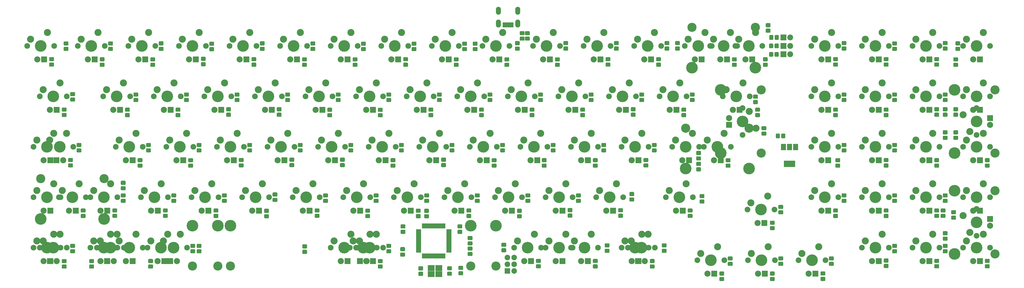
<source format=gbr>
G04 #@! TF.GenerationSoftware,KiCad,Pcbnew,(5.0.0)*
G04 #@! TF.CreationDate,2019-01-20T13:24:14+01:00*
G04 #@! TF.ProjectId,cypher,6379706865722E6B696361645F706362,rev?*
G04 #@! TF.SameCoordinates,Original*
G04 #@! TF.FileFunction,Soldermask,Bot*
G04 #@! TF.FilePolarity,Negative*
%FSLAX46Y46*%
G04 Gerber Fmt 4.6, Leading zero omitted, Abs format (unit mm)*
G04 Created by KiCad (PCBNEW (5.0.0)) date 01/20/19 13:24:14*
%MOMM*%
%LPD*%
G01*
G04 APERTURE LIST*
%ADD10C,0.100000*%
%ADD11C,1.550000*%
%ADD12R,2.100000X2.100000*%
%ADD13C,2.100000*%
%ADD14C,2.150000*%
%ADD15R,2.305000X2.305000*%
%ADD16C,2.305000*%
%ADD17C,2.650000*%
%ADD18C,4.387800*%
%ADD19C,3.448000*%
%ADD20C,2.200000*%
%ADD21R,2.200000X2.200000*%
%ADD22R,0.900000X1.900000*%
%ADD23O,1.900000X3.000000*%
%ADD24R,1.900000X2.400000*%
%ADD25R,4.200000X2.400000*%
%ADD26R,0.950000X1.900000*%
%ADD27R,1.900000X0.950000*%
%ADD28R,2.500000X2.200000*%
G04 APERTURE END LIST*
D10*
G04 #@! TO.C,R13*
G36*
X46633571Y-189376623D02*
X46666281Y-189381475D01*
X46698357Y-189389509D01*
X46729491Y-189400649D01*
X46759384Y-189414787D01*
X46787747Y-189431787D01*
X46814307Y-189451485D01*
X46838808Y-189473692D01*
X46861015Y-189498193D01*
X46880713Y-189524753D01*
X46897713Y-189553116D01*
X46911851Y-189583009D01*
X46922991Y-189614143D01*
X46931025Y-189646219D01*
X46935877Y-189678929D01*
X46937500Y-189711956D01*
X46937500Y-190588044D01*
X46935877Y-190621071D01*
X46931025Y-190653781D01*
X46922991Y-190685857D01*
X46911851Y-190716991D01*
X46897713Y-190746884D01*
X46880713Y-190775247D01*
X46861015Y-190801807D01*
X46838808Y-190826308D01*
X46814307Y-190848515D01*
X46787747Y-190868213D01*
X46759384Y-190885213D01*
X46729491Y-190899351D01*
X46698357Y-190910491D01*
X46666281Y-190918525D01*
X46633571Y-190923377D01*
X46600544Y-190925000D01*
X45474456Y-190925000D01*
X45441429Y-190923377D01*
X45408719Y-190918525D01*
X45376643Y-190910491D01*
X45345509Y-190899351D01*
X45315616Y-190885213D01*
X45287253Y-190868213D01*
X45260693Y-190848515D01*
X45236192Y-190826308D01*
X45213985Y-190801807D01*
X45194287Y-190775247D01*
X45177287Y-190746884D01*
X45163149Y-190716991D01*
X45152009Y-190685857D01*
X45143975Y-190653781D01*
X45139123Y-190621071D01*
X45137500Y-190588044D01*
X45137500Y-189711956D01*
X45139123Y-189678929D01*
X45143975Y-189646219D01*
X45152009Y-189614143D01*
X45163149Y-189583009D01*
X45177287Y-189553116D01*
X45194287Y-189524753D01*
X45213985Y-189498193D01*
X45236192Y-189473692D01*
X45260693Y-189451485D01*
X45287253Y-189431787D01*
X45315616Y-189414787D01*
X45345509Y-189400649D01*
X45376643Y-189389509D01*
X45408719Y-189381475D01*
X45441429Y-189376623D01*
X45474456Y-189375000D01*
X46600544Y-189375000D01*
X46633571Y-189376623D01*
X46633571Y-189376623D01*
G37*
D11*
X46037500Y-190150000D03*
D10*
G36*
X46633571Y-187326623D02*
X46666281Y-187331475D01*
X46698357Y-187339509D01*
X46729491Y-187350649D01*
X46759384Y-187364787D01*
X46787747Y-187381787D01*
X46814307Y-187401485D01*
X46838808Y-187423692D01*
X46861015Y-187448193D01*
X46880713Y-187474753D01*
X46897713Y-187503116D01*
X46911851Y-187533009D01*
X46922991Y-187564143D01*
X46931025Y-187596219D01*
X46935877Y-187628929D01*
X46937500Y-187661956D01*
X46937500Y-188538044D01*
X46935877Y-188571071D01*
X46931025Y-188603781D01*
X46922991Y-188635857D01*
X46911851Y-188666991D01*
X46897713Y-188696884D01*
X46880713Y-188725247D01*
X46861015Y-188751807D01*
X46838808Y-188776308D01*
X46814307Y-188798515D01*
X46787747Y-188818213D01*
X46759384Y-188835213D01*
X46729491Y-188849351D01*
X46698357Y-188860491D01*
X46666281Y-188868525D01*
X46633571Y-188873377D01*
X46600544Y-188875000D01*
X45474456Y-188875000D01*
X45441429Y-188873377D01*
X45408719Y-188868525D01*
X45376643Y-188860491D01*
X45345509Y-188849351D01*
X45315616Y-188835213D01*
X45287253Y-188818213D01*
X45260693Y-188798515D01*
X45236192Y-188776308D01*
X45213985Y-188751807D01*
X45194287Y-188725247D01*
X45177287Y-188696884D01*
X45163149Y-188666991D01*
X45152009Y-188635857D01*
X45143975Y-188603781D01*
X45139123Y-188571071D01*
X45137500Y-188538044D01*
X45137500Y-187661956D01*
X45139123Y-187628929D01*
X45143975Y-187596219D01*
X45152009Y-187564143D01*
X45163149Y-187533009D01*
X45177287Y-187503116D01*
X45194287Y-187474753D01*
X45213985Y-187448193D01*
X45236192Y-187423692D01*
X45260693Y-187401485D01*
X45287253Y-187381787D01*
X45315616Y-187364787D01*
X45345509Y-187350649D01*
X45376643Y-187339509D01*
X45408719Y-187331475D01*
X45441429Y-187326623D01*
X45474456Y-187325000D01*
X46600544Y-187325000D01*
X46633571Y-187326623D01*
X46633571Y-187326623D01*
G37*
D11*
X46037500Y-188100000D03*
G04 #@! TD*
D10*
G04 #@! TO.C,C8*
G36*
X199496071Y-178601623D02*
X199528781Y-178606475D01*
X199560857Y-178614509D01*
X199591991Y-178625649D01*
X199621884Y-178639787D01*
X199650247Y-178656787D01*
X199676807Y-178676485D01*
X199701308Y-178698692D01*
X199723515Y-178723193D01*
X199743213Y-178749753D01*
X199760213Y-178778116D01*
X199774351Y-178808009D01*
X199785491Y-178839143D01*
X199793525Y-178871219D01*
X199798377Y-178903929D01*
X199800000Y-178936956D01*
X199800000Y-179813044D01*
X199798377Y-179846071D01*
X199793525Y-179878781D01*
X199785491Y-179910857D01*
X199774351Y-179941991D01*
X199760213Y-179971884D01*
X199743213Y-180000247D01*
X199723515Y-180026807D01*
X199701308Y-180051308D01*
X199676807Y-180073515D01*
X199650247Y-180093213D01*
X199621884Y-180110213D01*
X199591991Y-180124351D01*
X199560857Y-180135491D01*
X199528781Y-180143525D01*
X199496071Y-180148377D01*
X199463044Y-180150000D01*
X198336956Y-180150000D01*
X198303929Y-180148377D01*
X198271219Y-180143525D01*
X198239143Y-180135491D01*
X198208009Y-180124351D01*
X198178116Y-180110213D01*
X198149753Y-180093213D01*
X198123193Y-180073515D01*
X198098692Y-180051308D01*
X198076485Y-180026807D01*
X198056787Y-180000247D01*
X198039787Y-179971884D01*
X198025649Y-179941991D01*
X198014509Y-179910857D01*
X198006475Y-179878781D01*
X198001623Y-179846071D01*
X198000000Y-179813044D01*
X198000000Y-178936956D01*
X198001623Y-178903929D01*
X198006475Y-178871219D01*
X198014509Y-178839143D01*
X198025649Y-178808009D01*
X198039787Y-178778116D01*
X198056787Y-178749753D01*
X198076485Y-178723193D01*
X198098692Y-178698692D01*
X198123193Y-178676485D01*
X198149753Y-178656787D01*
X198178116Y-178639787D01*
X198208009Y-178625649D01*
X198239143Y-178614509D01*
X198271219Y-178606475D01*
X198303929Y-178601623D01*
X198336956Y-178600000D01*
X199463044Y-178600000D01*
X199496071Y-178601623D01*
X199496071Y-178601623D01*
G37*
D11*
X198900000Y-179375000D03*
D10*
G36*
X199496071Y-180651623D02*
X199528781Y-180656475D01*
X199560857Y-180664509D01*
X199591991Y-180675649D01*
X199621884Y-180689787D01*
X199650247Y-180706787D01*
X199676807Y-180726485D01*
X199701308Y-180748692D01*
X199723515Y-180773193D01*
X199743213Y-180799753D01*
X199760213Y-180828116D01*
X199774351Y-180858009D01*
X199785491Y-180889143D01*
X199793525Y-180921219D01*
X199798377Y-180953929D01*
X199800000Y-180986956D01*
X199800000Y-181863044D01*
X199798377Y-181896071D01*
X199793525Y-181928781D01*
X199785491Y-181960857D01*
X199774351Y-181991991D01*
X199760213Y-182021884D01*
X199743213Y-182050247D01*
X199723515Y-182076807D01*
X199701308Y-182101308D01*
X199676807Y-182123515D01*
X199650247Y-182143213D01*
X199621884Y-182160213D01*
X199591991Y-182174351D01*
X199560857Y-182185491D01*
X199528781Y-182193525D01*
X199496071Y-182198377D01*
X199463044Y-182200000D01*
X198336956Y-182200000D01*
X198303929Y-182198377D01*
X198271219Y-182193525D01*
X198239143Y-182185491D01*
X198208009Y-182174351D01*
X198178116Y-182160213D01*
X198149753Y-182143213D01*
X198123193Y-182123515D01*
X198098692Y-182101308D01*
X198076485Y-182076807D01*
X198056787Y-182050247D01*
X198039787Y-182021884D01*
X198025649Y-181991991D01*
X198014509Y-181960857D01*
X198006475Y-181928781D01*
X198001623Y-181896071D01*
X198000000Y-181863044D01*
X198000000Y-180986956D01*
X198001623Y-180953929D01*
X198006475Y-180921219D01*
X198014509Y-180889143D01*
X198025649Y-180858009D01*
X198039787Y-180828116D01*
X198056787Y-180799753D01*
X198076485Y-180773193D01*
X198098692Y-180748692D01*
X198123193Y-180726485D01*
X198149753Y-180706787D01*
X198178116Y-180689787D01*
X198208009Y-180675649D01*
X198239143Y-180664509D01*
X198271219Y-180656475D01*
X198303929Y-180651623D01*
X198336956Y-180650000D01*
X199463044Y-180650000D01*
X199496071Y-180651623D01*
X199496071Y-180651623D01*
G37*
D11*
X198900000Y-181425000D03*
G04 #@! TD*
D10*
G04 #@! TO.C,C1*
G36*
X195668071Y-176273623D02*
X195700781Y-176278475D01*
X195732857Y-176286509D01*
X195763991Y-176297649D01*
X195793884Y-176311787D01*
X195822247Y-176328787D01*
X195848807Y-176348485D01*
X195873308Y-176370692D01*
X195895515Y-176395193D01*
X195915213Y-176421753D01*
X195932213Y-176450116D01*
X195946351Y-176480009D01*
X195957491Y-176511143D01*
X195965525Y-176543219D01*
X195970377Y-176575929D01*
X195972000Y-176608956D01*
X195972000Y-177485044D01*
X195970377Y-177518071D01*
X195965525Y-177550781D01*
X195957491Y-177582857D01*
X195946351Y-177613991D01*
X195932213Y-177643884D01*
X195915213Y-177672247D01*
X195895515Y-177698807D01*
X195873308Y-177723308D01*
X195848807Y-177745515D01*
X195822247Y-177765213D01*
X195793884Y-177782213D01*
X195763991Y-177796351D01*
X195732857Y-177807491D01*
X195700781Y-177815525D01*
X195668071Y-177820377D01*
X195635044Y-177822000D01*
X194508956Y-177822000D01*
X194475929Y-177820377D01*
X194443219Y-177815525D01*
X194411143Y-177807491D01*
X194380009Y-177796351D01*
X194350116Y-177782213D01*
X194321753Y-177765213D01*
X194295193Y-177745515D01*
X194270692Y-177723308D01*
X194248485Y-177698807D01*
X194228787Y-177672247D01*
X194211787Y-177643884D01*
X194197649Y-177613991D01*
X194186509Y-177582857D01*
X194178475Y-177550781D01*
X194173623Y-177518071D01*
X194172000Y-177485044D01*
X194172000Y-176608956D01*
X194173623Y-176575929D01*
X194178475Y-176543219D01*
X194186509Y-176511143D01*
X194197649Y-176480009D01*
X194211787Y-176450116D01*
X194228787Y-176421753D01*
X194248485Y-176395193D01*
X194270692Y-176370692D01*
X194295193Y-176348485D01*
X194321753Y-176328787D01*
X194350116Y-176311787D01*
X194380009Y-176297649D01*
X194411143Y-176286509D01*
X194443219Y-176278475D01*
X194475929Y-176273623D01*
X194508956Y-176272000D01*
X195635044Y-176272000D01*
X195668071Y-176273623D01*
X195668071Y-176273623D01*
G37*
D11*
X195072000Y-177047000D03*
D10*
G36*
X195668071Y-174223623D02*
X195700781Y-174228475D01*
X195732857Y-174236509D01*
X195763991Y-174247649D01*
X195793884Y-174261787D01*
X195822247Y-174278787D01*
X195848807Y-174298485D01*
X195873308Y-174320692D01*
X195895515Y-174345193D01*
X195915213Y-174371753D01*
X195932213Y-174400116D01*
X195946351Y-174430009D01*
X195957491Y-174461143D01*
X195965525Y-174493219D01*
X195970377Y-174525929D01*
X195972000Y-174558956D01*
X195972000Y-175435044D01*
X195970377Y-175468071D01*
X195965525Y-175500781D01*
X195957491Y-175532857D01*
X195946351Y-175563991D01*
X195932213Y-175593884D01*
X195915213Y-175622247D01*
X195895515Y-175648807D01*
X195873308Y-175673308D01*
X195848807Y-175695515D01*
X195822247Y-175715213D01*
X195793884Y-175732213D01*
X195763991Y-175746351D01*
X195732857Y-175757491D01*
X195700781Y-175765525D01*
X195668071Y-175770377D01*
X195635044Y-175772000D01*
X194508956Y-175772000D01*
X194475929Y-175770377D01*
X194443219Y-175765525D01*
X194411143Y-175757491D01*
X194380009Y-175746351D01*
X194350116Y-175732213D01*
X194321753Y-175715213D01*
X194295193Y-175695515D01*
X194270692Y-175673308D01*
X194248485Y-175648807D01*
X194228787Y-175622247D01*
X194211787Y-175593884D01*
X194197649Y-175563991D01*
X194186509Y-175532857D01*
X194178475Y-175500781D01*
X194173623Y-175468071D01*
X194172000Y-175435044D01*
X194172000Y-174558956D01*
X194173623Y-174525929D01*
X194178475Y-174493219D01*
X194186509Y-174461143D01*
X194197649Y-174430009D01*
X194211787Y-174400116D01*
X194228787Y-174371753D01*
X194248485Y-174345193D01*
X194270692Y-174320692D01*
X194295193Y-174298485D01*
X194321753Y-174278787D01*
X194350116Y-174261787D01*
X194380009Y-174247649D01*
X194411143Y-174236509D01*
X194443219Y-174228475D01*
X194475929Y-174223623D01*
X194508956Y-174222000D01*
X195635044Y-174222000D01*
X195668071Y-174223623D01*
X195668071Y-174223623D01*
G37*
D11*
X195072000Y-174997000D03*
G04 #@! TD*
D10*
G04 #@! TO.C,C2*
G36*
X180921071Y-192126623D02*
X180953781Y-192131475D01*
X180985857Y-192139509D01*
X181016991Y-192150649D01*
X181046884Y-192164787D01*
X181075247Y-192181787D01*
X181101807Y-192201485D01*
X181126308Y-192223692D01*
X181148515Y-192248193D01*
X181168213Y-192274753D01*
X181185213Y-192303116D01*
X181199351Y-192333009D01*
X181210491Y-192364143D01*
X181218525Y-192396219D01*
X181223377Y-192428929D01*
X181225000Y-192461956D01*
X181225000Y-193338044D01*
X181223377Y-193371071D01*
X181218525Y-193403781D01*
X181210491Y-193435857D01*
X181199351Y-193466991D01*
X181185213Y-193496884D01*
X181168213Y-193525247D01*
X181148515Y-193551807D01*
X181126308Y-193576308D01*
X181101807Y-193598515D01*
X181075247Y-193618213D01*
X181046884Y-193635213D01*
X181016991Y-193649351D01*
X180985857Y-193660491D01*
X180953781Y-193668525D01*
X180921071Y-193673377D01*
X180888044Y-193675000D01*
X179761956Y-193675000D01*
X179728929Y-193673377D01*
X179696219Y-193668525D01*
X179664143Y-193660491D01*
X179633009Y-193649351D01*
X179603116Y-193635213D01*
X179574753Y-193618213D01*
X179548193Y-193598515D01*
X179523692Y-193576308D01*
X179501485Y-193551807D01*
X179481787Y-193525247D01*
X179464787Y-193496884D01*
X179450649Y-193466991D01*
X179439509Y-193435857D01*
X179431475Y-193403781D01*
X179426623Y-193371071D01*
X179425000Y-193338044D01*
X179425000Y-192461956D01*
X179426623Y-192428929D01*
X179431475Y-192396219D01*
X179439509Y-192364143D01*
X179450649Y-192333009D01*
X179464787Y-192303116D01*
X179481787Y-192274753D01*
X179501485Y-192248193D01*
X179523692Y-192223692D01*
X179548193Y-192201485D01*
X179574753Y-192181787D01*
X179603116Y-192164787D01*
X179633009Y-192150649D01*
X179664143Y-192139509D01*
X179696219Y-192131475D01*
X179728929Y-192126623D01*
X179761956Y-192125000D01*
X180888044Y-192125000D01*
X180921071Y-192126623D01*
X180921071Y-192126623D01*
G37*
D11*
X180325000Y-192900000D03*
D10*
G36*
X180921071Y-190076623D02*
X180953781Y-190081475D01*
X180985857Y-190089509D01*
X181016991Y-190100649D01*
X181046884Y-190114787D01*
X181075247Y-190131787D01*
X181101807Y-190151485D01*
X181126308Y-190173692D01*
X181148515Y-190198193D01*
X181168213Y-190224753D01*
X181185213Y-190253116D01*
X181199351Y-190283009D01*
X181210491Y-190314143D01*
X181218525Y-190346219D01*
X181223377Y-190378929D01*
X181225000Y-190411956D01*
X181225000Y-191288044D01*
X181223377Y-191321071D01*
X181218525Y-191353781D01*
X181210491Y-191385857D01*
X181199351Y-191416991D01*
X181185213Y-191446884D01*
X181168213Y-191475247D01*
X181148515Y-191501807D01*
X181126308Y-191526308D01*
X181101807Y-191548515D01*
X181075247Y-191568213D01*
X181046884Y-191585213D01*
X181016991Y-191599351D01*
X180985857Y-191610491D01*
X180953781Y-191618525D01*
X180921071Y-191623377D01*
X180888044Y-191625000D01*
X179761956Y-191625000D01*
X179728929Y-191623377D01*
X179696219Y-191618525D01*
X179664143Y-191610491D01*
X179633009Y-191599351D01*
X179603116Y-191585213D01*
X179574753Y-191568213D01*
X179548193Y-191548515D01*
X179523692Y-191526308D01*
X179501485Y-191501807D01*
X179481787Y-191475247D01*
X179464787Y-191446884D01*
X179450649Y-191416991D01*
X179439509Y-191385857D01*
X179431475Y-191353781D01*
X179426623Y-191321071D01*
X179425000Y-191288044D01*
X179425000Y-190411956D01*
X179426623Y-190378929D01*
X179431475Y-190346219D01*
X179439509Y-190314143D01*
X179450649Y-190283009D01*
X179464787Y-190253116D01*
X179481787Y-190224753D01*
X179501485Y-190198193D01*
X179523692Y-190173692D01*
X179548193Y-190151485D01*
X179574753Y-190131787D01*
X179603116Y-190114787D01*
X179633009Y-190100649D01*
X179664143Y-190089509D01*
X179696219Y-190081475D01*
X179728929Y-190076623D01*
X179761956Y-190075000D01*
X180888044Y-190075000D01*
X180921071Y-190076623D01*
X180921071Y-190076623D01*
G37*
D11*
X180325000Y-190850000D03*
G04 #@! TD*
D10*
G04 #@! TO.C,C3*
G36*
X191746071Y-192076623D02*
X191778781Y-192081475D01*
X191810857Y-192089509D01*
X191841991Y-192100649D01*
X191871884Y-192114787D01*
X191900247Y-192131787D01*
X191926807Y-192151485D01*
X191951308Y-192173692D01*
X191973515Y-192198193D01*
X191993213Y-192224753D01*
X192010213Y-192253116D01*
X192024351Y-192283009D01*
X192035491Y-192314143D01*
X192043525Y-192346219D01*
X192048377Y-192378929D01*
X192050000Y-192411956D01*
X192050000Y-193288044D01*
X192048377Y-193321071D01*
X192043525Y-193353781D01*
X192035491Y-193385857D01*
X192024351Y-193416991D01*
X192010213Y-193446884D01*
X191993213Y-193475247D01*
X191973515Y-193501807D01*
X191951308Y-193526308D01*
X191926807Y-193548515D01*
X191900247Y-193568213D01*
X191871884Y-193585213D01*
X191841991Y-193599351D01*
X191810857Y-193610491D01*
X191778781Y-193618525D01*
X191746071Y-193623377D01*
X191713044Y-193625000D01*
X190586956Y-193625000D01*
X190553929Y-193623377D01*
X190521219Y-193618525D01*
X190489143Y-193610491D01*
X190458009Y-193599351D01*
X190428116Y-193585213D01*
X190399753Y-193568213D01*
X190373193Y-193548515D01*
X190348692Y-193526308D01*
X190326485Y-193501807D01*
X190306787Y-193475247D01*
X190289787Y-193446884D01*
X190275649Y-193416991D01*
X190264509Y-193385857D01*
X190256475Y-193353781D01*
X190251623Y-193321071D01*
X190250000Y-193288044D01*
X190250000Y-192411956D01*
X190251623Y-192378929D01*
X190256475Y-192346219D01*
X190264509Y-192314143D01*
X190275649Y-192283009D01*
X190289787Y-192253116D01*
X190306787Y-192224753D01*
X190326485Y-192198193D01*
X190348692Y-192173692D01*
X190373193Y-192151485D01*
X190399753Y-192131787D01*
X190428116Y-192114787D01*
X190458009Y-192100649D01*
X190489143Y-192089509D01*
X190521219Y-192081475D01*
X190553929Y-192076623D01*
X190586956Y-192075000D01*
X191713044Y-192075000D01*
X191746071Y-192076623D01*
X191746071Y-192076623D01*
G37*
D11*
X191150000Y-192850000D03*
D10*
G36*
X191746071Y-190026623D02*
X191778781Y-190031475D01*
X191810857Y-190039509D01*
X191841991Y-190050649D01*
X191871884Y-190064787D01*
X191900247Y-190081787D01*
X191926807Y-190101485D01*
X191951308Y-190123692D01*
X191973515Y-190148193D01*
X191993213Y-190174753D01*
X192010213Y-190203116D01*
X192024351Y-190233009D01*
X192035491Y-190264143D01*
X192043525Y-190296219D01*
X192048377Y-190328929D01*
X192050000Y-190361956D01*
X192050000Y-191238044D01*
X192048377Y-191271071D01*
X192043525Y-191303781D01*
X192035491Y-191335857D01*
X192024351Y-191366991D01*
X192010213Y-191396884D01*
X191993213Y-191425247D01*
X191973515Y-191451807D01*
X191951308Y-191476308D01*
X191926807Y-191498515D01*
X191900247Y-191518213D01*
X191871884Y-191535213D01*
X191841991Y-191549351D01*
X191810857Y-191560491D01*
X191778781Y-191568525D01*
X191746071Y-191573377D01*
X191713044Y-191575000D01*
X190586956Y-191575000D01*
X190553929Y-191573377D01*
X190521219Y-191568525D01*
X190489143Y-191560491D01*
X190458009Y-191549351D01*
X190428116Y-191535213D01*
X190399753Y-191518213D01*
X190373193Y-191498515D01*
X190348692Y-191476308D01*
X190326485Y-191451807D01*
X190306787Y-191425247D01*
X190289787Y-191396884D01*
X190275649Y-191366991D01*
X190264509Y-191335857D01*
X190256475Y-191303781D01*
X190251623Y-191271071D01*
X190250000Y-191238044D01*
X190250000Y-190361956D01*
X190251623Y-190328929D01*
X190256475Y-190296219D01*
X190264509Y-190264143D01*
X190275649Y-190233009D01*
X190289787Y-190203116D01*
X190306787Y-190174753D01*
X190326485Y-190148193D01*
X190348692Y-190123692D01*
X190373193Y-190101485D01*
X190399753Y-190081787D01*
X190428116Y-190064787D01*
X190458009Y-190050649D01*
X190489143Y-190039509D01*
X190521219Y-190031475D01*
X190553929Y-190026623D01*
X190586956Y-190025000D01*
X191713044Y-190025000D01*
X191746071Y-190026623D01*
X191746071Y-190026623D01*
G37*
D11*
X191150000Y-190800000D03*
G04 #@! TD*
D10*
G04 #@! TO.C,C4*
G36*
X174096071Y-182801623D02*
X174128781Y-182806475D01*
X174160857Y-182814509D01*
X174191991Y-182825649D01*
X174221884Y-182839787D01*
X174250247Y-182856787D01*
X174276807Y-182876485D01*
X174301308Y-182898692D01*
X174323515Y-182923193D01*
X174343213Y-182949753D01*
X174360213Y-182978116D01*
X174374351Y-183008009D01*
X174385491Y-183039143D01*
X174393525Y-183071219D01*
X174398377Y-183103929D01*
X174400000Y-183136956D01*
X174400000Y-184013044D01*
X174398377Y-184046071D01*
X174393525Y-184078781D01*
X174385491Y-184110857D01*
X174374351Y-184141991D01*
X174360213Y-184171884D01*
X174343213Y-184200247D01*
X174323515Y-184226807D01*
X174301308Y-184251308D01*
X174276807Y-184273515D01*
X174250247Y-184293213D01*
X174221884Y-184310213D01*
X174191991Y-184324351D01*
X174160857Y-184335491D01*
X174128781Y-184343525D01*
X174096071Y-184348377D01*
X174063044Y-184350000D01*
X172936956Y-184350000D01*
X172903929Y-184348377D01*
X172871219Y-184343525D01*
X172839143Y-184335491D01*
X172808009Y-184324351D01*
X172778116Y-184310213D01*
X172749753Y-184293213D01*
X172723193Y-184273515D01*
X172698692Y-184251308D01*
X172676485Y-184226807D01*
X172656787Y-184200247D01*
X172639787Y-184171884D01*
X172625649Y-184141991D01*
X172614509Y-184110857D01*
X172606475Y-184078781D01*
X172601623Y-184046071D01*
X172600000Y-184013044D01*
X172600000Y-183136956D01*
X172601623Y-183103929D01*
X172606475Y-183071219D01*
X172614509Y-183039143D01*
X172625649Y-183008009D01*
X172639787Y-182978116D01*
X172656787Y-182949753D01*
X172676485Y-182923193D01*
X172698692Y-182898692D01*
X172723193Y-182876485D01*
X172749753Y-182856787D01*
X172778116Y-182839787D01*
X172808009Y-182825649D01*
X172839143Y-182814509D01*
X172871219Y-182806475D01*
X172903929Y-182801623D01*
X172936956Y-182800000D01*
X174063044Y-182800000D01*
X174096071Y-182801623D01*
X174096071Y-182801623D01*
G37*
D11*
X173500000Y-183575000D03*
D10*
G36*
X174096071Y-184851623D02*
X174128781Y-184856475D01*
X174160857Y-184864509D01*
X174191991Y-184875649D01*
X174221884Y-184889787D01*
X174250247Y-184906787D01*
X174276807Y-184926485D01*
X174301308Y-184948692D01*
X174323515Y-184973193D01*
X174343213Y-184999753D01*
X174360213Y-185028116D01*
X174374351Y-185058009D01*
X174385491Y-185089143D01*
X174393525Y-185121219D01*
X174398377Y-185153929D01*
X174400000Y-185186956D01*
X174400000Y-186063044D01*
X174398377Y-186096071D01*
X174393525Y-186128781D01*
X174385491Y-186160857D01*
X174374351Y-186191991D01*
X174360213Y-186221884D01*
X174343213Y-186250247D01*
X174323515Y-186276807D01*
X174301308Y-186301308D01*
X174276807Y-186323515D01*
X174250247Y-186343213D01*
X174221884Y-186360213D01*
X174191991Y-186374351D01*
X174160857Y-186385491D01*
X174128781Y-186393525D01*
X174096071Y-186398377D01*
X174063044Y-186400000D01*
X172936956Y-186400000D01*
X172903929Y-186398377D01*
X172871219Y-186393525D01*
X172839143Y-186385491D01*
X172808009Y-186374351D01*
X172778116Y-186360213D01*
X172749753Y-186343213D01*
X172723193Y-186323515D01*
X172698692Y-186301308D01*
X172676485Y-186276807D01*
X172656787Y-186250247D01*
X172639787Y-186221884D01*
X172625649Y-186191991D01*
X172614509Y-186160857D01*
X172606475Y-186128781D01*
X172601623Y-186096071D01*
X172600000Y-186063044D01*
X172600000Y-185186956D01*
X172601623Y-185153929D01*
X172606475Y-185121219D01*
X172614509Y-185089143D01*
X172625649Y-185058009D01*
X172639787Y-185028116D01*
X172656787Y-184999753D01*
X172676485Y-184973193D01*
X172698692Y-184948692D01*
X172723193Y-184926485D01*
X172749753Y-184906787D01*
X172778116Y-184889787D01*
X172808009Y-184875649D01*
X172839143Y-184864509D01*
X172871219Y-184856475D01*
X172903929Y-184851623D01*
X172936956Y-184850000D01*
X174063044Y-184850000D01*
X174096071Y-184851623D01*
X174096071Y-184851623D01*
G37*
D11*
X173500000Y-185625000D03*
G04 #@! TD*
D10*
G04 #@! TO.C,C5*
G36*
X199496071Y-182576623D02*
X199528781Y-182581475D01*
X199560857Y-182589509D01*
X199591991Y-182600649D01*
X199621884Y-182614787D01*
X199650247Y-182631787D01*
X199676807Y-182651485D01*
X199701308Y-182673692D01*
X199723515Y-182698193D01*
X199743213Y-182724753D01*
X199760213Y-182753116D01*
X199774351Y-182783009D01*
X199785491Y-182814143D01*
X199793525Y-182846219D01*
X199798377Y-182878929D01*
X199800000Y-182911956D01*
X199800000Y-183788044D01*
X199798377Y-183821071D01*
X199793525Y-183853781D01*
X199785491Y-183885857D01*
X199774351Y-183916991D01*
X199760213Y-183946884D01*
X199743213Y-183975247D01*
X199723515Y-184001807D01*
X199701308Y-184026308D01*
X199676807Y-184048515D01*
X199650247Y-184068213D01*
X199621884Y-184085213D01*
X199591991Y-184099351D01*
X199560857Y-184110491D01*
X199528781Y-184118525D01*
X199496071Y-184123377D01*
X199463044Y-184125000D01*
X198336956Y-184125000D01*
X198303929Y-184123377D01*
X198271219Y-184118525D01*
X198239143Y-184110491D01*
X198208009Y-184099351D01*
X198178116Y-184085213D01*
X198149753Y-184068213D01*
X198123193Y-184048515D01*
X198098692Y-184026308D01*
X198076485Y-184001807D01*
X198056787Y-183975247D01*
X198039787Y-183946884D01*
X198025649Y-183916991D01*
X198014509Y-183885857D01*
X198006475Y-183853781D01*
X198001623Y-183821071D01*
X198000000Y-183788044D01*
X198000000Y-182911956D01*
X198001623Y-182878929D01*
X198006475Y-182846219D01*
X198014509Y-182814143D01*
X198025649Y-182783009D01*
X198039787Y-182753116D01*
X198056787Y-182724753D01*
X198076485Y-182698193D01*
X198098692Y-182673692D01*
X198123193Y-182651485D01*
X198149753Y-182631787D01*
X198178116Y-182614787D01*
X198208009Y-182600649D01*
X198239143Y-182589509D01*
X198271219Y-182581475D01*
X198303929Y-182576623D01*
X198336956Y-182575000D01*
X199463044Y-182575000D01*
X199496071Y-182576623D01*
X199496071Y-182576623D01*
G37*
D11*
X198900000Y-183350000D03*
D10*
G36*
X199496071Y-184626623D02*
X199528781Y-184631475D01*
X199560857Y-184639509D01*
X199591991Y-184650649D01*
X199621884Y-184664787D01*
X199650247Y-184681787D01*
X199676807Y-184701485D01*
X199701308Y-184723692D01*
X199723515Y-184748193D01*
X199743213Y-184774753D01*
X199760213Y-184803116D01*
X199774351Y-184833009D01*
X199785491Y-184864143D01*
X199793525Y-184896219D01*
X199798377Y-184928929D01*
X199800000Y-184961956D01*
X199800000Y-185838044D01*
X199798377Y-185871071D01*
X199793525Y-185903781D01*
X199785491Y-185935857D01*
X199774351Y-185966991D01*
X199760213Y-185996884D01*
X199743213Y-186025247D01*
X199723515Y-186051807D01*
X199701308Y-186076308D01*
X199676807Y-186098515D01*
X199650247Y-186118213D01*
X199621884Y-186135213D01*
X199591991Y-186149351D01*
X199560857Y-186160491D01*
X199528781Y-186168525D01*
X199496071Y-186173377D01*
X199463044Y-186175000D01*
X198336956Y-186175000D01*
X198303929Y-186173377D01*
X198271219Y-186168525D01*
X198239143Y-186160491D01*
X198208009Y-186149351D01*
X198178116Y-186135213D01*
X198149753Y-186118213D01*
X198123193Y-186098515D01*
X198098692Y-186076308D01*
X198076485Y-186051807D01*
X198056787Y-186025247D01*
X198039787Y-185996884D01*
X198025649Y-185966991D01*
X198014509Y-185935857D01*
X198006475Y-185903781D01*
X198001623Y-185871071D01*
X198000000Y-185838044D01*
X198000000Y-184961956D01*
X198001623Y-184928929D01*
X198006475Y-184896219D01*
X198014509Y-184864143D01*
X198025649Y-184833009D01*
X198039787Y-184803116D01*
X198056787Y-184774753D01*
X198076485Y-184748193D01*
X198098692Y-184723692D01*
X198123193Y-184701485D01*
X198149753Y-184681787D01*
X198178116Y-184664787D01*
X198208009Y-184650649D01*
X198239143Y-184639509D01*
X198271219Y-184631475D01*
X198303929Y-184626623D01*
X198336956Y-184625000D01*
X199463044Y-184625000D01*
X199496071Y-184626623D01*
X199496071Y-184626623D01*
G37*
D11*
X198900000Y-185400000D03*
G04 #@! TD*
D10*
G04 #@! TO.C,C6*
G36*
X183096071Y-170376623D02*
X183128781Y-170381475D01*
X183160857Y-170389509D01*
X183191991Y-170400649D01*
X183221884Y-170414787D01*
X183250247Y-170431787D01*
X183276807Y-170451485D01*
X183301308Y-170473692D01*
X183323515Y-170498193D01*
X183343213Y-170524753D01*
X183360213Y-170553116D01*
X183374351Y-170583009D01*
X183385491Y-170614143D01*
X183393525Y-170646219D01*
X183398377Y-170678929D01*
X183400000Y-170711956D01*
X183400000Y-171588044D01*
X183398377Y-171621071D01*
X183393525Y-171653781D01*
X183385491Y-171685857D01*
X183374351Y-171716991D01*
X183360213Y-171746884D01*
X183343213Y-171775247D01*
X183323515Y-171801807D01*
X183301308Y-171826308D01*
X183276807Y-171848515D01*
X183250247Y-171868213D01*
X183221884Y-171885213D01*
X183191991Y-171899351D01*
X183160857Y-171910491D01*
X183128781Y-171918525D01*
X183096071Y-171923377D01*
X183063044Y-171925000D01*
X181936956Y-171925000D01*
X181903929Y-171923377D01*
X181871219Y-171918525D01*
X181839143Y-171910491D01*
X181808009Y-171899351D01*
X181778116Y-171885213D01*
X181749753Y-171868213D01*
X181723193Y-171848515D01*
X181698692Y-171826308D01*
X181676485Y-171801807D01*
X181656787Y-171775247D01*
X181639787Y-171746884D01*
X181625649Y-171716991D01*
X181614509Y-171685857D01*
X181606475Y-171653781D01*
X181601623Y-171621071D01*
X181600000Y-171588044D01*
X181600000Y-170711956D01*
X181601623Y-170678929D01*
X181606475Y-170646219D01*
X181614509Y-170614143D01*
X181625649Y-170583009D01*
X181639787Y-170553116D01*
X181656787Y-170524753D01*
X181676485Y-170498193D01*
X181698692Y-170473692D01*
X181723193Y-170451485D01*
X181749753Y-170431787D01*
X181778116Y-170414787D01*
X181808009Y-170400649D01*
X181839143Y-170389509D01*
X181871219Y-170381475D01*
X181903929Y-170376623D01*
X181936956Y-170375000D01*
X183063044Y-170375000D01*
X183096071Y-170376623D01*
X183096071Y-170376623D01*
G37*
D11*
X182500000Y-171150000D03*
D10*
G36*
X183096071Y-168326623D02*
X183128781Y-168331475D01*
X183160857Y-168339509D01*
X183191991Y-168350649D01*
X183221884Y-168364787D01*
X183250247Y-168381787D01*
X183276807Y-168401485D01*
X183301308Y-168423692D01*
X183323515Y-168448193D01*
X183343213Y-168474753D01*
X183360213Y-168503116D01*
X183374351Y-168533009D01*
X183385491Y-168564143D01*
X183393525Y-168596219D01*
X183398377Y-168628929D01*
X183400000Y-168661956D01*
X183400000Y-169538044D01*
X183398377Y-169571071D01*
X183393525Y-169603781D01*
X183385491Y-169635857D01*
X183374351Y-169666991D01*
X183360213Y-169696884D01*
X183343213Y-169725247D01*
X183323515Y-169751807D01*
X183301308Y-169776308D01*
X183276807Y-169798515D01*
X183250247Y-169818213D01*
X183221884Y-169835213D01*
X183191991Y-169849351D01*
X183160857Y-169860491D01*
X183128781Y-169868525D01*
X183096071Y-169873377D01*
X183063044Y-169875000D01*
X181936956Y-169875000D01*
X181903929Y-169873377D01*
X181871219Y-169868525D01*
X181839143Y-169860491D01*
X181808009Y-169849351D01*
X181778116Y-169835213D01*
X181749753Y-169818213D01*
X181723193Y-169798515D01*
X181698692Y-169776308D01*
X181676485Y-169751807D01*
X181656787Y-169725247D01*
X181639787Y-169696884D01*
X181625649Y-169666991D01*
X181614509Y-169635857D01*
X181606475Y-169603781D01*
X181601623Y-169571071D01*
X181600000Y-169538044D01*
X181600000Y-168661956D01*
X181601623Y-168628929D01*
X181606475Y-168596219D01*
X181614509Y-168564143D01*
X181625649Y-168533009D01*
X181639787Y-168503116D01*
X181656787Y-168474753D01*
X181676485Y-168448193D01*
X181698692Y-168423692D01*
X181723193Y-168401485D01*
X181749753Y-168381787D01*
X181778116Y-168364787D01*
X181808009Y-168350649D01*
X181839143Y-168339509D01*
X181871219Y-168331475D01*
X181903929Y-168326623D01*
X181936956Y-168325000D01*
X183063044Y-168325000D01*
X183096071Y-168326623D01*
X183096071Y-168326623D01*
G37*
D11*
X182500000Y-169100000D03*
G04 #@! TD*
D10*
G04 #@! TO.C,C7*
G36*
X195996071Y-189876623D02*
X196028781Y-189881475D01*
X196060857Y-189889509D01*
X196091991Y-189900649D01*
X196121884Y-189914787D01*
X196150247Y-189931787D01*
X196176807Y-189951485D01*
X196201308Y-189973692D01*
X196223515Y-189998193D01*
X196243213Y-190024753D01*
X196260213Y-190053116D01*
X196274351Y-190083009D01*
X196285491Y-190114143D01*
X196293525Y-190146219D01*
X196298377Y-190178929D01*
X196300000Y-190211956D01*
X196300000Y-191088044D01*
X196298377Y-191121071D01*
X196293525Y-191153781D01*
X196285491Y-191185857D01*
X196274351Y-191216991D01*
X196260213Y-191246884D01*
X196243213Y-191275247D01*
X196223515Y-191301807D01*
X196201308Y-191326308D01*
X196176807Y-191348515D01*
X196150247Y-191368213D01*
X196121884Y-191385213D01*
X196091991Y-191399351D01*
X196060857Y-191410491D01*
X196028781Y-191418525D01*
X195996071Y-191423377D01*
X195963044Y-191425000D01*
X194836956Y-191425000D01*
X194803929Y-191423377D01*
X194771219Y-191418525D01*
X194739143Y-191410491D01*
X194708009Y-191399351D01*
X194678116Y-191385213D01*
X194649753Y-191368213D01*
X194623193Y-191348515D01*
X194598692Y-191326308D01*
X194576485Y-191301807D01*
X194556787Y-191275247D01*
X194539787Y-191246884D01*
X194525649Y-191216991D01*
X194514509Y-191185857D01*
X194506475Y-191153781D01*
X194501623Y-191121071D01*
X194500000Y-191088044D01*
X194500000Y-190211956D01*
X194501623Y-190178929D01*
X194506475Y-190146219D01*
X194514509Y-190114143D01*
X194525649Y-190083009D01*
X194539787Y-190053116D01*
X194556787Y-190024753D01*
X194576485Y-189998193D01*
X194598692Y-189973692D01*
X194623193Y-189951485D01*
X194649753Y-189931787D01*
X194678116Y-189914787D01*
X194708009Y-189900649D01*
X194739143Y-189889509D01*
X194771219Y-189881475D01*
X194803929Y-189876623D01*
X194836956Y-189875000D01*
X195963044Y-189875000D01*
X195996071Y-189876623D01*
X195996071Y-189876623D01*
G37*
D11*
X195400000Y-190650000D03*
D10*
G36*
X195996071Y-191926623D02*
X196028781Y-191931475D01*
X196060857Y-191939509D01*
X196091991Y-191950649D01*
X196121884Y-191964787D01*
X196150247Y-191981787D01*
X196176807Y-192001485D01*
X196201308Y-192023692D01*
X196223515Y-192048193D01*
X196243213Y-192074753D01*
X196260213Y-192103116D01*
X196274351Y-192133009D01*
X196285491Y-192164143D01*
X196293525Y-192196219D01*
X196298377Y-192228929D01*
X196300000Y-192261956D01*
X196300000Y-193138044D01*
X196298377Y-193171071D01*
X196293525Y-193203781D01*
X196285491Y-193235857D01*
X196274351Y-193266991D01*
X196260213Y-193296884D01*
X196243213Y-193325247D01*
X196223515Y-193351807D01*
X196201308Y-193376308D01*
X196176807Y-193398515D01*
X196150247Y-193418213D01*
X196121884Y-193435213D01*
X196091991Y-193449351D01*
X196060857Y-193460491D01*
X196028781Y-193468525D01*
X195996071Y-193473377D01*
X195963044Y-193475000D01*
X194836956Y-193475000D01*
X194803929Y-193473377D01*
X194771219Y-193468525D01*
X194739143Y-193460491D01*
X194708009Y-193449351D01*
X194678116Y-193435213D01*
X194649753Y-193418213D01*
X194623193Y-193398515D01*
X194598692Y-193376308D01*
X194576485Y-193351807D01*
X194556787Y-193325247D01*
X194539787Y-193296884D01*
X194525649Y-193266991D01*
X194514509Y-193235857D01*
X194506475Y-193203781D01*
X194501623Y-193171071D01*
X194500000Y-193138044D01*
X194500000Y-192261956D01*
X194501623Y-192228929D01*
X194506475Y-192196219D01*
X194514509Y-192164143D01*
X194525649Y-192133009D01*
X194539787Y-192103116D01*
X194556787Y-192074753D01*
X194576485Y-192048193D01*
X194598692Y-192023692D01*
X194623193Y-192001485D01*
X194649753Y-191981787D01*
X194678116Y-191964787D01*
X194708009Y-191950649D01*
X194739143Y-191939509D01*
X194771219Y-191931475D01*
X194803929Y-191926623D01*
X194836956Y-191925000D01*
X195963044Y-191925000D01*
X195996071Y-191926623D01*
X195996071Y-191926623D01*
G37*
D11*
X195400000Y-192700000D03*
G04 #@! TD*
D10*
G04 #@! TO.C,D4*
G36*
X52189821Y-143457873D02*
X52222531Y-143462725D01*
X52254607Y-143470759D01*
X52285741Y-143481899D01*
X52315634Y-143496037D01*
X52343997Y-143513037D01*
X52370557Y-143532735D01*
X52395058Y-143554942D01*
X52417265Y-143579443D01*
X52436963Y-143606003D01*
X52453963Y-143634366D01*
X52468101Y-143664259D01*
X52479241Y-143695393D01*
X52487275Y-143727469D01*
X52492127Y-143760179D01*
X52493750Y-143793206D01*
X52493750Y-144669294D01*
X52492127Y-144702321D01*
X52487275Y-144735031D01*
X52479241Y-144767107D01*
X52468101Y-144798241D01*
X52453963Y-144828134D01*
X52436963Y-144856497D01*
X52417265Y-144883057D01*
X52395058Y-144907558D01*
X52370557Y-144929765D01*
X52343997Y-144949463D01*
X52315634Y-144966463D01*
X52285741Y-144980601D01*
X52254607Y-144991741D01*
X52222531Y-144999775D01*
X52189821Y-145004627D01*
X52156794Y-145006250D01*
X51030706Y-145006250D01*
X50997679Y-145004627D01*
X50964969Y-144999775D01*
X50932893Y-144991741D01*
X50901759Y-144980601D01*
X50871866Y-144966463D01*
X50843503Y-144949463D01*
X50816943Y-144929765D01*
X50792442Y-144907558D01*
X50770235Y-144883057D01*
X50750537Y-144856497D01*
X50733537Y-144828134D01*
X50719399Y-144798241D01*
X50708259Y-144767107D01*
X50700225Y-144735031D01*
X50695373Y-144702321D01*
X50693750Y-144669294D01*
X50693750Y-143793206D01*
X50695373Y-143760179D01*
X50700225Y-143727469D01*
X50708259Y-143695393D01*
X50719399Y-143664259D01*
X50733537Y-143634366D01*
X50750537Y-143606003D01*
X50770235Y-143579443D01*
X50792442Y-143554942D01*
X50816943Y-143532735D01*
X50843503Y-143513037D01*
X50871866Y-143496037D01*
X50901759Y-143481899D01*
X50932893Y-143470759D01*
X50964969Y-143462725D01*
X50997679Y-143457873D01*
X51030706Y-143456250D01*
X52156794Y-143456250D01*
X52189821Y-143457873D01*
X52189821Y-143457873D01*
G37*
D11*
X51593750Y-144231250D03*
D10*
G36*
X52189821Y-145507873D02*
X52222531Y-145512725D01*
X52254607Y-145520759D01*
X52285741Y-145531899D01*
X52315634Y-145546037D01*
X52343997Y-145563037D01*
X52370557Y-145582735D01*
X52395058Y-145604942D01*
X52417265Y-145629443D01*
X52436963Y-145656003D01*
X52453963Y-145684366D01*
X52468101Y-145714259D01*
X52479241Y-145745393D01*
X52487275Y-145777469D01*
X52492127Y-145810179D01*
X52493750Y-145843206D01*
X52493750Y-146719294D01*
X52492127Y-146752321D01*
X52487275Y-146785031D01*
X52479241Y-146817107D01*
X52468101Y-146848241D01*
X52453963Y-146878134D01*
X52436963Y-146906497D01*
X52417265Y-146933057D01*
X52395058Y-146957558D01*
X52370557Y-146979765D01*
X52343997Y-146999463D01*
X52315634Y-147016463D01*
X52285741Y-147030601D01*
X52254607Y-147041741D01*
X52222531Y-147049775D01*
X52189821Y-147054627D01*
X52156794Y-147056250D01*
X51030706Y-147056250D01*
X50997679Y-147054627D01*
X50964969Y-147049775D01*
X50932893Y-147041741D01*
X50901759Y-147030601D01*
X50871866Y-147016463D01*
X50843503Y-146999463D01*
X50816943Y-146979765D01*
X50792442Y-146957558D01*
X50770235Y-146933057D01*
X50750537Y-146906497D01*
X50733537Y-146878134D01*
X50719399Y-146848241D01*
X50708259Y-146817107D01*
X50700225Y-146785031D01*
X50695373Y-146752321D01*
X50693750Y-146719294D01*
X50693750Y-145843206D01*
X50695373Y-145810179D01*
X50700225Y-145777469D01*
X50708259Y-145745393D01*
X50719399Y-145714259D01*
X50733537Y-145684366D01*
X50750537Y-145656003D01*
X50770235Y-145629443D01*
X50792442Y-145604942D01*
X50816943Y-145582735D01*
X50843503Y-145563037D01*
X50871866Y-145546037D01*
X50901759Y-145531899D01*
X50932893Y-145520759D01*
X50964969Y-145512725D01*
X50997679Y-145507873D01*
X51030706Y-145506250D01*
X52156794Y-145506250D01*
X52189821Y-145507873D01*
X52189821Y-145507873D01*
G37*
D11*
X51593750Y-146281250D03*
G04 #@! TD*
D10*
G04 #@! TO.C,D5*
G36*
X68858571Y-157745373D02*
X68891281Y-157750225D01*
X68923357Y-157758259D01*
X68954491Y-157769399D01*
X68984384Y-157783537D01*
X69012747Y-157800537D01*
X69039307Y-157820235D01*
X69063808Y-157842442D01*
X69086015Y-157866943D01*
X69105713Y-157893503D01*
X69122713Y-157921866D01*
X69136851Y-157951759D01*
X69147991Y-157982893D01*
X69156025Y-158014969D01*
X69160877Y-158047679D01*
X69162500Y-158080706D01*
X69162500Y-158956794D01*
X69160877Y-158989821D01*
X69156025Y-159022531D01*
X69147991Y-159054607D01*
X69136851Y-159085741D01*
X69122713Y-159115634D01*
X69105713Y-159143997D01*
X69086015Y-159170557D01*
X69063808Y-159195058D01*
X69039307Y-159217265D01*
X69012747Y-159236963D01*
X68984384Y-159253963D01*
X68954491Y-159268101D01*
X68923357Y-159279241D01*
X68891281Y-159287275D01*
X68858571Y-159292127D01*
X68825544Y-159293750D01*
X67699456Y-159293750D01*
X67666429Y-159292127D01*
X67633719Y-159287275D01*
X67601643Y-159279241D01*
X67570509Y-159268101D01*
X67540616Y-159253963D01*
X67512253Y-159236963D01*
X67485693Y-159217265D01*
X67461192Y-159195058D01*
X67438985Y-159170557D01*
X67419287Y-159143997D01*
X67402287Y-159115634D01*
X67388149Y-159085741D01*
X67377009Y-159054607D01*
X67368975Y-159022531D01*
X67364123Y-158989821D01*
X67362500Y-158956794D01*
X67362500Y-158080706D01*
X67364123Y-158047679D01*
X67368975Y-158014969D01*
X67377009Y-157982893D01*
X67388149Y-157951759D01*
X67402287Y-157921866D01*
X67419287Y-157893503D01*
X67438985Y-157866943D01*
X67461192Y-157842442D01*
X67485693Y-157820235D01*
X67512253Y-157800537D01*
X67540616Y-157783537D01*
X67570509Y-157769399D01*
X67601643Y-157758259D01*
X67633719Y-157750225D01*
X67666429Y-157745373D01*
X67699456Y-157743750D01*
X68825544Y-157743750D01*
X68858571Y-157745373D01*
X68858571Y-157745373D01*
G37*
D11*
X68262500Y-158518750D03*
D10*
G36*
X68858571Y-159795373D02*
X68891281Y-159800225D01*
X68923357Y-159808259D01*
X68954491Y-159819399D01*
X68984384Y-159833537D01*
X69012747Y-159850537D01*
X69039307Y-159870235D01*
X69063808Y-159892442D01*
X69086015Y-159916943D01*
X69105713Y-159943503D01*
X69122713Y-159971866D01*
X69136851Y-160001759D01*
X69147991Y-160032893D01*
X69156025Y-160064969D01*
X69160877Y-160097679D01*
X69162500Y-160130706D01*
X69162500Y-161006794D01*
X69160877Y-161039821D01*
X69156025Y-161072531D01*
X69147991Y-161104607D01*
X69136851Y-161135741D01*
X69122713Y-161165634D01*
X69105713Y-161193997D01*
X69086015Y-161220557D01*
X69063808Y-161245058D01*
X69039307Y-161267265D01*
X69012747Y-161286963D01*
X68984384Y-161303963D01*
X68954491Y-161318101D01*
X68923357Y-161329241D01*
X68891281Y-161337275D01*
X68858571Y-161342127D01*
X68825544Y-161343750D01*
X67699456Y-161343750D01*
X67666429Y-161342127D01*
X67633719Y-161337275D01*
X67601643Y-161329241D01*
X67570509Y-161318101D01*
X67540616Y-161303963D01*
X67512253Y-161286963D01*
X67485693Y-161267265D01*
X67461192Y-161245058D01*
X67438985Y-161220557D01*
X67419287Y-161193997D01*
X67402287Y-161165634D01*
X67388149Y-161135741D01*
X67377009Y-161104607D01*
X67368975Y-161072531D01*
X67364123Y-161039821D01*
X67362500Y-161006794D01*
X67362500Y-160130706D01*
X67364123Y-160097679D01*
X67368975Y-160064969D01*
X67377009Y-160032893D01*
X67388149Y-160001759D01*
X67402287Y-159971866D01*
X67419287Y-159943503D01*
X67438985Y-159916943D01*
X67461192Y-159892442D01*
X67485693Y-159870235D01*
X67512253Y-159850537D01*
X67540616Y-159833537D01*
X67570509Y-159819399D01*
X67601643Y-159808259D01*
X67633719Y-159800225D01*
X67666429Y-159795373D01*
X67699456Y-159793750D01*
X68825544Y-159793750D01*
X68858571Y-159795373D01*
X68858571Y-159795373D01*
G37*
D11*
X68262500Y-160568750D03*
G04 #@! TD*
D10*
G04 #@! TO.C,D6*
G36*
X49808571Y-181557873D02*
X49841281Y-181562725D01*
X49873357Y-181570759D01*
X49904491Y-181581899D01*
X49934384Y-181596037D01*
X49962747Y-181613037D01*
X49989307Y-181632735D01*
X50013808Y-181654942D01*
X50036015Y-181679443D01*
X50055713Y-181706003D01*
X50072713Y-181734366D01*
X50086851Y-181764259D01*
X50097991Y-181795393D01*
X50106025Y-181827469D01*
X50110877Y-181860179D01*
X50112500Y-181893206D01*
X50112500Y-182769294D01*
X50110877Y-182802321D01*
X50106025Y-182835031D01*
X50097991Y-182867107D01*
X50086851Y-182898241D01*
X50072713Y-182928134D01*
X50055713Y-182956497D01*
X50036015Y-182983057D01*
X50013808Y-183007558D01*
X49989307Y-183029765D01*
X49962747Y-183049463D01*
X49934384Y-183066463D01*
X49904491Y-183080601D01*
X49873357Y-183091741D01*
X49841281Y-183099775D01*
X49808571Y-183104627D01*
X49775544Y-183106250D01*
X48649456Y-183106250D01*
X48616429Y-183104627D01*
X48583719Y-183099775D01*
X48551643Y-183091741D01*
X48520509Y-183080601D01*
X48490616Y-183066463D01*
X48462253Y-183049463D01*
X48435693Y-183029765D01*
X48411192Y-183007558D01*
X48388985Y-182983057D01*
X48369287Y-182956497D01*
X48352287Y-182928134D01*
X48338149Y-182898241D01*
X48327009Y-182867107D01*
X48318975Y-182835031D01*
X48314123Y-182802321D01*
X48312500Y-182769294D01*
X48312500Y-181893206D01*
X48314123Y-181860179D01*
X48318975Y-181827469D01*
X48327009Y-181795393D01*
X48338149Y-181764259D01*
X48352287Y-181734366D01*
X48369287Y-181706003D01*
X48388985Y-181679443D01*
X48411192Y-181654942D01*
X48435693Y-181632735D01*
X48462253Y-181613037D01*
X48490616Y-181596037D01*
X48520509Y-181581899D01*
X48551643Y-181570759D01*
X48583719Y-181562725D01*
X48616429Y-181557873D01*
X48649456Y-181556250D01*
X49775544Y-181556250D01*
X49808571Y-181557873D01*
X49808571Y-181557873D01*
G37*
D11*
X49212500Y-182331250D03*
D10*
G36*
X49808571Y-183607873D02*
X49841281Y-183612725D01*
X49873357Y-183620759D01*
X49904491Y-183631899D01*
X49934384Y-183646037D01*
X49962747Y-183663037D01*
X49989307Y-183682735D01*
X50013808Y-183704942D01*
X50036015Y-183729443D01*
X50055713Y-183756003D01*
X50072713Y-183784366D01*
X50086851Y-183814259D01*
X50097991Y-183845393D01*
X50106025Y-183877469D01*
X50110877Y-183910179D01*
X50112500Y-183943206D01*
X50112500Y-184819294D01*
X50110877Y-184852321D01*
X50106025Y-184885031D01*
X50097991Y-184917107D01*
X50086851Y-184948241D01*
X50072713Y-184978134D01*
X50055713Y-185006497D01*
X50036015Y-185033057D01*
X50013808Y-185057558D01*
X49989307Y-185079765D01*
X49962747Y-185099463D01*
X49934384Y-185116463D01*
X49904491Y-185130601D01*
X49873357Y-185141741D01*
X49841281Y-185149775D01*
X49808571Y-185154627D01*
X49775544Y-185156250D01*
X48649456Y-185156250D01*
X48616429Y-185154627D01*
X48583719Y-185149775D01*
X48551643Y-185141741D01*
X48520509Y-185130601D01*
X48490616Y-185116463D01*
X48462253Y-185099463D01*
X48435693Y-185079765D01*
X48411192Y-185057558D01*
X48388985Y-185033057D01*
X48369287Y-185006497D01*
X48352287Y-184978134D01*
X48338149Y-184948241D01*
X48327009Y-184917107D01*
X48318975Y-184885031D01*
X48314123Y-184852321D01*
X48312500Y-184819294D01*
X48312500Y-183943206D01*
X48314123Y-183910179D01*
X48318975Y-183877469D01*
X48327009Y-183845393D01*
X48338149Y-183814259D01*
X48352287Y-183784366D01*
X48369287Y-183756003D01*
X48388985Y-183729443D01*
X48411192Y-183704942D01*
X48435693Y-183682735D01*
X48462253Y-183663037D01*
X48490616Y-183646037D01*
X48520509Y-183631899D01*
X48551643Y-183620759D01*
X48583719Y-183612725D01*
X48616429Y-183607873D01*
X48649456Y-183606250D01*
X49775544Y-183606250D01*
X49808571Y-183607873D01*
X49808571Y-183607873D01*
G37*
D11*
X49212500Y-184381250D03*
G04 #@! TD*
D10*
G04 #@! TO.C,D7*
G36*
X47332071Y-105101623D02*
X47364781Y-105106475D01*
X47396857Y-105114509D01*
X47427991Y-105125649D01*
X47457884Y-105139787D01*
X47486247Y-105156787D01*
X47512807Y-105176485D01*
X47537308Y-105198692D01*
X47559515Y-105223193D01*
X47579213Y-105249753D01*
X47596213Y-105278116D01*
X47610351Y-105308009D01*
X47621491Y-105339143D01*
X47629525Y-105371219D01*
X47634377Y-105403929D01*
X47636000Y-105436956D01*
X47636000Y-106313044D01*
X47634377Y-106346071D01*
X47629525Y-106378781D01*
X47621491Y-106410857D01*
X47610351Y-106441991D01*
X47596213Y-106471884D01*
X47579213Y-106500247D01*
X47559515Y-106526807D01*
X47537308Y-106551308D01*
X47512807Y-106573515D01*
X47486247Y-106593213D01*
X47457884Y-106610213D01*
X47427991Y-106624351D01*
X47396857Y-106635491D01*
X47364781Y-106643525D01*
X47332071Y-106648377D01*
X47299044Y-106650000D01*
X46172956Y-106650000D01*
X46139929Y-106648377D01*
X46107219Y-106643525D01*
X46075143Y-106635491D01*
X46044009Y-106624351D01*
X46014116Y-106610213D01*
X45985753Y-106593213D01*
X45959193Y-106573515D01*
X45934692Y-106551308D01*
X45912485Y-106526807D01*
X45892787Y-106500247D01*
X45875787Y-106471884D01*
X45861649Y-106441991D01*
X45850509Y-106410857D01*
X45842475Y-106378781D01*
X45837623Y-106346071D01*
X45836000Y-106313044D01*
X45836000Y-105436956D01*
X45837623Y-105403929D01*
X45842475Y-105371219D01*
X45850509Y-105339143D01*
X45861649Y-105308009D01*
X45875787Y-105278116D01*
X45892787Y-105249753D01*
X45912485Y-105223193D01*
X45934692Y-105198692D01*
X45959193Y-105176485D01*
X45985753Y-105156787D01*
X46014116Y-105139787D01*
X46044009Y-105125649D01*
X46075143Y-105114509D01*
X46107219Y-105106475D01*
X46139929Y-105101623D01*
X46172956Y-105100000D01*
X47299044Y-105100000D01*
X47332071Y-105101623D01*
X47332071Y-105101623D01*
G37*
D11*
X46736000Y-105875000D03*
D10*
G36*
X47332071Y-107151623D02*
X47364781Y-107156475D01*
X47396857Y-107164509D01*
X47427991Y-107175649D01*
X47457884Y-107189787D01*
X47486247Y-107206787D01*
X47512807Y-107226485D01*
X47537308Y-107248692D01*
X47559515Y-107273193D01*
X47579213Y-107299753D01*
X47596213Y-107328116D01*
X47610351Y-107358009D01*
X47621491Y-107389143D01*
X47629525Y-107421219D01*
X47634377Y-107453929D01*
X47636000Y-107486956D01*
X47636000Y-108363044D01*
X47634377Y-108396071D01*
X47629525Y-108428781D01*
X47621491Y-108460857D01*
X47610351Y-108491991D01*
X47596213Y-108521884D01*
X47579213Y-108550247D01*
X47559515Y-108576807D01*
X47537308Y-108601308D01*
X47512807Y-108623515D01*
X47486247Y-108643213D01*
X47457884Y-108660213D01*
X47427991Y-108674351D01*
X47396857Y-108685491D01*
X47364781Y-108693525D01*
X47332071Y-108698377D01*
X47299044Y-108700000D01*
X46172956Y-108700000D01*
X46139929Y-108698377D01*
X46107219Y-108693525D01*
X46075143Y-108685491D01*
X46044009Y-108674351D01*
X46014116Y-108660213D01*
X45985753Y-108643213D01*
X45959193Y-108623515D01*
X45934692Y-108601308D01*
X45912485Y-108576807D01*
X45892787Y-108550247D01*
X45875787Y-108521884D01*
X45861649Y-108491991D01*
X45850509Y-108460857D01*
X45842475Y-108428781D01*
X45837623Y-108396071D01*
X45836000Y-108363044D01*
X45836000Y-107486956D01*
X45837623Y-107453929D01*
X45842475Y-107421219D01*
X45850509Y-107389143D01*
X45861649Y-107358009D01*
X45875787Y-107328116D01*
X45892787Y-107299753D01*
X45912485Y-107273193D01*
X45934692Y-107248692D01*
X45959193Y-107226485D01*
X45985753Y-107206787D01*
X46014116Y-107189787D01*
X46044009Y-107175649D01*
X46075143Y-107164509D01*
X46107219Y-107156475D01*
X46139929Y-107151623D01*
X46172956Y-107150000D01*
X47299044Y-107150000D01*
X47332071Y-107151623D01*
X47332071Y-107151623D01*
G37*
D11*
X46736000Y-107925000D03*
G04 #@! TD*
D10*
G04 #@! TO.C,D8*
G36*
X49808571Y-124251623D02*
X49841281Y-124256475D01*
X49873357Y-124264509D01*
X49904491Y-124275649D01*
X49934384Y-124289787D01*
X49962747Y-124306787D01*
X49989307Y-124326485D01*
X50013808Y-124348692D01*
X50036015Y-124373193D01*
X50055713Y-124399753D01*
X50072713Y-124428116D01*
X50086851Y-124458009D01*
X50097991Y-124489143D01*
X50106025Y-124521219D01*
X50110877Y-124553929D01*
X50112500Y-124586956D01*
X50112500Y-125463044D01*
X50110877Y-125496071D01*
X50106025Y-125528781D01*
X50097991Y-125560857D01*
X50086851Y-125591991D01*
X50072713Y-125621884D01*
X50055713Y-125650247D01*
X50036015Y-125676807D01*
X50013808Y-125701308D01*
X49989307Y-125723515D01*
X49962747Y-125743213D01*
X49934384Y-125760213D01*
X49904491Y-125774351D01*
X49873357Y-125785491D01*
X49841281Y-125793525D01*
X49808571Y-125798377D01*
X49775544Y-125800000D01*
X48649456Y-125800000D01*
X48616429Y-125798377D01*
X48583719Y-125793525D01*
X48551643Y-125785491D01*
X48520509Y-125774351D01*
X48490616Y-125760213D01*
X48462253Y-125743213D01*
X48435693Y-125723515D01*
X48411192Y-125701308D01*
X48388985Y-125676807D01*
X48369287Y-125650247D01*
X48352287Y-125621884D01*
X48338149Y-125591991D01*
X48327009Y-125560857D01*
X48318975Y-125528781D01*
X48314123Y-125496071D01*
X48312500Y-125463044D01*
X48312500Y-124586956D01*
X48314123Y-124553929D01*
X48318975Y-124521219D01*
X48327009Y-124489143D01*
X48338149Y-124458009D01*
X48352287Y-124428116D01*
X48369287Y-124399753D01*
X48388985Y-124373193D01*
X48411192Y-124348692D01*
X48435693Y-124326485D01*
X48462253Y-124306787D01*
X48490616Y-124289787D01*
X48520509Y-124275649D01*
X48551643Y-124264509D01*
X48583719Y-124256475D01*
X48616429Y-124251623D01*
X48649456Y-124250000D01*
X49775544Y-124250000D01*
X49808571Y-124251623D01*
X49808571Y-124251623D01*
G37*
D11*
X49212500Y-125025000D03*
D10*
G36*
X49808571Y-126301623D02*
X49841281Y-126306475D01*
X49873357Y-126314509D01*
X49904491Y-126325649D01*
X49934384Y-126339787D01*
X49962747Y-126356787D01*
X49989307Y-126376485D01*
X50013808Y-126398692D01*
X50036015Y-126423193D01*
X50055713Y-126449753D01*
X50072713Y-126478116D01*
X50086851Y-126508009D01*
X50097991Y-126539143D01*
X50106025Y-126571219D01*
X50110877Y-126603929D01*
X50112500Y-126636956D01*
X50112500Y-127513044D01*
X50110877Y-127546071D01*
X50106025Y-127578781D01*
X50097991Y-127610857D01*
X50086851Y-127641991D01*
X50072713Y-127671884D01*
X50055713Y-127700247D01*
X50036015Y-127726807D01*
X50013808Y-127751308D01*
X49989307Y-127773515D01*
X49962747Y-127793213D01*
X49934384Y-127810213D01*
X49904491Y-127824351D01*
X49873357Y-127835491D01*
X49841281Y-127843525D01*
X49808571Y-127848377D01*
X49775544Y-127850000D01*
X48649456Y-127850000D01*
X48616429Y-127848377D01*
X48583719Y-127843525D01*
X48551643Y-127835491D01*
X48520509Y-127824351D01*
X48490616Y-127810213D01*
X48462253Y-127793213D01*
X48435693Y-127773515D01*
X48411192Y-127751308D01*
X48388985Y-127726807D01*
X48369287Y-127700247D01*
X48352287Y-127671884D01*
X48338149Y-127641991D01*
X48327009Y-127610857D01*
X48318975Y-127578781D01*
X48314123Y-127546071D01*
X48312500Y-127513044D01*
X48312500Y-126636956D01*
X48314123Y-126603929D01*
X48318975Y-126571219D01*
X48327009Y-126539143D01*
X48338149Y-126508009D01*
X48352287Y-126478116D01*
X48369287Y-126449753D01*
X48388985Y-126423193D01*
X48411192Y-126398692D01*
X48435693Y-126376485D01*
X48462253Y-126356787D01*
X48490616Y-126339787D01*
X48520509Y-126325649D01*
X48551643Y-126314509D01*
X48583719Y-126306475D01*
X48616429Y-126301623D01*
X48649456Y-126300000D01*
X49775544Y-126300000D01*
X49808571Y-126301623D01*
X49808571Y-126301623D01*
G37*
D11*
X49212500Y-127075000D03*
G04 #@! TD*
D10*
G04 #@! TO.C,D9*
G36*
X97433571Y-181557873D02*
X97466281Y-181562725D01*
X97498357Y-181570759D01*
X97529491Y-181581899D01*
X97559384Y-181596037D01*
X97587747Y-181613037D01*
X97614307Y-181632735D01*
X97638808Y-181654942D01*
X97661015Y-181679443D01*
X97680713Y-181706003D01*
X97697713Y-181734366D01*
X97711851Y-181764259D01*
X97722991Y-181795393D01*
X97731025Y-181827469D01*
X97735877Y-181860179D01*
X97737500Y-181893206D01*
X97737500Y-182769294D01*
X97735877Y-182802321D01*
X97731025Y-182835031D01*
X97722991Y-182867107D01*
X97711851Y-182898241D01*
X97697713Y-182928134D01*
X97680713Y-182956497D01*
X97661015Y-182983057D01*
X97638808Y-183007558D01*
X97614307Y-183029765D01*
X97587747Y-183049463D01*
X97559384Y-183066463D01*
X97529491Y-183080601D01*
X97498357Y-183091741D01*
X97466281Y-183099775D01*
X97433571Y-183104627D01*
X97400544Y-183106250D01*
X96274456Y-183106250D01*
X96241429Y-183104627D01*
X96208719Y-183099775D01*
X96176643Y-183091741D01*
X96145509Y-183080601D01*
X96115616Y-183066463D01*
X96087253Y-183049463D01*
X96060693Y-183029765D01*
X96036192Y-183007558D01*
X96013985Y-182983057D01*
X95994287Y-182956497D01*
X95977287Y-182928134D01*
X95963149Y-182898241D01*
X95952009Y-182867107D01*
X95943975Y-182835031D01*
X95939123Y-182802321D01*
X95937500Y-182769294D01*
X95937500Y-181893206D01*
X95939123Y-181860179D01*
X95943975Y-181827469D01*
X95952009Y-181795393D01*
X95963149Y-181764259D01*
X95977287Y-181734366D01*
X95994287Y-181706003D01*
X96013985Y-181679443D01*
X96036192Y-181654942D01*
X96060693Y-181632735D01*
X96087253Y-181613037D01*
X96115616Y-181596037D01*
X96145509Y-181581899D01*
X96176643Y-181570759D01*
X96208719Y-181562725D01*
X96241429Y-181557873D01*
X96274456Y-181556250D01*
X97400544Y-181556250D01*
X97433571Y-181557873D01*
X97433571Y-181557873D01*
G37*
D11*
X96837500Y-182331250D03*
D10*
G36*
X97433571Y-183607873D02*
X97466281Y-183612725D01*
X97498357Y-183620759D01*
X97529491Y-183631899D01*
X97559384Y-183646037D01*
X97587747Y-183663037D01*
X97614307Y-183682735D01*
X97638808Y-183704942D01*
X97661015Y-183729443D01*
X97680713Y-183756003D01*
X97697713Y-183784366D01*
X97711851Y-183814259D01*
X97722991Y-183845393D01*
X97731025Y-183877469D01*
X97735877Y-183910179D01*
X97737500Y-183943206D01*
X97737500Y-184819294D01*
X97735877Y-184852321D01*
X97731025Y-184885031D01*
X97722991Y-184917107D01*
X97711851Y-184948241D01*
X97697713Y-184978134D01*
X97680713Y-185006497D01*
X97661015Y-185033057D01*
X97638808Y-185057558D01*
X97614307Y-185079765D01*
X97587747Y-185099463D01*
X97559384Y-185116463D01*
X97529491Y-185130601D01*
X97498357Y-185141741D01*
X97466281Y-185149775D01*
X97433571Y-185154627D01*
X97400544Y-185156250D01*
X96274456Y-185156250D01*
X96241429Y-185154627D01*
X96208719Y-185149775D01*
X96176643Y-185141741D01*
X96145509Y-185130601D01*
X96115616Y-185116463D01*
X96087253Y-185099463D01*
X96060693Y-185079765D01*
X96036192Y-185057558D01*
X96013985Y-185033057D01*
X95994287Y-185006497D01*
X95977287Y-184978134D01*
X95963149Y-184948241D01*
X95952009Y-184917107D01*
X95943975Y-184885031D01*
X95939123Y-184852321D01*
X95937500Y-184819294D01*
X95937500Y-183943206D01*
X95939123Y-183910179D01*
X95943975Y-183877469D01*
X95952009Y-183845393D01*
X95963149Y-183814259D01*
X95977287Y-183784366D01*
X95994287Y-183756003D01*
X96013985Y-183729443D01*
X96036192Y-183704942D01*
X96060693Y-183682735D01*
X96087253Y-183663037D01*
X96115616Y-183646037D01*
X96145509Y-183631899D01*
X96176643Y-183620759D01*
X96208719Y-183612725D01*
X96241429Y-183607873D01*
X96274456Y-183606250D01*
X97400544Y-183606250D01*
X97433571Y-183607873D01*
X97433571Y-183607873D01*
G37*
D11*
X96837500Y-184381250D03*
G04 #@! TD*
D10*
G04 #@! TO.C,D10*
G36*
X68858571Y-162507873D02*
X68891281Y-162512725D01*
X68923357Y-162520759D01*
X68954491Y-162531899D01*
X68984384Y-162546037D01*
X69012747Y-162563037D01*
X69039307Y-162582735D01*
X69063808Y-162604942D01*
X69086015Y-162629443D01*
X69105713Y-162656003D01*
X69122713Y-162684366D01*
X69136851Y-162714259D01*
X69147991Y-162745393D01*
X69156025Y-162777469D01*
X69160877Y-162810179D01*
X69162500Y-162843206D01*
X69162500Y-163719294D01*
X69160877Y-163752321D01*
X69156025Y-163785031D01*
X69147991Y-163817107D01*
X69136851Y-163848241D01*
X69122713Y-163878134D01*
X69105713Y-163906497D01*
X69086015Y-163933057D01*
X69063808Y-163957558D01*
X69039307Y-163979765D01*
X69012747Y-163999463D01*
X68984384Y-164016463D01*
X68954491Y-164030601D01*
X68923357Y-164041741D01*
X68891281Y-164049775D01*
X68858571Y-164054627D01*
X68825544Y-164056250D01*
X67699456Y-164056250D01*
X67666429Y-164054627D01*
X67633719Y-164049775D01*
X67601643Y-164041741D01*
X67570509Y-164030601D01*
X67540616Y-164016463D01*
X67512253Y-163999463D01*
X67485693Y-163979765D01*
X67461192Y-163957558D01*
X67438985Y-163933057D01*
X67419287Y-163906497D01*
X67402287Y-163878134D01*
X67388149Y-163848241D01*
X67377009Y-163817107D01*
X67368975Y-163785031D01*
X67364123Y-163752321D01*
X67362500Y-163719294D01*
X67362500Y-162843206D01*
X67364123Y-162810179D01*
X67368975Y-162777469D01*
X67377009Y-162745393D01*
X67388149Y-162714259D01*
X67402287Y-162684366D01*
X67419287Y-162656003D01*
X67438985Y-162629443D01*
X67461192Y-162604942D01*
X67485693Y-162582735D01*
X67512253Y-162563037D01*
X67540616Y-162546037D01*
X67570509Y-162531899D01*
X67601643Y-162520759D01*
X67633719Y-162512725D01*
X67666429Y-162507873D01*
X67699456Y-162506250D01*
X68825544Y-162506250D01*
X68858571Y-162507873D01*
X68858571Y-162507873D01*
G37*
D11*
X68262500Y-163281250D03*
D10*
G36*
X68858571Y-164557873D02*
X68891281Y-164562725D01*
X68923357Y-164570759D01*
X68954491Y-164581899D01*
X68984384Y-164596037D01*
X69012747Y-164613037D01*
X69039307Y-164632735D01*
X69063808Y-164654942D01*
X69086015Y-164679443D01*
X69105713Y-164706003D01*
X69122713Y-164734366D01*
X69136851Y-164764259D01*
X69147991Y-164795393D01*
X69156025Y-164827469D01*
X69160877Y-164860179D01*
X69162500Y-164893206D01*
X69162500Y-165769294D01*
X69160877Y-165802321D01*
X69156025Y-165835031D01*
X69147991Y-165867107D01*
X69136851Y-165898241D01*
X69122713Y-165928134D01*
X69105713Y-165956497D01*
X69086015Y-165983057D01*
X69063808Y-166007558D01*
X69039307Y-166029765D01*
X69012747Y-166049463D01*
X68984384Y-166066463D01*
X68954491Y-166080601D01*
X68923357Y-166091741D01*
X68891281Y-166099775D01*
X68858571Y-166104627D01*
X68825544Y-166106250D01*
X67699456Y-166106250D01*
X67666429Y-166104627D01*
X67633719Y-166099775D01*
X67601643Y-166091741D01*
X67570509Y-166080601D01*
X67540616Y-166066463D01*
X67512253Y-166049463D01*
X67485693Y-166029765D01*
X67461192Y-166007558D01*
X67438985Y-165983057D01*
X67419287Y-165956497D01*
X67402287Y-165928134D01*
X67388149Y-165898241D01*
X67377009Y-165867107D01*
X67368975Y-165835031D01*
X67364123Y-165802321D01*
X67362500Y-165769294D01*
X67362500Y-164893206D01*
X67364123Y-164860179D01*
X67368975Y-164827469D01*
X67377009Y-164795393D01*
X67388149Y-164764259D01*
X67402287Y-164734366D01*
X67419287Y-164706003D01*
X67438985Y-164679443D01*
X67461192Y-164654942D01*
X67485693Y-164632735D01*
X67512253Y-164613037D01*
X67540616Y-164596037D01*
X67570509Y-164581899D01*
X67601643Y-164570759D01*
X67633719Y-164562725D01*
X67666429Y-164557873D01*
X67699456Y-164556250D01*
X68825544Y-164556250D01*
X68858571Y-164557873D01*
X68858571Y-164557873D01*
G37*
D11*
X68262500Y-165331250D03*
G04 #@! TD*
D10*
G04 #@! TO.C,D11*
G36*
X64096071Y-105126623D02*
X64128781Y-105131475D01*
X64160857Y-105139509D01*
X64191991Y-105150649D01*
X64221884Y-105164787D01*
X64250247Y-105181787D01*
X64276807Y-105201485D01*
X64301308Y-105223692D01*
X64323515Y-105248193D01*
X64343213Y-105274753D01*
X64360213Y-105303116D01*
X64374351Y-105333009D01*
X64385491Y-105364143D01*
X64393525Y-105396219D01*
X64398377Y-105428929D01*
X64400000Y-105461956D01*
X64400000Y-106338044D01*
X64398377Y-106371071D01*
X64393525Y-106403781D01*
X64385491Y-106435857D01*
X64374351Y-106466991D01*
X64360213Y-106496884D01*
X64343213Y-106525247D01*
X64323515Y-106551807D01*
X64301308Y-106576308D01*
X64276807Y-106598515D01*
X64250247Y-106618213D01*
X64221884Y-106635213D01*
X64191991Y-106649351D01*
X64160857Y-106660491D01*
X64128781Y-106668525D01*
X64096071Y-106673377D01*
X64063044Y-106675000D01*
X62936956Y-106675000D01*
X62903929Y-106673377D01*
X62871219Y-106668525D01*
X62839143Y-106660491D01*
X62808009Y-106649351D01*
X62778116Y-106635213D01*
X62749753Y-106618213D01*
X62723193Y-106598515D01*
X62698692Y-106576308D01*
X62676485Y-106551807D01*
X62656787Y-106525247D01*
X62639787Y-106496884D01*
X62625649Y-106466991D01*
X62614509Y-106435857D01*
X62606475Y-106403781D01*
X62601623Y-106371071D01*
X62600000Y-106338044D01*
X62600000Y-105461956D01*
X62601623Y-105428929D01*
X62606475Y-105396219D01*
X62614509Y-105364143D01*
X62625649Y-105333009D01*
X62639787Y-105303116D01*
X62656787Y-105274753D01*
X62676485Y-105248193D01*
X62698692Y-105223692D01*
X62723193Y-105201485D01*
X62749753Y-105181787D01*
X62778116Y-105164787D01*
X62808009Y-105150649D01*
X62839143Y-105139509D01*
X62871219Y-105131475D01*
X62903929Y-105126623D01*
X62936956Y-105125000D01*
X64063044Y-105125000D01*
X64096071Y-105126623D01*
X64096071Y-105126623D01*
G37*
D11*
X63500000Y-105900000D03*
D10*
G36*
X64096071Y-107176623D02*
X64128781Y-107181475D01*
X64160857Y-107189509D01*
X64191991Y-107200649D01*
X64221884Y-107214787D01*
X64250247Y-107231787D01*
X64276807Y-107251485D01*
X64301308Y-107273692D01*
X64323515Y-107298193D01*
X64343213Y-107324753D01*
X64360213Y-107353116D01*
X64374351Y-107383009D01*
X64385491Y-107414143D01*
X64393525Y-107446219D01*
X64398377Y-107478929D01*
X64400000Y-107511956D01*
X64400000Y-108388044D01*
X64398377Y-108421071D01*
X64393525Y-108453781D01*
X64385491Y-108485857D01*
X64374351Y-108516991D01*
X64360213Y-108546884D01*
X64343213Y-108575247D01*
X64323515Y-108601807D01*
X64301308Y-108626308D01*
X64276807Y-108648515D01*
X64250247Y-108668213D01*
X64221884Y-108685213D01*
X64191991Y-108699351D01*
X64160857Y-108710491D01*
X64128781Y-108718525D01*
X64096071Y-108723377D01*
X64063044Y-108725000D01*
X62936956Y-108725000D01*
X62903929Y-108723377D01*
X62871219Y-108718525D01*
X62839143Y-108710491D01*
X62808009Y-108699351D01*
X62778116Y-108685213D01*
X62749753Y-108668213D01*
X62723193Y-108648515D01*
X62698692Y-108626308D01*
X62676485Y-108601807D01*
X62656787Y-108575247D01*
X62639787Y-108546884D01*
X62625649Y-108516991D01*
X62614509Y-108485857D01*
X62606475Y-108453781D01*
X62601623Y-108421071D01*
X62600000Y-108388044D01*
X62600000Y-107511956D01*
X62601623Y-107478929D01*
X62606475Y-107446219D01*
X62614509Y-107414143D01*
X62625649Y-107383009D01*
X62639787Y-107353116D01*
X62656787Y-107324753D01*
X62676485Y-107298193D01*
X62698692Y-107273692D01*
X62723193Y-107251485D01*
X62749753Y-107231787D01*
X62778116Y-107214787D01*
X62808009Y-107200649D01*
X62839143Y-107189509D01*
X62871219Y-107181475D01*
X62903929Y-107176623D01*
X62936956Y-107175000D01*
X64063044Y-107175000D01*
X64096071Y-107176623D01*
X64096071Y-107176623D01*
G37*
D11*
X63500000Y-107950000D03*
G04 #@! TD*
D10*
G04 #@! TO.C,D12*
G36*
X73621071Y-124407873D02*
X73653781Y-124412725D01*
X73685857Y-124420759D01*
X73716991Y-124431899D01*
X73746884Y-124446037D01*
X73775247Y-124463037D01*
X73801807Y-124482735D01*
X73826308Y-124504942D01*
X73848515Y-124529443D01*
X73868213Y-124556003D01*
X73885213Y-124584366D01*
X73899351Y-124614259D01*
X73910491Y-124645393D01*
X73918525Y-124677469D01*
X73923377Y-124710179D01*
X73925000Y-124743206D01*
X73925000Y-125619294D01*
X73923377Y-125652321D01*
X73918525Y-125685031D01*
X73910491Y-125717107D01*
X73899351Y-125748241D01*
X73885213Y-125778134D01*
X73868213Y-125806497D01*
X73848515Y-125833057D01*
X73826308Y-125857558D01*
X73801807Y-125879765D01*
X73775247Y-125899463D01*
X73746884Y-125916463D01*
X73716991Y-125930601D01*
X73685857Y-125941741D01*
X73653781Y-125949775D01*
X73621071Y-125954627D01*
X73588044Y-125956250D01*
X72461956Y-125956250D01*
X72428929Y-125954627D01*
X72396219Y-125949775D01*
X72364143Y-125941741D01*
X72333009Y-125930601D01*
X72303116Y-125916463D01*
X72274753Y-125899463D01*
X72248193Y-125879765D01*
X72223692Y-125857558D01*
X72201485Y-125833057D01*
X72181787Y-125806497D01*
X72164787Y-125778134D01*
X72150649Y-125748241D01*
X72139509Y-125717107D01*
X72131475Y-125685031D01*
X72126623Y-125652321D01*
X72125000Y-125619294D01*
X72125000Y-124743206D01*
X72126623Y-124710179D01*
X72131475Y-124677469D01*
X72139509Y-124645393D01*
X72150649Y-124614259D01*
X72164787Y-124584366D01*
X72181787Y-124556003D01*
X72201485Y-124529443D01*
X72223692Y-124504942D01*
X72248193Y-124482735D01*
X72274753Y-124463037D01*
X72303116Y-124446037D01*
X72333009Y-124431899D01*
X72364143Y-124420759D01*
X72396219Y-124412725D01*
X72428929Y-124407873D01*
X72461956Y-124406250D01*
X73588044Y-124406250D01*
X73621071Y-124407873D01*
X73621071Y-124407873D01*
G37*
D11*
X73025000Y-125181250D03*
D10*
G36*
X73621071Y-126457873D02*
X73653781Y-126462725D01*
X73685857Y-126470759D01*
X73716991Y-126481899D01*
X73746884Y-126496037D01*
X73775247Y-126513037D01*
X73801807Y-126532735D01*
X73826308Y-126554942D01*
X73848515Y-126579443D01*
X73868213Y-126606003D01*
X73885213Y-126634366D01*
X73899351Y-126664259D01*
X73910491Y-126695393D01*
X73918525Y-126727469D01*
X73923377Y-126760179D01*
X73925000Y-126793206D01*
X73925000Y-127669294D01*
X73923377Y-127702321D01*
X73918525Y-127735031D01*
X73910491Y-127767107D01*
X73899351Y-127798241D01*
X73885213Y-127828134D01*
X73868213Y-127856497D01*
X73848515Y-127883057D01*
X73826308Y-127907558D01*
X73801807Y-127929765D01*
X73775247Y-127949463D01*
X73746884Y-127966463D01*
X73716991Y-127980601D01*
X73685857Y-127991741D01*
X73653781Y-127999775D01*
X73621071Y-128004627D01*
X73588044Y-128006250D01*
X72461956Y-128006250D01*
X72428929Y-128004627D01*
X72396219Y-127999775D01*
X72364143Y-127991741D01*
X72333009Y-127980601D01*
X72303116Y-127966463D01*
X72274753Y-127949463D01*
X72248193Y-127929765D01*
X72223692Y-127907558D01*
X72201485Y-127883057D01*
X72181787Y-127856497D01*
X72164787Y-127828134D01*
X72150649Y-127798241D01*
X72139509Y-127767107D01*
X72131475Y-127735031D01*
X72126623Y-127702321D01*
X72125000Y-127669294D01*
X72125000Y-126793206D01*
X72126623Y-126760179D01*
X72131475Y-126727469D01*
X72139509Y-126695393D01*
X72150649Y-126664259D01*
X72164787Y-126634366D01*
X72181787Y-126606003D01*
X72201485Y-126579443D01*
X72223692Y-126554942D01*
X72248193Y-126532735D01*
X72274753Y-126513037D01*
X72303116Y-126496037D01*
X72333009Y-126481899D01*
X72364143Y-126470759D01*
X72396219Y-126462725D01*
X72428929Y-126457873D01*
X72461956Y-126456250D01*
X73588044Y-126456250D01*
X73621071Y-126457873D01*
X73621071Y-126457873D01*
G37*
D11*
X73025000Y-127231250D03*
G04 #@! TD*
D10*
G04 #@! TO.C,D13*
G36*
X78383571Y-143457873D02*
X78416281Y-143462725D01*
X78448357Y-143470759D01*
X78479491Y-143481899D01*
X78509384Y-143496037D01*
X78537747Y-143513037D01*
X78564307Y-143532735D01*
X78588808Y-143554942D01*
X78611015Y-143579443D01*
X78630713Y-143606003D01*
X78647713Y-143634366D01*
X78661851Y-143664259D01*
X78672991Y-143695393D01*
X78681025Y-143727469D01*
X78685877Y-143760179D01*
X78687500Y-143793206D01*
X78687500Y-144669294D01*
X78685877Y-144702321D01*
X78681025Y-144735031D01*
X78672991Y-144767107D01*
X78661851Y-144798241D01*
X78647713Y-144828134D01*
X78630713Y-144856497D01*
X78611015Y-144883057D01*
X78588808Y-144907558D01*
X78564307Y-144929765D01*
X78537747Y-144949463D01*
X78509384Y-144966463D01*
X78479491Y-144980601D01*
X78448357Y-144991741D01*
X78416281Y-144999775D01*
X78383571Y-145004627D01*
X78350544Y-145006250D01*
X77224456Y-145006250D01*
X77191429Y-145004627D01*
X77158719Y-144999775D01*
X77126643Y-144991741D01*
X77095509Y-144980601D01*
X77065616Y-144966463D01*
X77037253Y-144949463D01*
X77010693Y-144929765D01*
X76986192Y-144907558D01*
X76963985Y-144883057D01*
X76944287Y-144856497D01*
X76927287Y-144828134D01*
X76913149Y-144798241D01*
X76902009Y-144767107D01*
X76893975Y-144735031D01*
X76889123Y-144702321D01*
X76887500Y-144669294D01*
X76887500Y-143793206D01*
X76889123Y-143760179D01*
X76893975Y-143727469D01*
X76902009Y-143695393D01*
X76913149Y-143664259D01*
X76927287Y-143634366D01*
X76944287Y-143606003D01*
X76963985Y-143579443D01*
X76986192Y-143554942D01*
X77010693Y-143532735D01*
X77037253Y-143513037D01*
X77065616Y-143496037D01*
X77095509Y-143481899D01*
X77126643Y-143470759D01*
X77158719Y-143462725D01*
X77191429Y-143457873D01*
X77224456Y-143456250D01*
X78350544Y-143456250D01*
X78383571Y-143457873D01*
X78383571Y-143457873D01*
G37*
D11*
X77787500Y-144231250D03*
D10*
G36*
X78383571Y-145507873D02*
X78416281Y-145512725D01*
X78448357Y-145520759D01*
X78479491Y-145531899D01*
X78509384Y-145546037D01*
X78537747Y-145563037D01*
X78564307Y-145582735D01*
X78588808Y-145604942D01*
X78611015Y-145629443D01*
X78630713Y-145656003D01*
X78647713Y-145684366D01*
X78661851Y-145714259D01*
X78672991Y-145745393D01*
X78681025Y-145777469D01*
X78685877Y-145810179D01*
X78687500Y-145843206D01*
X78687500Y-146719294D01*
X78685877Y-146752321D01*
X78681025Y-146785031D01*
X78672991Y-146817107D01*
X78661851Y-146848241D01*
X78647713Y-146878134D01*
X78630713Y-146906497D01*
X78611015Y-146933057D01*
X78588808Y-146957558D01*
X78564307Y-146979765D01*
X78537747Y-146999463D01*
X78509384Y-147016463D01*
X78479491Y-147030601D01*
X78448357Y-147041741D01*
X78416281Y-147049775D01*
X78383571Y-147054627D01*
X78350544Y-147056250D01*
X77224456Y-147056250D01*
X77191429Y-147054627D01*
X77158719Y-147049775D01*
X77126643Y-147041741D01*
X77095509Y-147030601D01*
X77065616Y-147016463D01*
X77037253Y-146999463D01*
X77010693Y-146979765D01*
X76986192Y-146957558D01*
X76963985Y-146933057D01*
X76944287Y-146906497D01*
X76927287Y-146878134D01*
X76913149Y-146848241D01*
X76902009Y-146817107D01*
X76893975Y-146785031D01*
X76889123Y-146752321D01*
X76887500Y-146719294D01*
X76887500Y-145843206D01*
X76889123Y-145810179D01*
X76893975Y-145777469D01*
X76902009Y-145745393D01*
X76913149Y-145714259D01*
X76927287Y-145684366D01*
X76944287Y-145656003D01*
X76963985Y-145629443D01*
X76986192Y-145604942D01*
X77010693Y-145582735D01*
X77037253Y-145563037D01*
X77065616Y-145546037D01*
X77095509Y-145531899D01*
X77126643Y-145520759D01*
X77158719Y-145512725D01*
X77191429Y-145507873D01*
X77224456Y-145506250D01*
X78350544Y-145506250D01*
X78383571Y-145507873D01*
X78383571Y-145507873D01*
G37*
D11*
X77787500Y-146281250D03*
G04 #@! TD*
D10*
G04 #@! TO.C,D14*
G36*
X95052321Y-181557873D02*
X95085031Y-181562725D01*
X95117107Y-181570759D01*
X95148241Y-181581899D01*
X95178134Y-181596037D01*
X95206497Y-181613037D01*
X95233057Y-181632735D01*
X95257558Y-181654942D01*
X95279765Y-181679443D01*
X95299463Y-181706003D01*
X95316463Y-181734366D01*
X95330601Y-181764259D01*
X95341741Y-181795393D01*
X95349775Y-181827469D01*
X95354627Y-181860179D01*
X95356250Y-181893206D01*
X95356250Y-182769294D01*
X95354627Y-182802321D01*
X95349775Y-182835031D01*
X95341741Y-182867107D01*
X95330601Y-182898241D01*
X95316463Y-182928134D01*
X95299463Y-182956497D01*
X95279765Y-182983057D01*
X95257558Y-183007558D01*
X95233057Y-183029765D01*
X95206497Y-183049463D01*
X95178134Y-183066463D01*
X95148241Y-183080601D01*
X95117107Y-183091741D01*
X95085031Y-183099775D01*
X95052321Y-183104627D01*
X95019294Y-183106250D01*
X93893206Y-183106250D01*
X93860179Y-183104627D01*
X93827469Y-183099775D01*
X93795393Y-183091741D01*
X93764259Y-183080601D01*
X93734366Y-183066463D01*
X93706003Y-183049463D01*
X93679443Y-183029765D01*
X93654942Y-183007558D01*
X93632735Y-182983057D01*
X93613037Y-182956497D01*
X93596037Y-182928134D01*
X93581899Y-182898241D01*
X93570759Y-182867107D01*
X93562725Y-182835031D01*
X93557873Y-182802321D01*
X93556250Y-182769294D01*
X93556250Y-181893206D01*
X93557873Y-181860179D01*
X93562725Y-181827469D01*
X93570759Y-181795393D01*
X93581899Y-181764259D01*
X93596037Y-181734366D01*
X93613037Y-181706003D01*
X93632735Y-181679443D01*
X93654942Y-181654942D01*
X93679443Y-181632735D01*
X93706003Y-181613037D01*
X93734366Y-181596037D01*
X93764259Y-181581899D01*
X93795393Y-181570759D01*
X93827469Y-181562725D01*
X93860179Y-181557873D01*
X93893206Y-181556250D01*
X95019294Y-181556250D01*
X95052321Y-181557873D01*
X95052321Y-181557873D01*
G37*
D11*
X94456250Y-182331250D03*
D10*
G36*
X95052321Y-183607873D02*
X95085031Y-183612725D01*
X95117107Y-183620759D01*
X95148241Y-183631899D01*
X95178134Y-183646037D01*
X95206497Y-183663037D01*
X95233057Y-183682735D01*
X95257558Y-183704942D01*
X95279765Y-183729443D01*
X95299463Y-183756003D01*
X95316463Y-183784366D01*
X95330601Y-183814259D01*
X95341741Y-183845393D01*
X95349775Y-183877469D01*
X95354627Y-183910179D01*
X95356250Y-183943206D01*
X95356250Y-184819294D01*
X95354627Y-184852321D01*
X95349775Y-184885031D01*
X95341741Y-184917107D01*
X95330601Y-184948241D01*
X95316463Y-184978134D01*
X95299463Y-185006497D01*
X95279765Y-185033057D01*
X95257558Y-185057558D01*
X95233057Y-185079765D01*
X95206497Y-185099463D01*
X95178134Y-185116463D01*
X95148241Y-185130601D01*
X95117107Y-185141741D01*
X95085031Y-185149775D01*
X95052321Y-185154627D01*
X95019294Y-185156250D01*
X93893206Y-185156250D01*
X93860179Y-185154627D01*
X93827469Y-185149775D01*
X93795393Y-185141741D01*
X93764259Y-185130601D01*
X93734366Y-185116463D01*
X93706003Y-185099463D01*
X93679443Y-185079765D01*
X93654942Y-185057558D01*
X93632735Y-185033057D01*
X93613037Y-185006497D01*
X93596037Y-184978134D01*
X93581899Y-184948241D01*
X93570759Y-184917107D01*
X93562725Y-184885031D01*
X93557873Y-184852321D01*
X93556250Y-184819294D01*
X93556250Y-183943206D01*
X93557873Y-183910179D01*
X93562725Y-183877469D01*
X93570759Y-183845393D01*
X93581899Y-183814259D01*
X93596037Y-183784366D01*
X93613037Y-183756003D01*
X93632735Y-183729443D01*
X93654942Y-183704942D01*
X93679443Y-183682735D01*
X93706003Y-183663037D01*
X93734366Y-183646037D01*
X93764259Y-183631899D01*
X93795393Y-183620759D01*
X93827469Y-183612725D01*
X93860179Y-183607873D01*
X93893206Y-183606250D01*
X95019294Y-183606250D01*
X95052321Y-183607873D01*
X95052321Y-183607873D01*
G37*
D11*
X94456250Y-184381250D03*
G04 #@! TD*
D10*
G04 #@! TO.C,D15*
G36*
X83146071Y-105076623D02*
X83178781Y-105081475D01*
X83210857Y-105089509D01*
X83241991Y-105100649D01*
X83271884Y-105114787D01*
X83300247Y-105131787D01*
X83326807Y-105151485D01*
X83351308Y-105173692D01*
X83373515Y-105198193D01*
X83393213Y-105224753D01*
X83410213Y-105253116D01*
X83424351Y-105283009D01*
X83435491Y-105314143D01*
X83443525Y-105346219D01*
X83448377Y-105378929D01*
X83450000Y-105411956D01*
X83450000Y-106288044D01*
X83448377Y-106321071D01*
X83443525Y-106353781D01*
X83435491Y-106385857D01*
X83424351Y-106416991D01*
X83410213Y-106446884D01*
X83393213Y-106475247D01*
X83373515Y-106501807D01*
X83351308Y-106526308D01*
X83326807Y-106548515D01*
X83300247Y-106568213D01*
X83271884Y-106585213D01*
X83241991Y-106599351D01*
X83210857Y-106610491D01*
X83178781Y-106618525D01*
X83146071Y-106623377D01*
X83113044Y-106625000D01*
X81986956Y-106625000D01*
X81953929Y-106623377D01*
X81921219Y-106618525D01*
X81889143Y-106610491D01*
X81858009Y-106599351D01*
X81828116Y-106585213D01*
X81799753Y-106568213D01*
X81773193Y-106548515D01*
X81748692Y-106526308D01*
X81726485Y-106501807D01*
X81706787Y-106475247D01*
X81689787Y-106446884D01*
X81675649Y-106416991D01*
X81664509Y-106385857D01*
X81656475Y-106353781D01*
X81651623Y-106321071D01*
X81650000Y-106288044D01*
X81650000Y-105411956D01*
X81651623Y-105378929D01*
X81656475Y-105346219D01*
X81664509Y-105314143D01*
X81675649Y-105283009D01*
X81689787Y-105253116D01*
X81706787Y-105224753D01*
X81726485Y-105198193D01*
X81748692Y-105173692D01*
X81773193Y-105151485D01*
X81799753Y-105131787D01*
X81828116Y-105114787D01*
X81858009Y-105100649D01*
X81889143Y-105089509D01*
X81921219Y-105081475D01*
X81953929Y-105076623D01*
X81986956Y-105075000D01*
X83113044Y-105075000D01*
X83146071Y-105076623D01*
X83146071Y-105076623D01*
G37*
D11*
X82550000Y-105850000D03*
D10*
G36*
X83146071Y-107126623D02*
X83178781Y-107131475D01*
X83210857Y-107139509D01*
X83241991Y-107150649D01*
X83271884Y-107164787D01*
X83300247Y-107181787D01*
X83326807Y-107201485D01*
X83351308Y-107223692D01*
X83373515Y-107248193D01*
X83393213Y-107274753D01*
X83410213Y-107303116D01*
X83424351Y-107333009D01*
X83435491Y-107364143D01*
X83443525Y-107396219D01*
X83448377Y-107428929D01*
X83450000Y-107461956D01*
X83450000Y-108338044D01*
X83448377Y-108371071D01*
X83443525Y-108403781D01*
X83435491Y-108435857D01*
X83424351Y-108466991D01*
X83410213Y-108496884D01*
X83393213Y-108525247D01*
X83373515Y-108551807D01*
X83351308Y-108576308D01*
X83326807Y-108598515D01*
X83300247Y-108618213D01*
X83271884Y-108635213D01*
X83241991Y-108649351D01*
X83210857Y-108660491D01*
X83178781Y-108668525D01*
X83146071Y-108673377D01*
X83113044Y-108675000D01*
X81986956Y-108675000D01*
X81953929Y-108673377D01*
X81921219Y-108668525D01*
X81889143Y-108660491D01*
X81858009Y-108649351D01*
X81828116Y-108635213D01*
X81799753Y-108618213D01*
X81773193Y-108598515D01*
X81748692Y-108576308D01*
X81726485Y-108551807D01*
X81706787Y-108525247D01*
X81689787Y-108496884D01*
X81675649Y-108466991D01*
X81664509Y-108435857D01*
X81656475Y-108403781D01*
X81651623Y-108371071D01*
X81650000Y-108338044D01*
X81650000Y-107461956D01*
X81651623Y-107428929D01*
X81656475Y-107396219D01*
X81664509Y-107364143D01*
X81675649Y-107333009D01*
X81689787Y-107303116D01*
X81706787Y-107274753D01*
X81726485Y-107248193D01*
X81748692Y-107223692D01*
X81773193Y-107201485D01*
X81799753Y-107181787D01*
X81828116Y-107164787D01*
X81858009Y-107150649D01*
X81889143Y-107139509D01*
X81921219Y-107131475D01*
X81953929Y-107126623D01*
X81986956Y-107125000D01*
X83113044Y-107125000D01*
X83146071Y-107126623D01*
X83146071Y-107126623D01*
G37*
D11*
X82550000Y-107900000D03*
G04 #@! TD*
D10*
G04 #@! TO.C,D16*
G36*
X92671071Y-124407873D02*
X92703781Y-124412725D01*
X92735857Y-124420759D01*
X92766991Y-124431899D01*
X92796884Y-124446037D01*
X92825247Y-124463037D01*
X92851807Y-124482735D01*
X92876308Y-124504942D01*
X92898515Y-124529443D01*
X92918213Y-124556003D01*
X92935213Y-124584366D01*
X92949351Y-124614259D01*
X92960491Y-124645393D01*
X92968525Y-124677469D01*
X92973377Y-124710179D01*
X92975000Y-124743206D01*
X92975000Y-125619294D01*
X92973377Y-125652321D01*
X92968525Y-125685031D01*
X92960491Y-125717107D01*
X92949351Y-125748241D01*
X92935213Y-125778134D01*
X92918213Y-125806497D01*
X92898515Y-125833057D01*
X92876308Y-125857558D01*
X92851807Y-125879765D01*
X92825247Y-125899463D01*
X92796884Y-125916463D01*
X92766991Y-125930601D01*
X92735857Y-125941741D01*
X92703781Y-125949775D01*
X92671071Y-125954627D01*
X92638044Y-125956250D01*
X91511956Y-125956250D01*
X91478929Y-125954627D01*
X91446219Y-125949775D01*
X91414143Y-125941741D01*
X91383009Y-125930601D01*
X91353116Y-125916463D01*
X91324753Y-125899463D01*
X91298193Y-125879765D01*
X91273692Y-125857558D01*
X91251485Y-125833057D01*
X91231787Y-125806497D01*
X91214787Y-125778134D01*
X91200649Y-125748241D01*
X91189509Y-125717107D01*
X91181475Y-125685031D01*
X91176623Y-125652321D01*
X91175000Y-125619294D01*
X91175000Y-124743206D01*
X91176623Y-124710179D01*
X91181475Y-124677469D01*
X91189509Y-124645393D01*
X91200649Y-124614259D01*
X91214787Y-124584366D01*
X91231787Y-124556003D01*
X91251485Y-124529443D01*
X91273692Y-124504942D01*
X91298193Y-124482735D01*
X91324753Y-124463037D01*
X91353116Y-124446037D01*
X91383009Y-124431899D01*
X91414143Y-124420759D01*
X91446219Y-124412725D01*
X91478929Y-124407873D01*
X91511956Y-124406250D01*
X92638044Y-124406250D01*
X92671071Y-124407873D01*
X92671071Y-124407873D01*
G37*
D11*
X92075000Y-125181250D03*
D10*
G36*
X92671071Y-126457873D02*
X92703781Y-126462725D01*
X92735857Y-126470759D01*
X92766991Y-126481899D01*
X92796884Y-126496037D01*
X92825247Y-126513037D01*
X92851807Y-126532735D01*
X92876308Y-126554942D01*
X92898515Y-126579443D01*
X92918213Y-126606003D01*
X92935213Y-126634366D01*
X92949351Y-126664259D01*
X92960491Y-126695393D01*
X92968525Y-126727469D01*
X92973377Y-126760179D01*
X92975000Y-126793206D01*
X92975000Y-127669294D01*
X92973377Y-127702321D01*
X92968525Y-127735031D01*
X92960491Y-127767107D01*
X92949351Y-127798241D01*
X92935213Y-127828134D01*
X92918213Y-127856497D01*
X92898515Y-127883057D01*
X92876308Y-127907558D01*
X92851807Y-127929765D01*
X92825247Y-127949463D01*
X92796884Y-127966463D01*
X92766991Y-127980601D01*
X92735857Y-127991741D01*
X92703781Y-127999775D01*
X92671071Y-128004627D01*
X92638044Y-128006250D01*
X91511956Y-128006250D01*
X91478929Y-128004627D01*
X91446219Y-127999775D01*
X91414143Y-127991741D01*
X91383009Y-127980601D01*
X91353116Y-127966463D01*
X91324753Y-127949463D01*
X91298193Y-127929765D01*
X91273692Y-127907558D01*
X91251485Y-127883057D01*
X91231787Y-127856497D01*
X91214787Y-127828134D01*
X91200649Y-127798241D01*
X91189509Y-127767107D01*
X91181475Y-127735031D01*
X91176623Y-127702321D01*
X91175000Y-127669294D01*
X91175000Y-126793206D01*
X91176623Y-126760179D01*
X91181475Y-126727469D01*
X91189509Y-126695393D01*
X91200649Y-126664259D01*
X91214787Y-126634366D01*
X91231787Y-126606003D01*
X91251485Y-126579443D01*
X91273692Y-126554942D01*
X91298193Y-126532735D01*
X91324753Y-126513037D01*
X91353116Y-126496037D01*
X91383009Y-126481899D01*
X91414143Y-126470759D01*
X91446219Y-126462725D01*
X91478929Y-126457873D01*
X91511956Y-126456250D01*
X92638044Y-126456250D01*
X92671071Y-126457873D01*
X92671071Y-126457873D01*
G37*
D11*
X92075000Y-127231250D03*
G04 #@! TD*
D10*
G04 #@! TO.C,D17*
G36*
X97433571Y-143457873D02*
X97466281Y-143462725D01*
X97498357Y-143470759D01*
X97529491Y-143481899D01*
X97559384Y-143496037D01*
X97587747Y-143513037D01*
X97614307Y-143532735D01*
X97638808Y-143554942D01*
X97661015Y-143579443D01*
X97680713Y-143606003D01*
X97697713Y-143634366D01*
X97711851Y-143664259D01*
X97722991Y-143695393D01*
X97731025Y-143727469D01*
X97735877Y-143760179D01*
X97737500Y-143793206D01*
X97737500Y-144669294D01*
X97735877Y-144702321D01*
X97731025Y-144735031D01*
X97722991Y-144767107D01*
X97711851Y-144798241D01*
X97697713Y-144828134D01*
X97680713Y-144856497D01*
X97661015Y-144883057D01*
X97638808Y-144907558D01*
X97614307Y-144929765D01*
X97587747Y-144949463D01*
X97559384Y-144966463D01*
X97529491Y-144980601D01*
X97498357Y-144991741D01*
X97466281Y-144999775D01*
X97433571Y-145004627D01*
X97400544Y-145006250D01*
X96274456Y-145006250D01*
X96241429Y-145004627D01*
X96208719Y-144999775D01*
X96176643Y-144991741D01*
X96145509Y-144980601D01*
X96115616Y-144966463D01*
X96087253Y-144949463D01*
X96060693Y-144929765D01*
X96036192Y-144907558D01*
X96013985Y-144883057D01*
X95994287Y-144856497D01*
X95977287Y-144828134D01*
X95963149Y-144798241D01*
X95952009Y-144767107D01*
X95943975Y-144735031D01*
X95939123Y-144702321D01*
X95937500Y-144669294D01*
X95937500Y-143793206D01*
X95939123Y-143760179D01*
X95943975Y-143727469D01*
X95952009Y-143695393D01*
X95963149Y-143664259D01*
X95977287Y-143634366D01*
X95994287Y-143606003D01*
X96013985Y-143579443D01*
X96036192Y-143554942D01*
X96060693Y-143532735D01*
X96087253Y-143513037D01*
X96115616Y-143496037D01*
X96145509Y-143481899D01*
X96176643Y-143470759D01*
X96208719Y-143462725D01*
X96241429Y-143457873D01*
X96274456Y-143456250D01*
X97400544Y-143456250D01*
X97433571Y-143457873D01*
X97433571Y-143457873D01*
G37*
D11*
X96837500Y-144231250D03*
D10*
G36*
X97433571Y-145507873D02*
X97466281Y-145512725D01*
X97498357Y-145520759D01*
X97529491Y-145531899D01*
X97559384Y-145546037D01*
X97587747Y-145563037D01*
X97614307Y-145582735D01*
X97638808Y-145604942D01*
X97661015Y-145629443D01*
X97680713Y-145656003D01*
X97697713Y-145684366D01*
X97711851Y-145714259D01*
X97722991Y-145745393D01*
X97731025Y-145777469D01*
X97735877Y-145810179D01*
X97737500Y-145843206D01*
X97737500Y-146719294D01*
X97735877Y-146752321D01*
X97731025Y-146785031D01*
X97722991Y-146817107D01*
X97711851Y-146848241D01*
X97697713Y-146878134D01*
X97680713Y-146906497D01*
X97661015Y-146933057D01*
X97638808Y-146957558D01*
X97614307Y-146979765D01*
X97587747Y-146999463D01*
X97559384Y-147016463D01*
X97529491Y-147030601D01*
X97498357Y-147041741D01*
X97466281Y-147049775D01*
X97433571Y-147054627D01*
X97400544Y-147056250D01*
X96274456Y-147056250D01*
X96241429Y-147054627D01*
X96208719Y-147049775D01*
X96176643Y-147041741D01*
X96145509Y-147030601D01*
X96115616Y-147016463D01*
X96087253Y-146999463D01*
X96060693Y-146979765D01*
X96036192Y-146957558D01*
X96013985Y-146933057D01*
X95994287Y-146906497D01*
X95977287Y-146878134D01*
X95963149Y-146848241D01*
X95952009Y-146817107D01*
X95943975Y-146785031D01*
X95939123Y-146752321D01*
X95937500Y-146719294D01*
X95937500Y-145843206D01*
X95939123Y-145810179D01*
X95943975Y-145777469D01*
X95952009Y-145745393D01*
X95963149Y-145714259D01*
X95977287Y-145684366D01*
X95994287Y-145656003D01*
X96013985Y-145629443D01*
X96036192Y-145604942D01*
X96060693Y-145582735D01*
X96087253Y-145563037D01*
X96115616Y-145546037D01*
X96145509Y-145531899D01*
X96176643Y-145520759D01*
X96208719Y-145512725D01*
X96241429Y-145507873D01*
X96274456Y-145506250D01*
X97400544Y-145506250D01*
X97433571Y-145507873D01*
X97433571Y-145507873D01*
G37*
D11*
X96837500Y-146281250D03*
G04 #@! TD*
D10*
G04 #@! TO.C,D18*
G36*
X87908571Y-162507873D02*
X87941281Y-162512725D01*
X87973357Y-162520759D01*
X88004491Y-162531899D01*
X88034384Y-162546037D01*
X88062747Y-162563037D01*
X88089307Y-162582735D01*
X88113808Y-162604942D01*
X88136015Y-162629443D01*
X88155713Y-162656003D01*
X88172713Y-162684366D01*
X88186851Y-162714259D01*
X88197991Y-162745393D01*
X88206025Y-162777469D01*
X88210877Y-162810179D01*
X88212500Y-162843206D01*
X88212500Y-163719294D01*
X88210877Y-163752321D01*
X88206025Y-163785031D01*
X88197991Y-163817107D01*
X88186851Y-163848241D01*
X88172713Y-163878134D01*
X88155713Y-163906497D01*
X88136015Y-163933057D01*
X88113808Y-163957558D01*
X88089307Y-163979765D01*
X88062747Y-163999463D01*
X88034384Y-164016463D01*
X88004491Y-164030601D01*
X87973357Y-164041741D01*
X87941281Y-164049775D01*
X87908571Y-164054627D01*
X87875544Y-164056250D01*
X86749456Y-164056250D01*
X86716429Y-164054627D01*
X86683719Y-164049775D01*
X86651643Y-164041741D01*
X86620509Y-164030601D01*
X86590616Y-164016463D01*
X86562253Y-163999463D01*
X86535693Y-163979765D01*
X86511192Y-163957558D01*
X86488985Y-163933057D01*
X86469287Y-163906497D01*
X86452287Y-163878134D01*
X86438149Y-163848241D01*
X86427009Y-163817107D01*
X86418975Y-163785031D01*
X86414123Y-163752321D01*
X86412500Y-163719294D01*
X86412500Y-162843206D01*
X86414123Y-162810179D01*
X86418975Y-162777469D01*
X86427009Y-162745393D01*
X86438149Y-162714259D01*
X86452287Y-162684366D01*
X86469287Y-162656003D01*
X86488985Y-162629443D01*
X86511192Y-162604942D01*
X86535693Y-162582735D01*
X86562253Y-162563037D01*
X86590616Y-162546037D01*
X86620509Y-162531899D01*
X86651643Y-162520759D01*
X86683719Y-162512725D01*
X86716429Y-162507873D01*
X86749456Y-162506250D01*
X87875544Y-162506250D01*
X87908571Y-162507873D01*
X87908571Y-162507873D01*
G37*
D11*
X87312500Y-163281250D03*
D10*
G36*
X87908571Y-164557873D02*
X87941281Y-164562725D01*
X87973357Y-164570759D01*
X88004491Y-164581899D01*
X88034384Y-164596037D01*
X88062747Y-164613037D01*
X88089307Y-164632735D01*
X88113808Y-164654942D01*
X88136015Y-164679443D01*
X88155713Y-164706003D01*
X88172713Y-164734366D01*
X88186851Y-164764259D01*
X88197991Y-164795393D01*
X88206025Y-164827469D01*
X88210877Y-164860179D01*
X88212500Y-164893206D01*
X88212500Y-165769294D01*
X88210877Y-165802321D01*
X88206025Y-165835031D01*
X88197991Y-165867107D01*
X88186851Y-165898241D01*
X88172713Y-165928134D01*
X88155713Y-165956497D01*
X88136015Y-165983057D01*
X88113808Y-166007558D01*
X88089307Y-166029765D01*
X88062747Y-166049463D01*
X88034384Y-166066463D01*
X88004491Y-166080601D01*
X87973357Y-166091741D01*
X87941281Y-166099775D01*
X87908571Y-166104627D01*
X87875544Y-166106250D01*
X86749456Y-166106250D01*
X86716429Y-166104627D01*
X86683719Y-166099775D01*
X86651643Y-166091741D01*
X86620509Y-166080601D01*
X86590616Y-166066463D01*
X86562253Y-166049463D01*
X86535693Y-166029765D01*
X86511192Y-166007558D01*
X86488985Y-165983057D01*
X86469287Y-165956497D01*
X86452287Y-165928134D01*
X86438149Y-165898241D01*
X86427009Y-165867107D01*
X86418975Y-165835031D01*
X86414123Y-165802321D01*
X86412500Y-165769294D01*
X86412500Y-164893206D01*
X86414123Y-164860179D01*
X86418975Y-164827469D01*
X86427009Y-164795393D01*
X86438149Y-164764259D01*
X86452287Y-164734366D01*
X86469287Y-164706003D01*
X86488985Y-164679443D01*
X86511192Y-164654942D01*
X86535693Y-164632735D01*
X86562253Y-164613037D01*
X86590616Y-164596037D01*
X86620509Y-164581899D01*
X86651643Y-164570759D01*
X86683719Y-164562725D01*
X86716429Y-164557873D01*
X86749456Y-164556250D01*
X87875544Y-164556250D01*
X87908571Y-164557873D01*
X87908571Y-164557873D01*
G37*
D11*
X87312500Y-165331250D03*
G04 #@! TD*
D10*
G04 #@! TO.C,D19*
G36*
X116483571Y-143457873D02*
X116516281Y-143462725D01*
X116548357Y-143470759D01*
X116579491Y-143481899D01*
X116609384Y-143496037D01*
X116637747Y-143513037D01*
X116664307Y-143532735D01*
X116688808Y-143554942D01*
X116711015Y-143579443D01*
X116730713Y-143606003D01*
X116747713Y-143634366D01*
X116761851Y-143664259D01*
X116772991Y-143695393D01*
X116781025Y-143727469D01*
X116785877Y-143760179D01*
X116787500Y-143793206D01*
X116787500Y-144669294D01*
X116785877Y-144702321D01*
X116781025Y-144735031D01*
X116772991Y-144767107D01*
X116761851Y-144798241D01*
X116747713Y-144828134D01*
X116730713Y-144856497D01*
X116711015Y-144883057D01*
X116688808Y-144907558D01*
X116664307Y-144929765D01*
X116637747Y-144949463D01*
X116609384Y-144966463D01*
X116579491Y-144980601D01*
X116548357Y-144991741D01*
X116516281Y-144999775D01*
X116483571Y-145004627D01*
X116450544Y-145006250D01*
X115324456Y-145006250D01*
X115291429Y-145004627D01*
X115258719Y-144999775D01*
X115226643Y-144991741D01*
X115195509Y-144980601D01*
X115165616Y-144966463D01*
X115137253Y-144949463D01*
X115110693Y-144929765D01*
X115086192Y-144907558D01*
X115063985Y-144883057D01*
X115044287Y-144856497D01*
X115027287Y-144828134D01*
X115013149Y-144798241D01*
X115002009Y-144767107D01*
X114993975Y-144735031D01*
X114989123Y-144702321D01*
X114987500Y-144669294D01*
X114987500Y-143793206D01*
X114989123Y-143760179D01*
X114993975Y-143727469D01*
X115002009Y-143695393D01*
X115013149Y-143664259D01*
X115027287Y-143634366D01*
X115044287Y-143606003D01*
X115063985Y-143579443D01*
X115086192Y-143554942D01*
X115110693Y-143532735D01*
X115137253Y-143513037D01*
X115165616Y-143496037D01*
X115195509Y-143481899D01*
X115226643Y-143470759D01*
X115258719Y-143462725D01*
X115291429Y-143457873D01*
X115324456Y-143456250D01*
X116450544Y-143456250D01*
X116483571Y-143457873D01*
X116483571Y-143457873D01*
G37*
D11*
X115887500Y-144231250D03*
D10*
G36*
X116483571Y-145507873D02*
X116516281Y-145512725D01*
X116548357Y-145520759D01*
X116579491Y-145531899D01*
X116609384Y-145546037D01*
X116637747Y-145563037D01*
X116664307Y-145582735D01*
X116688808Y-145604942D01*
X116711015Y-145629443D01*
X116730713Y-145656003D01*
X116747713Y-145684366D01*
X116761851Y-145714259D01*
X116772991Y-145745393D01*
X116781025Y-145777469D01*
X116785877Y-145810179D01*
X116787500Y-145843206D01*
X116787500Y-146719294D01*
X116785877Y-146752321D01*
X116781025Y-146785031D01*
X116772991Y-146817107D01*
X116761851Y-146848241D01*
X116747713Y-146878134D01*
X116730713Y-146906497D01*
X116711015Y-146933057D01*
X116688808Y-146957558D01*
X116664307Y-146979765D01*
X116637747Y-146999463D01*
X116609384Y-147016463D01*
X116579491Y-147030601D01*
X116548357Y-147041741D01*
X116516281Y-147049775D01*
X116483571Y-147054627D01*
X116450544Y-147056250D01*
X115324456Y-147056250D01*
X115291429Y-147054627D01*
X115258719Y-147049775D01*
X115226643Y-147041741D01*
X115195509Y-147030601D01*
X115165616Y-147016463D01*
X115137253Y-146999463D01*
X115110693Y-146979765D01*
X115086192Y-146957558D01*
X115063985Y-146933057D01*
X115044287Y-146906497D01*
X115027287Y-146878134D01*
X115013149Y-146848241D01*
X115002009Y-146817107D01*
X114993975Y-146785031D01*
X114989123Y-146752321D01*
X114987500Y-146719294D01*
X114987500Y-145843206D01*
X114989123Y-145810179D01*
X114993975Y-145777469D01*
X115002009Y-145745393D01*
X115013149Y-145714259D01*
X115027287Y-145684366D01*
X115044287Y-145656003D01*
X115063985Y-145629443D01*
X115086192Y-145604942D01*
X115110693Y-145582735D01*
X115137253Y-145563037D01*
X115165616Y-145546037D01*
X115195509Y-145531899D01*
X115226643Y-145520759D01*
X115258719Y-145512725D01*
X115291429Y-145507873D01*
X115324456Y-145506250D01*
X116450544Y-145506250D01*
X116483571Y-145507873D01*
X116483571Y-145507873D01*
G37*
D11*
X115887500Y-146281250D03*
G04 #@! TD*
D10*
G04 #@! TO.C,D21*
G36*
X102196071Y-105226623D02*
X102228781Y-105231475D01*
X102260857Y-105239509D01*
X102291991Y-105250649D01*
X102321884Y-105264787D01*
X102350247Y-105281787D01*
X102376807Y-105301485D01*
X102401308Y-105323692D01*
X102423515Y-105348193D01*
X102443213Y-105374753D01*
X102460213Y-105403116D01*
X102474351Y-105433009D01*
X102485491Y-105464143D01*
X102493525Y-105496219D01*
X102498377Y-105528929D01*
X102500000Y-105561956D01*
X102500000Y-106438044D01*
X102498377Y-106471071D01*
X102493525Y-106503781D01*
X102485491Y-106535857D01*
X102474351Y-106566991D01*
X102460213Y-106596884D01*
X102443213Y-106625247D01*
X102423515Y-106651807D01*
X102401308Y-106676308D01*
X102376807Y-106698515D01*
X102350247Y-106718213D01*
X102321884Y-106735213D01*
X102291991Y-106749351D01*
X102260857Y-106760491D01*
X102228781Y-106768525D01*
X102196071Y-106773377D01*
X102163044Y-106775000D01*
X101036956Y-106775000D01*
X101003929Y-106773377D01*
X100971219Y-106768525D01*
X100939143Y-106760491D01*
X100908009Y-106749351D01*
X100878116Y-106735213D01*
X100849753Y-106718213D01*
X100823193Y-106698515D01*
X100798692Y-106676308D01*
X100776485Y-106651807D01*
X100756787Y-106625247D01*
X100739787Y-106596884D01*
X100725649Y-106566991D01*
X100714509Y-106535857D01*
X100706475Y-106503781D01*
X100701623Y-106471071D01*
X100700000Y-106438044D01*
X100700000Y-105561956D01*
X100701623Y-105528929D01*
X100706475Y-105496219D01*
X100714509Y-105464143D01*
X100725649Y-105433009D01*
X100739787Y-105403116D01*
X100756787Y-105374753D01*
X100776485Y-105348193D01*
X100798692Y-105323692D01*
X100823193Y-105301485D01*
X100849753Y-105281787D01*
X100878116Y-105264787D01*
X100908009Y-105250649D01*
X100939143Y-105239509D01*
X100971219Y-105231475D01*
X101003929Y-105226623D01*
X101036956Y-105225000D01*
X102163044Y-105225000D01*
X102196071Y-105226623D01*
X102196071Y-105226623D01*
G37*
D11*
X101600000Y-106000000D03*
D10*
G36*
X102196071Y-107276623D02*
X102228781Y-107281475D01*
X102260857Y-107289509D01*
X102291991Y-107300649D01*
X102321884Y-107314787D01*
X102350247Y-107331787D01*
X102376807Y-107351485D01*
X102401308Y-107373692D01*
X102423515Y-107398193D01*
X102443213Y-107424753D01*
X102460213Y-107453116D01*
X102474351Y-107483009D01*
X102485491Y-107514143D01*
X102493525Y-107546219D01*
X102498377Y-107578929D01*
X102500000Y-107611956D01*
X102500000Y-108488044D01*
X102498377Y-108521071D01*
X102493525Y-108553781D01*
X102485491Y-108585857D01*
X102474351Y-108616991D01*
X102460213Y-108646884D01*
X102443213Y-108675247D01*
X102423515Y-108701807D01*
X102401308Y-108726308D01*
X102376807Y-108748515D01*
X102350247Y-108768213D01*
X102321884Y-108785213D01*
X102291991Y-108799351D01*
X102260857Y-108810491D01*
X102228781Y-108818525D01*
X102196071Y-108823377D01*
X102163044Y-108825000D01*
X101036956Y-108825000D01*
X101003929Y-108823377D01*
X100971219Y-108818525D01*
X100939143Y-108810491D01*
X100908009Y-108799351D01*
X100878116Y-108785213D01*
X100849753Y-108768213D01*
X100823193Y-108748515D01*
X100798692Y-108726308D01*
X100776485Y-108701807D01*
X100756787Y-108675247D01*
X100739787Y-108646884D01*
X100725649Y-108616991D01*
X100714509Y-108585857D01*
X100706475Y-108553781D01*
X100701623Y-108521071D01*
X100700000Y-108488044D01*
X100700000Y-107611956D01*
X100701623Y-107578929D01*
X100706475Y-107546219D01*
X100714509Y-107514143D01*
X100725649Y-107483009D01*
X100739787Y-107453116D01*
X100756787Y-107424753D01*
X100776485Y-107398193D01*
X100798692Y-107373692D01*
X100823193Y-107351485D01*
X100849753Y-107331787D01*
X100878116Y-107314787D01*
X100908009Y-107300649D01*
X100939143Y-107289509D01*
X100971219Y-107281475D01*
X101003929Y-107276623D01*
X101036956Y-107275000D01*
X102163044Y-107275000D01*
X102196071Y-107276623D01*
X102196071Y-107276623D01*
G37*
D11*
X101600000Y-108050000D03*
G04 #@! TD*
D10*
G04 #@! TO.C,D22*
G36*
X111721071Y-124407873D02*
X111753781Y-124412725D01*
X111785857Y-124420759D01*
X111816991Y-124431899D01*
X111846884Y-124446037D01*
X111875247Y-124463037D01*
X111901807Y-124482735D01*
X111926308Y-124504942D01*
X111948515Y-124529443D01*
X111968213Y-124556003D01*
X111985213Y-124584366D01*
X111999351Y-124614259D01*
X112010491Y-124645393D01*
X112018525Y-124677469D01*
X112023377Y-124710179D01*
X112025000Y-124743206D01*
X112025000Y-125619294D01*
X112023377Y-125652321D01*
X112018525Y-125685031D01*
X112010491Y-125717107D01*
X111999351Y-125748241D01*
X111985213Y-125778134D01*
X111968213Y-125806497D01*
X111948515Y-125833057D01*
X111926308Y-125857558D01*
X111901807Y-125879765D01*
X111875247Y-125899463D01*
X111846884Y-125916463D01*
X111816991Y-125930601D01*
X111785857Y-125941741D01*
X111753781Y-125949775D01*
X111721071Y-125954627D01*
X111688044Y-125956250D01*
X110561956Y-125956250D01*
X110528929Y-125954627D01*
X110496219Y-125949775D01*
X110464143Y-125941741D01*
X110433009Y-125930601D01*
X110403116Y-125916463D01*
X110374753Y-125899463D01*
X110348193Y-125879765D01*
X110323692Y-125857558D01*
X110301485Y-125833057D01*
X110281787Y-125806497D01*
X110264787Y-125778134D01*
X110250649Y-125748241D01*
X110239509Y-125717107D01*
X110231475Y-125685031D01*
X110226623Y-125652321D01*
X110225000Y-125619294D01*
X110225000Y-124743206D01*
X110226623Y-124710179D01*
X110231475Y-124677469D01*
X110239509Y-124645393D01*
X110250649Y-124614259D01*
X110264787Y-124584366D01*
X110281787Y-124556003D01*
X110301485Y-124529443D01*
X110323692Y-124504942D01*
X110348193Y-124482735D01*
X110374753Y-124463037D01*
X110403116Y-124446037D01*
X110433009Y-124431899D01*
X110464143Y-124420759D01*
X110496219Y-124412725D01*
X110528929Y-124407873D01*
X110561956Y-124406250D01*
X111688044Y-124406250D01*
X111721071Y-124407873D01*
X111721071Y-124407873D01*
G37*
D11*
X111125000Y-125181250D03*
D10*
G36*
X111721071Y-126457873D02*
X111753781Y-126462725D01*
X111785857Y-126470759D01*
X111816991Y-126481899D01*
X111846884Y-126496037D01*
X111875247Y-126513037D01*
X111901807Y-126532735D01*
X111926308Y-126554942D01*
X111948515Y-126579443D01*
X111968213Y-126606003D01*
X111985213Y-126634366D01*
X111999351Y-126664259D01*
X112010491Y-126695393D01*
X112018525Y-126727469D01*
X112023377Y-126760179D01*
X112025000Y-126793206D01*
X112025000Y-127669294D01*
X112023377Y-127702321D01*
X112018525Y-127735031D01*
X112010491Y-127767107D01*
X111999351Y-127798241D01*
X111985213Y-127828134D01*
X111968213Y-127856497D01*
X111948515Y-127883057D01*
X111926308Y-127907558D01*
X111901807Y-127929765D01*
X111875247Y-127949463D01*
X111846884Y-127966463D01*
X111816991Y-127980601D01*
X111785857Y-127991741D01*
X111753781Y-127999775D01*
X111721071Y-128004627D01*
X111688044Y-128006250D01*
X110561956Y-128006250D01*
X110528929Y-128004627D01*
X110496219Y-127999775D01*
X110464143Y-127991741D01*
X110433009Y-127980601D01*
X110403116Y-127966463D01*
X110374753Y-127949463D01*
X110348193Y-127929765D01*
X110323692Y-127907558D01*
X110301485Y-127883057D01*
X110281787Y-127856497D01*
X110264787Y-127828134D01*
X110250649Y-127798241D01*
X110239509Y-127767107D01*
X110231475Y-127735031D01*
X110226623Y-127702321D01*
X110225000Y-127669294D01*
X110225000Y-126793206D01*
X110226623Y-126760179D01*
X110231475Y-126727469D01*
X110239509Y-126695393D01*
X110250649Y-126664259D01*
X110264787Y-126634366D01*
X110281787Y-126606003D01*
X110301485Y-126579443D01*
X110323692Y-126554942D01*
X110348193Y-126532735D01*
X110374753Y-126513037D01*
X110403116Y-126496037D01*
X110433009Y-126481899D01*
X110464143Y-126470759D01*
X110496219Y-126462725D01*
X110528929Y-126457873D01*
X110561956Y-126456250D01*
X111688044Y-126456250D01*
X111721071Y-126457873D01*
X111721071Y-126457873D01*
G37*
D11*
X111125000Y-127231250D03*
G04 #@! TD*
D10*
G04 #@! TO.C,D23*
G36*
X106958571Y-162507873D02*
X106991281Y-162512725D01*
X107023357Y-162520759D01*
X107054491Y-162531899D01*
X107084384Y-162546037D01*
X107112747Y-162563037D01*
X107139307Y-162582735D01*
X107163808Y-162604942D01*
X107186015Y-162629443D01*
X107205713Y-162656003D01*
X107222713Y-162684366D01*
X107236851Y-162714259D01*
X107247991Y-162745393D01*
X107256025Y-162777469D01*
X107260877Y-162810179D01*
X107262500Y-162843206D01*
X107262500Y-163719294D01*
X107260877Y-163752321D01*
X107256025Y-163785031D01*
X107247991Y-163817107D01*
X107236851Y-163848241D01*
X107222713Y-163878134D01*
X107205713Y-163906497D01*
X107186015Y-163933057D01*
X107163808Y-163957558D01*
X107139307Y-163979765D01*
X107112747Y-163999463D01*
X107084384Y-164016463D01*
X107054491Y-164030601D01*
X107023357Y-164041741D01*
X106991281Y-164049775D01*
X106958571Y-164054627D01*
X106925544Y-164056250D01*
X105799456Y-164056250D01*
X105766429Y-164054627D01*
X105733719Y-164049775D01*
X105701643Y-164041741D01*
X105670509Y-164030601D01*
X105640616Y-164016463D01*
X105612253Y-163999463D01*
X105585693Y-163979765D01*
X105561192Y-163957558D01*
X105538985Y-163933057D01*
X105519287Y-163906497D01*
X105502287Y-163878134D01*
X105488149Y-163848241D01*
X105477009Y-163817107D01*
X105468975Y-163785031D01*
X105464123Y-163752321D01*
X105462500Y-163719294D01*
X105462500Y-162843206D01*
X105464123Y-162810179D01*
X105468975Y-162777469D01*
X105477009Y-162745393D01*
X105488149Y-162714259D01*
X105502287Y-162684366D01*
X105519287Y-162656003D01*
X105538985Y-162629443D01*
X105561192Y-162604942D01*
X105585693Y-162582735D01*
X105612253Y-162563037D01*
X105640616Y-162546037D01*
X105670509Y-162531899D01*
X105701643Y-162520759D01*
X105733719Y-162512725D01*
X105766429Y-162507873D01*
X105799456Y-162506250D01*
X106925544Y-162506250D01*
X106958571Y-162507873D01*
X106958571Y-162507873D01*
G37*
D11*
X106362500Y-163281250D03*
D10*
G36*
X106958571Y-164557873D02*
X106991281Y-164562725D01*
X107023357Y-164570759D01*
X107054491Y-164581899D01*
X107084384Y-164596037D01*
X107112747Y-164613037D01*
X107139307Y-164632735D01*
X107163808Y-164654942D01*
X107186015Y-164679443D01*
X107205713Y-164706003D01*
X107222713Y-164734366D01*
X107236851Y-164764259D01*
X107247991Y-164795393D01*
X107256025Y-164827469D01*
X107260877Y-164860179D01*
X107262500Y-164893206D01*
X107262500Y-165769294D01*
X107260877Y-165802321D01*
X107256025Y-165835031D01*
X107247991Y-165867107D01*
X107236851Y-165898241D01*
X107222713Y-165928134D01*
X107205713Y-165956497D01*
X107186015Y-165983057D01*
X107163808Y-166007558D01*
X107139307Y-166029765D01*
X107112747Y-166049463D01*
X107084384Y-166066463D01*
X107054491Y-166080601D01*
X107023357Y-166091741D01*
X106991281Y-166099775D01*
X106958571Y-166104627D01*
X106925544Y-166106250D01*
X105799456Y-166106250D01*
X105766429Y-166104627D01*
X105733719Y-166099775D01*
X105701643Y-166091741D01*
X105670509Y-166080601D01*
X105640616Y-166066463D01*
X105612253Y-166049463D01*
X105585693Y-166029765D01*
X105561192Y-166007558D01*
X105538985Y-165983057D01*
X105519287Y-165956497D01*
X105502287Y-165928134D01*
X105488149Y-165898241D01*
X105477009Y-165867107D01*
X105468975Y-165835031D01*
X105464123Y-165802321D01*
X105462500Y-165769294D01*
X105462500Y-164893206D01*
X105464123Y-164860179D01*
X105468975Y-164827469D01*
X105477009Y-164795393D01*
X105488149Y-164764259D01*
X105502287Y-164734366D01*
X105519287Y-164706003D01*
X105538985Y-164679443D01*
X105561192Y-164654942D01*
X105585693Y-164632735D01*
X105612253Y-164613037D01*
X105640616Y-164596037D01*
X105670509Y-164581899D01*
X105701643Y-164570759D01*
X105733719Y-164562725D01*
X105766429Y-164557873D01*
X105799456Y-164556250D01*
X106925544Y-164556250D01*
X106958571Y-164557873D01*
X106958571Y-164557873D01*
G37*
D11*
X106362500Y-165331250D03*
G04 #@! TD*
D10*
G04 #@! TO.C,D24*
G36*
X121246071Y-105076623D02*
X121278781Y-105081475D01*
X121310857Y-105089509D01*
X121341991Y-105100649D01*
X121371884Y-105114787D01*
X121400247Y-105131787D01*
X121426807Y-105151485D01*
X121451308Y-105173692D01*
X121473515Y-105198193D01*
X121493213Y-105224753D01*
X121510213Y-105253116D01*
X121524351Y-105283009D01*
X121535491Y-105314143D01*
X121543525Y-105346219D01*
X121548377Y-105378929D01*
X121550000Y-105411956D01*
X121550000Y-106288044D01*
X121548377Y-106321071D01*
X121543525Y-106353781D01*
X121535491Y-106385857D01*
X121524351Y-106416991D01*
X121510213Y-106446884D01*
X121493213Y-106475247D01*
X121473515Y-106501807D01*
X121451308Y-106526308D01*
X121426807Y-106548515D01*
X121400247Y-106568213D01*
X121371884Y-106585213D01*
X121341991Y-106599351D01*
X121310857Y-106610491D01*
X121278781Y-106618525D01*
X121246071Y-106623377D01*
X121213044Y-106625000D01*
X120086956Y-106625000D01*
X120053929Y-106623377D01*
X120021219Y-106618525D01*
X119989143Y-106610491D01*
X119958009Y-106599351D01*
X119928116Y-106585213D01*
X119899753Y-106568213D01*
X119873193Y-106548515D01*
X119848692Y-106526308D01*
X119826485Y-106501807D01*
X119806787Y-106475247D01*
X119789787Y-106446884D01*
X119775649Y-106416991D01*
X119764509Y-106385857D01*
X119756475Y-106353781D01*
X119751623Y-106321071D01*
X119750000Y-106288044D01*
X119750000Y-105411956D01*
X119751623Y-105378929D01*
X119756475Y-105346219D01*
X119764509Y-105314143D01*
X119775649Y-105283009D01*
X119789787Y-105253116D01*
X119806787Y-105224753D01*
X119826485Y-105198193D01*
X119848692Y-105173692D01*
X119873193Y-105151485D01*
X119899753Y-105131787D01*
X119928116Y-105114787D01*
X119958009Y-105100649D01*
X119989143Y-105089509D01*
X120021219Y-105081475D01*
X120053929Y-105076623D01*
X120086956Y-105075000D01*
X121213044Y-105075000D01*
X121246071Y-105076623D01*
X121246071Y-105076623D01*
G37*
D11*
X120650000Y-105850000D03*
D10*
G36*
X121246071Y-107126623D02*
X121278781Y-107131475D01*
X121310857Y-107139509D01*
X121341991Y-107150649D01*
X121371884Y-107164787D01*
X121400247Y-107181787D01*
X121426807Y-107201485D01*
X121451308Y-107223692D01*
X121473515Y-107248193D01*
X121493213Y-107274753D01*
X121510213Y-107303116D01*
X121524351Y-107333009D01*
X121535491Y-107364143D01*
X121543525Y-107396219D01*
X121548377Y-107428929D01*
X121550000Y-107461956D01*
X121550000Y-108338044D01*
X121548377Y-108371071D01*
X121543525Y-108403781D01*
X121535491Y-108435857D01*
X121524351Y-108466991D01*
X121510213Y-108496884D01*
X121493213Y-108525247D01*
X121473515Y-108551807D01*
X121451308Y-108576308D01*
X121426807Y-108598515D01*
X121400247Y-108618213D01*
X121371884Y-108635213D01*
X121341991Y-108649351D01*
X121310857Y-108660491D01*
X121278781Y-108668525D01*
X121246071Y-108673377D01*
X121213044Y-108675000D01*
X120086956Y-108675000D01*
X120053929Y-108673377D01*
X120021219Y-108668525D01*
X119989143Y-108660491D01*
X119958009Y-108649351D01*
X119928116Y-108635213D01*
X119899753Y-108618213D01*
X119873193Y-108598515D01*
X119848692Y-108576308D01*
X119826485Y-108551807D01*
X119806787Y-108525247D01*
X119789787Y-108496884D01*
X119775649Y-108466991D01*
X119764509Y-108435857D01*
X119756475Y-108403781D01*
X119751623Y-108371071D01*
X119750000Y-108338044D01*
X119750000Y-107461956D01*
X119751623Y-107428929D01*
X119756475Y-107396219D01*
X119764509Y-107364143D01*
X119775649Y-107333009D01*
X119789787Y-107303116D01*
X119806787Y-107274753D01*
X119826485Y-107248193D01*
X119848692Y-107223692D01*
X119873193Y-107201485D01*
X119899753Y-107181787D01*
X119928116Y-107164787D01*
X119958009Y-107150649D01*
X119989143Y-107139509D01*
X120021219Y-107131475D01*
X120053929Y-107126623D01*
X120086956Y-107125000D01*
X121213044Y-107125000D01*
X121246071Y-107126623D01*
X121246071Y-107126623D01*
G37*
D11*
X120650000Y-107900000D03*
G04 #@! TD*
D10*
G04 #@! TO.C,D25*
G36*
X130771071Y-124407873D02*
X130803781Y-124412725D01*
X130835857Y-124420759D01*
X130866991Y-124431899D01*
X130896884Y-124446037D01*
X130925247Y-124463037D01*
X130951807Y-124482735D01*
X130976308Y-124504942D01*
X130998515Y-124529443D01*
X131018213Y-124556003D01*
X131035213Y-124584366D01*
X131049351Y-124614259D01*
X131060491Y-124645393D01*
X131068525Y-124677469D01*
X131073377Y-124710179D01*
X131075000Y-124743206D01*
X131075000Y-125619294D01*
X131073377Y-125652321D01*
X131068525Y-125685031D01*
X131060491Y-125717107D01*
X131049351Y-125748241D01*
X131035213Y-125778134D01*
X131018213Y-125806497D01*
X130998515Y-125833057D01*
X130976308Y-125857558D01*
X130951807Y-125879765D01*
X130925247Y-125899463D01*
X130896884Y-125916463D01*
X130866991Y-125930601D01*
X130835857Y-125941741D01*
X130803781Y-125949775D01*
X130771071Y-125954627D01*
X130738044Y-125956250D01*
X129611956Y-125956250D01*
X129578929Y-125954627D01*
X129546219Y-125949775D01*
X129514143Y-125941741D01*
X129483009Y-125930601D01*
X129453116Y-125916463D01*
X129424753Y-125899463D01*
X129398193Y-125879765D01*
X129373692Y-125857558D01*
X129351485Y-125833057D01*
X129331787Y-125806497D01*
X129314787Y-125778134D01*
X129300649Y-125748241D01*
X129289509Y-125717107D01*
X129281475Y-125685031D01*
X129276623Y-125652321D01*
X129275000Y-125619294D01*
X129275000Y-124743206D01*
X129276623Y-124710179D01*
X129281475Y-124677469D01*
X129289509Y-124645393D01*
X129300649Y-124614259D01*
X129314787Y-124584366D01*
X129331787Y-124556003D01*
X129351485Y-124529443D01*
X129373692Y-124504942D01*
X129398193Y-124482735D01*
X129424753Y-124463037D01*
X129453116Y-124446037D01*
X129483009Y-124431899D01*
X129514143Y-124420759D01*
X129546219Y-124412725D01*
X129578929Y-124407873D01*
X129611956Y-124406250D01*
X130738044Y-124406250D01*
X130771071Y-124407873D01*
X130771071Y-124407873D01*
G37*
D11*
X130175000Y-125181250D03*
D10*
G36*
X130771071Y-126457873D02*
X130803781Y-126462725D01*
X130835857Y-126470759D01*
X130866991Y-126481899D01*
X130896884Y-126496037D01*
X130925247Y-126513037D01*
X130951807Y-126532735D01*
X130976308Y-126554942D01*
X130998515Y-126579443D01*
X131018213Y-126606003D01*
X131035213Y-126634366D01*
X131049351Y-126664259D01*
X131060491Y-126695393D01*
X131068525Y-126727469D01*
X131073377Y-126760179D01*
X131075000Y-126793206D01*
X131075000Y-127669294D01*
X131073377Y-127702321D01*
X131068525Y-127735031D01*
X131060491Y-127767107D01*
X131049351Y-127798241D01*
X131035213Y-127828134D01*
X131018213Y-127856497D01*
X130998515Y-127883057D01*
X130976308Y-127907558D01*
X130951807Y-127929765D01*
X130925247Y-127949463D01*
X130896884Y-127966463D01*
X130866991Y-127980601D01*
X130835857Y-127991741D01*
X130803781Y-127999775D01*
X130771071Y-128004627D01*
X130738044Y-128006250D01*
X129611956Y-128006250D01*
X129578929Y-128004627D01*
X129546219Y-127999775D01*
X129514143Y-127991741D01*
X129483009Y-127980601D01*
X129453116Y-127966463D01*
X129424753Y-127949463D01*
X129398193Y-127929765D01*
X129373692Y-127907558D01*
X129351485Y-127883057D01*
X129331787Y-127856497D01*
X129314787Y-127828134D01*
X129300649Y-127798241D01*
X129289509Y-127767107D01*
X129281475Y-127735031D01*
X129276623Y-127702321D01*
X129275000Y-127669294D01*
X129275000Y-126793206D01*
X129276623Y-126760179D01*
X129281475Y-126727469D01*
X129289509Y-126695393D01*
X129300649Y-126664259D01*
X129314787Y-126634366D01*
X129331787Y-126606003D01*
X129351485Y-126579443D01*
X129373692Y-126554942D01*
X129398193Y-126532735D01*
X129424753Y-126513037D01*
X129453116Y-126496037D01*
X129483009Y-126481899D01*
X129514143Y-126470759D01*
X129546219Y-126462725D01*
X129578929Y-126457873D01*
X129611956Y-126456250D01*
X130738044Y-126456250D01*
X130771071Y-126457873D01*
X130771071Y-126457873D01*
G37*
D11*
X130175000Y-127231250D03*
G04 #@! TD*
D10*
G04 #@! TO.C,D26*
G36*
X135533571Y-143457873D02*
X135566281Y-143462725D01*
X135598357Y-143470759D01*
X135629491Y-143481899D01*
X135659384Y-143496037D01*
X135687747Y-143513037D01*
X135714307Y-143532735D01*
X135738808Y-143554942D01*
X135761015Y-143579443D01*
X135780713Y-143606003D01*
X135797713Y-143634366D01*
X135811851Y-143664259D01*
X135822991Y-143695393D01*
X135831025Y-143727469D01*
X135835877Y-143760179D01*
X135837500Y-143793206D01*
X135837500Y-144669294D01*
X135835877Y-144702321D01*
X135831025Y-144735031D01*
X135822991Y-144767107D01*
X135811851Y-144798241D01*
X135797713Y-144828134D01*
X135780713Y-144856497D01*
X135761015Y-144883057D01*
X135738808Y-144907558D01*
X135714307Y-144929765D01*
X135687747Y-144949463D01*
X135659384Y-144966463D01*
X135629491Y-144980601D01*
X135598357Y-144991741D01*
X135566281Y-144999775D01*
X135533571Y-145004627D01*
X135500544Y-145006250D01*
X134374456Y-145006250D01*
X134341429Y-145004627D01*
X134308719Y-144999775D01*
X134276643Y-144991741D01*
X134245509Y-144980601D01*
X134215616Y-144966463D01*
X134187253Y-144949463D01*
X134160693Y-144929765D01*
X134136192Y-144907558D01*
X134113985Y-144883057D01*
X134094287Y-144856497D01*
X134077287Y-144828134D01*
X134063149Y-144798241D01*
X134052009Y-144767107D01*
X134043975Y-144735031D01*
X134039123Y-144702321D01*
X134037500Y-144669294D01*
X134037500Y-143793206D01*
X134039123Y-143760179D01*
X134043975Y-143727469D01*
X134052009Y-143695393D01*
X134063149Y-143664259D01*
X134077287Y-143634366D01*
X134094287Y-143606003D01*
X134113985Y-143579443D01*
X134136192Y-143554942D01*
X134160693Y-143532735D01*
X134187253Y-143513037D01*
X134215616Y-143496037D01*
X134245509Y-143481899D01*
X134276643Y-143470759D01*
X134308719Y-143462725D01*
X134341429Y-143457873D01*
X134374456Y-143456250D01*
X135500544Y-143456250D01*
X135533571Y-143457873D01*
X135533571Y-143457873D01*
G37*
D11*
X134937500Y-144231250D03*
D10*
G36*
X135533571Y-145507873D02*
X135566281Y-145512725D01*
X135598357Y-145520759D01*
X135629491Y-145531899D01*
X135659384Y-145546037D01*
X135687747Y-145563037D01*
X135714307Y-145582735D01*
X135738808Y-145604942D01*
X135761015Y-145629443D01*
X135780713Y-145656003D01*
X135797713Y-145684366D01*
X135811851Y-145714259D01*
X135822991Y-145745393D01*
X135831025Y-145777469D01*
X135835877Y-145810179D01*
X135837500Y-145843206D01*
X135837500Y-146719294D01*
X135835877Y-146752321D01*
X135831025Y-146785031D01*
X135822991Y-146817107D01*
X135811851Y-146848241D01*
X135797713Y-146878134D01*
X135780713Y-146906497D01*
X135761015Y-146933057D01*
X135738808Y-146957558D01*
X135714307Y-146979765D01*
X135687747Y-146999463D01*
X135659384Y-147016463D01*
X135629491Y-147030601D01*
X135598357Y-147041741D01*
X135566281Y-147049775D01*
X135533571Y-147054627D01*
X135500544Y-147056250D01*
X134374456Y-147056250D01*
X134341429Y-147054627D01*
X134308719Y-147049775D01*
X134276643Y-147041741D01*
X134245509Y-147030601D01*
X134215616Y-147016463D01*
X134187253Y-146999463D01*
X134160693Y-146979765D01*
X134136192Y-146957558D01*
X134113985Y-146933057D01*
X134094287Y-146906497D01*
X134077287Y-146878134D01*
X134063149Y-146848241D01*
X134052009Y-146817107D01*
X134043975Y-146785031D01*
X134039123Y-146752321D01*
X134037500Y-146719294D01*
X134037500Y-145843206D01*
X134039123Y-145810179D01*
X134043975Y-145777469D01*
X134052009Y-145745393D01*
X134063149Y-145714259D01*
X134077287Y-145684366D01*
X134094287Y-145656003D01*
X134113985Y-145629443D01*
X134136192Y-145604942D01*
X134160693Y-145582735D01*
X134187253Y-145563037D01*
X134215616Y-145546037D01*
X134245509Y-145531899D01*
X134276643Y-145520759D01*
X134308719Y-145512725D01*
X134341429Y-145507873D01*
X134374456Y-145506250D01*
X135500544Y-145506250D01*
X135533571Y-145507873D01*
X135533571Y-145507873D01*
G37*
D11*
X134937500Y-146281250D03*
G04 #@! TD*
D10*
G04 #@! TO.C,D27*
G36*
X126008571Y-162146623D02*
X126041281Y-162151475D01*
X126073357Y-162159509D01*
X126104491Y-162170649D01*
X126134384Y-162184787D01*
X126162747Y-162201787D01*
X126189307Y-162221485D01*
X126213808Y-162243692D01*
X126236015Y-162268193D01*
X126255713Y-162294753D01*
X126272713Y-162323116D01*
X126286851Y-162353009D01*
X126297991Y-162384143D01*
X126306025Y-162416219D01*
X126310877Y-162448929D01*
X126312500Y-162481956D01*
X126312500Y-163358044D01*
X126310877Y-163391071D01*
X126306025Y-163423781D01*
X126297991Y-163455857D01*
X126286851Y-163486991D01*
X126272713Y-163516884D01*
X126255713Y-163545247D01*
X126236015Y-163571807D01*
X126213808Y-163596308D01*
X126189307Y-163618515D01*
X126162747Y-163638213D01*
X126134384Y-163655213D01*
X126104491Y-163669351D01*
X126073357Y-163680491D01*
X126041281Y-163688525D01*
X126008571Y-163693377D01*
X125975544Y-163695000D01*
X124849456Y-163695000D01*
X124816429Y-163693377D01*
X124783719Y-163688525D01*
X124751643Y-163680491D01*
X124720509Y-163669351D01*
X124690616Y-163655213D01*
X124662253Y-163638213D01*
X124635693Y-163618515D01*
X124611192Y-163596308D01*
X124588985Y-163571807D01*
X124569287Y-163545247D01*
X124552287Y-163516884D01*
X124538149Y-163486991D01*
X124527009Y-163455857D01*
X124518975Y-163423781D01*
X124514123Y-163391071D01*
X124512500Y-163358044D01*
X124512500Y-162481956D01*
X124514123Y-162448929D01*
X124518975Y-162416219D01*
X124527009Y-162384143D01*
X124538149Y-162353009D01*
X124552287Y-162323116D01*
X124569287Y-162294753D01*
X124588985Y-162268193D01*
X124611192Y-162243692D01*
X124635693Y-162221485D01*
X124662253Y-162201787D01*
X124690616Y-162184787D01*
X124720509Y-162170649D01*
X124751643Y-162159509D01*
X124783719Y-162151475D01*
X124816429Y-162146623D01*
X124849456Y-162145000D01*
X125975544Y-162145000D01*
X126008571Y-162146623D01*
X126008571Y-162146623D01*
G37*
D11*
X125412500Y-162920000D03*
D10*
G36*
X126008571Y-164196623D02*
X126041281Y-164201475D01*
X126073357Y-164209509D01*
X126104491Y-164220649D01*
X126134384Y-164234787D01*
X126162747Y-164251787D01*
X126189307Y-164271485D01*
X126213808Y-164293692D01*
X126236015Y-164318193D01*
X126255713Y-164344753D01*
X126272713Y-164373116D01*
X126286851Y-164403009D01*
X126297991Y-164434143D01*
X126306025Y-164466219D01*
X126310877Y-164498929D01*
X126312500Y-164531956D01*
X126312500Y-165408044D01*
X126310877Y-165441071D01*
X126306025Y-165473781D01*
X126297991Y-165505857D01*
X126286851Y-165536991D01*
X126272713Y-165566884D01*
X126255713Y-165595247D01*
X126236015Y-165621807D01*
X126213808Y-165646308D01*
X126189307Y-165668515D01*
X126162747Y-165688213D01*
X126134384Y-165705213D01*
X126104491Y-165719351D01*
X126073357Y-165730491D01*
X126041281Y-165738525D01*
X126008571Y-165743377D01*
X125975544Y-165745000D01*
X124849456Y-165745000D01*
X124816429Y-165743377D01*
X124783719Y-165738525D01*
X124751643Y-165730491D01*
X124720509Y-165719351D01*
X124690616Y-165705213D01*
X124662253Y-165688213D01*
X124635693Y-165668515D01*
X124611192Y-165646308D01*
X124588985Y-165621807D01*
X124569287Y-165595247D01*
X124552287Y-165566884D01*
X124538149Y-165536991D01*
X124527009Y-165505857D01*
X124518975Y-165473781D01*
X124514123Y-165441071D01*
X124512500Y-165408044D01*
X124512500Y-164531956D01*
X124514123Y-164498929D01*
X124518975Y-164466219D01*
X124527009Y-164434143D01*
X124538149Y-164403009D01*
X124552287Y-164373116D01*
X124569287Y-164344753D01*
X124588985Y-164318193D01*
X124611192Y-164293692D01*
X124635693Y-164271485D01*
X124662253Y-164251787D01*
X124690616Y-164234787D01*
X124720509Y-164220649D01*
X124751643Y-164209509D01*
X124783719Y-164201475D01*
X124816429Y-164196623D01*
X124849456Y-164195000D01*
X125975544Y-164195000D01*
X126008571Y-164196623D01*
X126008571Y-164196623D01*
G37*
D11*
X125412500Y-164970000D03*
G04 #@! TD*
D10*
G04 #@! TO.C,D28*
G36*
X145058571Y-162507873D02*
X145091281Y-162512725D01*
X145123357Y-162520759D01*
X145154491Y-162531899D01*
X145184384Y-162546037D01*
X145212747Y-162563037D01*
X145239307Y-162582735D01*
X145263808Y-162604942D01*
X145286015Y-162629443D01*
X145305713Y-162656003D01*
X145322713Y-162684366D01*
X145336851Y-162714259D01*
X145347991Y-162745393D01*
X145356025Y-162777469D01*
X145360877Y-162810179D01*
X145362500Y-162843206D01*
X145362500Y-163719294D01*
X145360877Y-163752321D01*
X145356025Y-163785031D01*
X145347991Y-163817107D01*
X145336851Y-163848241D01*
X145322713Y-163878134D01*
X145305713Y-163906497D01*
X145286015Y-163933057D01*
X145263808Y-163957558D01*
X145239307Y-163979765D01*
X145212747Y-163999463D01*
X145184384Y-164016463D01*
X145154491Y-164030601D01*
X145123357Y-164041741D01*
X145091281Y-164049775D01*
X145058571Y-164054627D01*
X145025544Y-164056250D01*
X143899456Y-164056250D01*
X143866429Y-164054627D01*
X143833719Y-164049775D01*
X143801643Y-164041741D01*
X143770509Y-164030601D01*
X143740616Y-164016463D01*
X143712253Y-163999463D01*
X143685693Y-163979765D01*
X143661192Y-163957558D01*
X143638985Y-163933057D01*
X143619287Y-163906497D01*
X143602287Y-163878134D01*
X143588149Y-163848241D01*
X143577009Y-163817107D01*
X143568975Y-163785031D01*
X143564123Y-163752321D01*
X143562500Y-163719294D01*
X143562500Y-162843206D01*
X143564123Y-162810179D01*
X143568975Y-162777469D01*
X143577009Y-162745393D01*
X143588149Y-162714259D01*
X143602287Y-162684366D01*
X143619287Y-162656003D01*
X143638985Y-162629443D01*
X143661192Y-162604942D01*
X143685693Y-162582735D01*
X143712253Y-162563037D01*
X143740616Y-162546037D01*
X143770509Y-162531899D01*
X143801643Y-162520759D01*
X143833719Y-162512725D01*
X143866429Y-162507873D01*
X143899456Y-162506250D01*
X145025544Y-162506250D01*
X145058571Y-162507873D01*
X145058571Y-162507873D01*
G37*
D11*
X144462500Y-163281250D03*
D10*
G36*
X145058571Y-164557873D02*
X145091281Y-164562725D01*
X145123357Y-164570759D01*
X145154491Y-164581899D01*
X145184384Y-164596037D01*
X145212747Y-164613037D01*
X145239307Y-164632735D01*
X145263808Y-164654942D01*
X145286015Y-164679443D01*
X145305713Y-164706003D01*
X145322713Y-164734366D01*
X145336851Y-164764259D01*
X145347991Y-164795393D01*
X145356025Y-164827469D01*
X145360877Y-164860179D01*
X145362500Y-164893206D01*
X145362500Y-165769294D01*
X145360877Y-165802321D01*
X145356025Y-165835031D01*
X145347991Y-165867107D01*
X145336851Y-165898241D01*
X145322713Y-165928134D01*
X145305713Y-165956497D01*
X145286015Y-165983057D01*
X145263808Y-166007558D01*
X145239307Y-166029765D01*
X145212747Y-166049463D01*
X145184384Y-166066463D01*
X145154491Y-166080601D01*
X145123357Y-166091741D01*
X145091281Y-166099775D01*
X145058571Y-166104627D01*
X145025544Y-166106250D01*
X143899456Y-166106250D01*
X143866429Y-166104627D01*
X143833719Y-166099775D01*
X143801643Y-166091741D01*
X143770509Y-166080601D01*
X143740616Y-166066463D01*
X143712253Y-166049463D01*
X143685693Y-166029765D01*
X143661192Y-166007558D01*
X143638985Y-165983057D01*
X143619287Y-165956497D01*
X143602287Y-165928134D01*
X143588149Y-165898241D01*
X143577009Y-165867107D01*
X143568975Y-165835031D01*
X143564123Y-165802321D01*
X143562500Y-165769294D01*
X143562500Y-164893206D01*
X143564123Y-164860179D01*
X143568975Y-164827469D01*
X143577009Y-164795393D01*
X143588149Y-164764259D01*
X143602287Y-164734366D01*
X143619287Y-164706003D01*
X143638985Y-164679443D01*
X143661192Y-164654942D01*
X143685693Y-164632735D01*
X143712253Y-164613037D01*
X143740616Y-164596037D01*
X143770509Y-164581899D01*
X143801643Y-164570759D01*
X143833719Y-164562725D01*
X143866429Y-164557873D01*
X143899456Y-164556250D01*
X145025544Y-164556250D01*
X145058571Y-164557873D01*
X145058571Y-164557873D01*
G37*
D11*
X144462500Y-165331250D03*
G04 #@! TD*
D10*
G04 #@! TO.C,D29*
G36*
X140296071Y-105126623D02*
X140328781Y-105131475D01*
X140360857Y-105139509D01*
X140391991Y-105150649D01*
X140421884Y-105164787D01*
X140450247Y-105181787D01*
X140476807Y-105201485D01*
X140501308Y-105223692D01*
X140523515Y-105248193D01*
X140543213Y-105274753D01*
X140560213Y-105303116D01*
X140574351Y-105333009D01*
X140585491Y-105364143D01*
X140593525Y-105396219D01*
X140598377Y-105428929D01*
X140600000Y-105461956D01*
X140600000Y-106338044D01*
X140598377Y-106371071D01*
X140593525Y-106403781D01*
X140585491Y-106435857D01*
X140574351Y-106466991D01*
X140560213Y-106496884D01*
X140543213Y-106525247D01*
X140523515Y-106551807D01*
X140501308Y-106576308D01*
X140476807Y-106598515D01*
X140450247Y-106618213D01*
X140421884Y-106635213D01*
X140391991Y-106649351D01*
X140360857Y-106660491D01*
X140328781Y-106668525D01*
X140296071Y-106673377D01*
X140263044Y-106675000D01*
X139136956Y-106675000D01*
X139103929Y-106673377D01*
X139071219Y-106668525D01*
X139039143Y-106660491D01*
X139008009Y-106649351D01*
X138978116Y-106635213D01*
X138949753Y-106618213D01*
X138923193Y-106598515D01*
X138898692Y-106576308D01*
X138876485Y-106551807D01*
X138856787Y-106525247D01*
X138839787Y-106496884D01*
X138825649Y-106466991D01*
X138814509Y-106435857D01*
X138806475Y-106403781D01*
X138801623Y-106371071D01*
X138800000Y-106338044D01*
X138800000Y-105461956D01*
X138801623Y-105428929D01*
X138806475Y-105396219D01*
X138814509Y-105364143D01*
X138825649Y-105333009D01*
X138839787Y-105303116D01*
X138856787Y-105274753D01*
X138876485Y-105248193D01*
X138898692Y-105223692D01*
X138923193Y-105201485D01*
X138949753Y-105181787D01*
X138978116Y-105164787D01*
X139008009Y-105150649D01*
X139039143Y-105139509D01*
X139071219Y-105131475D01*
X139103929Y-105126623D01*
X139136956Y-105125000D01*
X140263044Y-105125000D01*
X140296071Y-105126623D01*
X140296071Y-105126623D01*
G37*
D11*
X139700000Y-105900000D03*
D10*
G36*
X140296071Y-107176623D02*
X140328781Y-107181475D01*
X140360857Y-107189509D01*
X140391991Y-107200649D01*
X140421884Y-107214787D01*
X140450247Y-107231787D01*
X140476807Y-107251485D01*
X140501308Y-107273692D01*
X140523515Y-107298193D01*
X140543213Y-107324753D01*
X140560213Y-107353116D01*
X140574351Y-107383009D01*
X140585491Y-107414143D01*
X140593525Y-107446219D01*
X140598377Y-107478929D01*
X140600000Y-107511956D01*
X140600000Y-108388044D01*
X140598377Y-108421071D01*
X140593525Y-108453781D01*
X140585491Y-108485857D01*
X140574351Y-108516991D01*
X140560213Y-108546884D01*
X140543213Y-108575247D01*
X140523515Y-108601807D01*
X140501308Y-108626308D01*
X140476807Y-108648515D01*
X140450247Y-108668213D01*
X140421884Y-108685213D01*
X140391991Y-108699351D01*
X140360857Y-108710491D01*
X140328781Y-108718525D01*
X140296071Y-108723377D01*
X140263044Y-108725000D01*
X139136956Y-108725000D01*
X139103929Y-108723377D01*
X139071219Y-108718525D01*
X139039143Y-108710491D01*
X139008009Y-108699351D01*
X138978116Y-108685213D01*
X138949753Y-108668213D01*
X138923193Y-108648515D01*
X138898692Y-108626308D01*
X138876485Y-108601807D01*
X138856787Y-108575247D01*
X138839787Y-108546884D01*
X138825649Y-108516991D01*
X138814509Y-108485857D01*
X138806475Y-108453781D01*
X138801623Y-108421071D01*
X138800000Y-108388044D01*
X138800000Y-107511956D01*
X138801623Y-107478929D01*
X138806475Y-107446219D01*
X138814509Y-107414143D01*
X138825649Y-107383009D01*
X138839787Y-107353116D01*
X138856787Y-107324753D01*
X138876485Y-107298193D01*
X138898692Y-107273692D01*
X138923193Y-107251485D01*
X138949753Y-107231787D01*
X138978116Y-107214787D01*
X139008009Y-107200649D01*
X139039143Y-107189509D01*
X139071219Y-107181475D01*
X139103929Y-107176623D01*
X139136956Y-107175000D01*
X140263044Y-107175000D01*
X140296071Y-107176623D01*
X140296071Y-107176623D01*
G37*
D11*
X139700000Y-107950000D03*
G04 #@! TD*
D10*
G04 #@! TO.C,D30*
G36*
X149821071Y-124407873D02*
X149853781Y-124412725D01*
X149885857Y-124420759D01*
X149916991Y-124431899D01*
X149946884Y-124446037D01*
X149975247Y-124463037D01*
X150001807Y-124482735D01*
X150026308Y-124504942D01*
X150048515Y-124529443D01*
X150068213Y-124556003D01*
X150085213Y-124584366D01*
X150099351Y-124614259D01*
X150110491Y-124645393D01*
X150118525Y-124677469D01*
X150123377Y-124710179D01*
X150125000Y-124743206D01*
X150125000Y-125619294D01*
X150123377Y-125652321D01*
X150118525Y-125685031D01*
X150110491Y-125717107D01*
X150099351Y-125748241D01*
X150085213Y-125778134D01*
X150068213Y-125806497D01*
X150048515Y-125833057D01*
X150026308Y-125857558D01*
X150001807Y-125879765D01*
X149975247Y-125899463D01*
X149946884Y-125916463D01*
X149916991Y-125930601D01*
X149885857Y-125941741D01*
X149853781Y-125949775D01*
X149821071Y-125954627D01*
X149788044Y-125956250D01*
X148661956Y-125956250D01*
X148628929Y-125954627D01*
X148596219Y-125949775D01*
X148564143Y-125941741D01*
X148533009Y-125930601D01*
X148503116Y-125916463D01*
X148474753Y-125899463D01*
X148448193Y-125879765D01*
X148423692Y-125857558D01*
X148401485Y-125833057D01*
X148381787Y-125806497D01*
X148364787Y-125778134D01*
X148350649Y-125748241D01*
X148339509Y-125717107D01*
X148331475Y-125685031D01*
X148326623Y-125652321D01*
X148325000Y-125619294D01*
X148325000Y-124743206D01*
X148326623Y-124710179D01*
X148331475Y-124677469D01*
X148339509Y-124645393D01*
X148350649Y-124614259D01*
X148364787Y-124584366D01*
X148381787Y-124556003D01*
X148401485Y-124529443D01*
X148423692Y-124504942D01*
X148448193Y-124482735D01*
X148474753Y-124463037D01*
X148503116Y-124446037D01*
X148533009Y-124431899D01*
X148564143Y-124420759D01*
X148596219Y-124412725D01*
X148628929Y-124407873D01*
X148661956Y-124406250D01*
X149788044Y-124406250D01*
X149821071Y-124407873D01*
X149821071Y-124407873D01*
G37*
D11*
X149225000Y-125181250D03*
D10*
G36*
X149821071Y-126457873D02*
X149853781Y-126462725D01*
X149885857Y-126470759D01*
X149916991Y-126481899D01*
X149946884Y-126496037D01*
X149975247Y-126513037D01*
X150001807Y-126532735D01*
X150026308Y-126554942D01*
X150048515Y-126579443D01*
X150068213Y-126606003D01*
X150085213Y-126634366D01*
X150099351Y-126664259D01*
X150110491Y-126695393D01*
X150118525Y-126727469D01*
X150123377Y-126760179D01*
X150125000Y-126793206D01*
X150125000Y-127669294D01*
X150123377Y-127702321D01*
X150118525Y-127735031D01*
X150110491Y-127767107D01*
X150099351Y-127798241D01*
X150085213Y-127828134D01*
X150068213Y-127856497D01*
X150048515Y-127883057D01*
X150026308Y-127907558D01*
X150001807Y-127929765D01*
X149975247Y-127949463D01*
X149946884Y-127966463D01*
X149916991Y-127980601D01*
X149885857Y-127991741D01*
X149853781Y-127999775D01*
X149821071Y-128004627D01*
X149788044Y-128006250D01*
X148661956Y-128006250D01*
X148628929Y-128004627D01*
X148596219Y-127999775D01*
X148564143Y-127991741D01*
X148533009Y-127980601D01*
X148503116Y-127966463D01*
X148474753Y-127949463D01*
X148448193Y-127929765D01*
X148423692Y-127907558D01*
X148401485Y-127883057D01*
X148381787Y-127856497D01*
X148364787Y-127828134D01*
X148350649Y-127798241D01*
X148339509Y-127767107D01*
X148331475Y-127735031D01*
X148326623Y-127702321D01*
X148325000Y-127669294D01*
X148325000Y-126793206D01*
X148326623Y-126760179D01*
X148331475Y-126727469D01*
X148339509Y-126695393D01*
X148350649Y-126664259D01*
X148364787Y-126634366D01*
X148381787Y-126606003D01*
X148401485Y-126579443D01*
X148423692Y-126554942D01*
X148448193Y-126532735D01*
X148474753Y-126513037D01*
X148503116Y-126496037D01*
X148533009Y-126481899D01*
X148564143Y-126470759D01*
X148596219Y-126462725D01*
X148628929Y-126457873D01*
X148661956Y-126456250D01*
X149788044Y-126456250D01*
X149821071Y-126457873D01*
X149821071Y-126457873D01*
G37*
D11*
X149225000Y-127231250D03*
G04 #@! TD*
D10*
G04 #@! TO.C,D31*
G36*
X154583571Y-143457873D02*
X154616281Y-143462725D01*
X154648357Y-143470759D01*
X154679491Y-143481899D01*
X154709384Y-143496037D01*
X154737747Y-143513037D01*
X154764307Y-143532735D01*
X154788808Y-143554942D01*
X154811015Y-143579443D01*
X154830713Y-143606003D01*
X154847713Y-143634366D01*
X154861851Y-143664259D01*
X154872991Y-143695393D01*
X154881025Y-143727469D01*
X154885877Y-143760179D01*
X154887500Y-143793206D01*
X154887500Y-144669294D01*
X154885877Y-144702321D01*
X154881025Y-144735031D01*
X154872991Y-144767107D01*
X154861851Y-144798241D01*
X154847713Y-144828134D01*
X154830713Y-144856497D01*
X154811015Y-144883057D01*
X154788808Y-144907558D01*
X154764307Y-144929765D01*
X154737747Y-144949463D01*
X154709384Y-144966463D01*
X154679491Y-144980601D01*
X154648357Y-144991741D01*
X154616281Y-144999775D01*
X154583571Y-145004627D01*
X154550544Y-145006250D01*
X153424456Y-145006250D01*
X153391429Y-145004627D01*
X153358719Y-144999775D01*
X153326643Y-144991741D01*
X153295509Y-144980601D01*
X153265616Y-144966463D01*
X153237253Y-144949463D01*
X153210693Y-144929765D01*
X153186192Y-144907558D01*
X153163985Y-144883057D01*
X153144287Y-144856497D01*
X153127287Y-144828134D01*
X153113149Y-144798241D01*
X153102009Y-144767107D01*
X153093975Y-144735031D01*
X153089123Y-144702321D01*
X153087500Y-144669294D01*
X153087500Y-143793206D01*
X153089123Y-143760179D01*
X153093975Y-143727469D01*
X153102009Y-143695393D01*
X153113149Y-143664259D01*
X153127287Y-143634366D01*
X153144287Y-143606003D01*
X153163985Y-143579443D01*
X153186192Y-143554942D01*
X153210693Y-143532735D01*
X153237253Y-143513037D01*
X153265616Y-143496037D01*
X153295509Y-143481899D01*
X153326643Y-143470759D01*
X153358719Y-143462725D01*
X153391429Y-143457873D01*
X153424456Y-143456250D01*
X154550544Y-143456250D01*
X154583571Y-143457873D01*
X154583571Y-143457873D01*
G37*
D11*
X153987500Y-144231250D03*
D10*
G36*
X154583571Y-145507873D02*
X154616281Y-145512725D01*
X154648357Y-145520759D01*
X154679491Y-145531899D01*
X154709384Y-145546037D01*
X154737747Y-145563037D01*
X154764307Y-145582735D01*
X154788808Y-145604942D01*
X154811015Y-145629443D01*
X154830713Y-145656003D01*
X154847713Y-145684366D01*
X154861851Y-145714259D01*
X154872991Y-145745393D01*
X154881025Y-145777469D01*
X154885877Y-145810179D01*
X154887500Y-145843206D01*
X154887500Y-146719294D01*
X154885877Y-146752321D01*
X154881025Y-146785031D01*
X154872991Y-146817107D01*
X154861851Y-146848241D01*
X154847713Y-146878134D01*
X154830713Y-146906497D01*
X154811015Y-146933057D01*
X154788808Y-146957558D01*
X154764307Y-146979765D01*
X154737747Y-146999463D01*
X154709384Y-147016463D01*
X154679491Y-147030601D01*
X154648357Y-147041741D01*
X154616281Y-147049775D01*
X154583571Y-147054627D01*
X154550544Y-147056250D01*
X153424456Y-147056250D01*
X153391429Y-147054627D01*
X153358719Y-147049775D01*
X153326643Y-147041741D01*
X153295509Y-147030601D01*
X153265616Y-147016463D01*
X153237253Y-146999463D01*
X153210693Y-146979765D01*
X153186192Y-146957558D01*
X153163985Y-146933057D01*
X153144287Y-146906497D01*
X153127287Y-146878134D01*
X153113149Y-146848241D01*
X153102009Y-146817107D01*
X153093975Y-146785031D01*
X153089123Y-146752321D01*
X153087500Y-146719294D01*
X153087500Y-145843206D01*
X153089123Y-145810179D01*
X153093975Y-145777469D01*
X153102009Y-145745393D01*
X153113149Y-145714259D01*
X153127287Y-145684366D01*
X153144287Y-145656003D01*
X153163985Y-145629443D01*
X153186192Y-145604942D01*
X153210693Y-145582735D01*
X153237253Y-145563037D01*
X153265616Y-145546037D01*
X153295509Y-145531899D01*
X153326643Y-145520759D01*
X153358719Y-145512725D01*
X153391429Y-145507873D01*
X153424456Y-145506250D01*
X154550544Y-145506250D01*
X154583571Y-145507873D01*
X154583571Y-145507873D01*
G37*
D11*
X153987500Y-146281250D03*
G04 #@! TD*
D10*
G04 #@! TO.C,D32*
G36*
X168871071Y-181557873D02*
X168903781Y-181562725D01*
X168935857Y-181570759D01*
X168966991Y-181581899D01*
X168996884Y-181596037D01*
X169025247Y-181613037D01*
X169051807Y-181632735D01*
X169076308Y-181654942D01*
X169098515Y-181679443D01*
X169118213Y-181706003D01*
X169135213Y-181734366D01*
X169149351Y-181764259D01*
X169160491Y-181795393D01*
X169168525Y-181827469D01*
X169173377Y-181860179D01*
X169175000Y-181893206D01*
X169175000Y-182769294D01*
X169173377Y-182802321D01*
X169168525Y-182835031D01*
X169160491Y-182867107D01*
X169149351Y-182898241D01*
X169135213Y-182928134D01*
X169118213Y-182956497D01*
X169098515Y-182983057D01*
X169076308Y-183007558D01*
X169051807Y-183029765D01*
X169025247Y-183049463D01*
X168996884Y-183066463D01*
X168966991Y-183080601D01*
X168935857Y-183091741D01*
X168903781Y-183099775D01*
X168871071Y-183104627D01*
X168838044Y-183106250D01*
X167711956Y-183106250D01*
X167678929Y-183104627D01*
X167646219Y-183099775D01*
X167614143Y-183091741D01*
X167583009Y-183080601D01*
X167553116Y-183066463D01*
X167524753Y-183049463D01*
X167498193Y-183029765D01*
X167473692Y-183007558D01*
X167451485Y-182983057D01*
X167431787Y-182956497D01*
X167414787Y-182928134D01*
X167400649Y-182898241D01*
X167389509Y-182867107D01*
X167381475Y-182835031D01*
X167376623Y-182802321D01*
X167375000Y-182769294D01*
X167375000Y-181893206D01*
X167376623Y-181860179D01*
X167381475Y-181827469D01*
X167389509Y-181795393D01*
X167400649Y-181764259D01*
X167414787Y-181734366D01*
X167431787Y-181706003D01*
X167451485Y-181679443D01*
X167473692Y-181654942D01*
X167498193Y-181632735D01*
X167524753Y-181613037D01*
X167553116Y-181596037D01*
X167583009Y-181581899D01*
X167614143Y-181570759D01*
X167646219Y-181562725D01*
X167678929Y-181557873D01*
X167711956Y-181556250D01*
X168838044Y-181556250D01*
X168871071Y-181557873D01*
X168871071Y-181557873D01*
G37*
D11*
X168275000Y-182331250D03*
D10*
G36*
X168871071Y-183607873D02*
X168903781Y-183612725D01*
X168935857Y-183620759D01*
X168966991Y-183631899D01*
X168996884Y-183646037D01*
X169025247Y-183663037D01*
X169051807Y-183682735D01*
X169076308Y-183704942D01*
X169098515Y-183729443D01*
X169118213Y-183756003D01*
X169135213Y-183784366D01*
X169149351Y-183814259D01*
X169160491Y-183845393D01*
X169168525Y-183877469D01*
X169173377Y-183910179D01*
X169175000Y-183943206D01*
X169175000Y-184819294D01*
X169173377Y-184852321D01*
X169168525Y-184885031D01*
X169160491Y-184917107D01*
X169149351Y-184948241D01*
X169135213Y-184978134D01*
X169118213Y-185006497D01*
X169098515Y-185033057D01*
X169076308Y-185057558D01*
X169051807Y-185079765D01*
X169025247Y-185099463D01*
X168996884Y-185116463D01*
X168966991Y-185130601D01*
X168935857Y-185141741D01*
X168903781Y-185149775D01*
X168871071Y-185154627D01*
X168838044Y-185156250D01*
X167711956Y-185156250D01*
X167678929Y-185154627D01*
X167646219Y-185149775D01*
X167614143Y-185141741D01*
X167583009Y-185130601D01*
X167553116Y-185116463D01*
X167524753Y-185099463D01*
X167498193Y-185079765D01*
X167473692Y-185057558D01*
X167451485Y-185033057D01*
X167431787Y-185006497D01*
X167414787Y-184978134D01*
X167400649Y-184948241D01*
X167389509Y-184917107D01*
X167381475Y-184885031D01*
X167376623Y-184852321D01*
X167375000Y-184819294D01*
X167375000Y-183943206D01*
X167376623Y-183910179D01*
X167381475Y-183877469D01*
X167389509Y-183845393D01*
X167400649Y-183814259D01*
X167414787Y-183784366D01*
X167431787Y-183756003D01*
X167451485Y-183729443D01*
X167473692Y-183704942D01*
X167498193Y-183682735D01*
X167524753Y-183663037D01*
X167553116Y-183646037D01*
X167583009Y-183631899D01*
X167614143Y-183620759D01*
X167646219Y-183612725D01*
X167678929Y-183607873D01*
X167711956Y-183606250D01*
X168838044Y-183606250D01*
X168871071Y-183607873D01*
X168871071Y-183607873D01*
G37*
D11*
X168275000Y-184381250D03*
G04 #@! TD*
D10*
G04 #@! TO.C,D33*
G36*
X164108571Y-162507873D02*
X164141281Y-162512725D01*
X164173357Y-162520759D01*
X164204491Y-162531899D01*
X164234384Y-162546037D01*
X164262747Y-162563037D01*
X164289307Y-162582735D01*
X164313808Y-162604942D01*
X164336015Y-162629443D01*
X164355713Y-162656003D01*
X164372713Y-162684366D01*
X164386851Y-162714259D01*
X164397991Y-162745393D01*
X164406025Y-162777469D01*
X164410877Y-162810179D01*
X164412500Y-162843206D01*
X164412500Y-163719294D01*
X164410877Y-163752321D01*
X164406025Y-163785031D01*
X164397991Y-163817107D01*
X164386851Y-163848241D01*
X164372713Y-163878134D01*
X164355713Y-163906497D01*
X164336015Y-163933057D01*
X164313808Y-163957558D01*
X164289307Y-163979765D01*
X164262747Y-163999463D01*
X164234384Y-164016463D01*
X164204491Y-164030601D01*
X164173357Y-164041741D01*
X164141281Y-164049775D01*
X164108571Y-164054627D01*
X164075544Y-164056250D01*
X162949456Y-164056250D01*
X162916429Y-164054627D01*
X162883719Y-164049775D01*
X162851643Y-164041741D01*
X162820509Y-164030601D01*
X162790616Y-164016463D01*
X162762253Y-163999463D01*
X162735693Y-163979765D01*
X162711192Y-163957558D01*
X162688985Y-163933057D01*
X162669287Y-163906497D01*
X162652287Y-163878134D01*
X162638149Y-163848241D01*
X162627009Y-163817107D01*
X162618975Y-163785031D01*
X162614123Y-163752321D01*
X162612500Y-163719294D01*
X162612500Y-162843206D01*
X162614123Y-162810179D01*
X162618975Y-162777469D01*
X162627009Y-162745393D01*
X162638149Y-162714259D01*
X162652287Y-162684366D01*
X162669287Y-162656003D01*
X162688985Y-162629443D01*
X162711192Y-162604942D01*
X162735693Y-162582735D01*
X162762253Y-162563037D01*
X162790616Y-162546037D01*
X162820509Y-162531899D01*
X162851643Y-162520759D01*
X162883719Y-162512725D01*
X162916429Y-162507873D01*
X162949456Y-162506250D01*
X164075544Y-162506250D01*
X164108571Y-162507873D01*
X164108571Y-162507873D01*
G37*
D11*
X163512500Y-163281250D03*
D10*
G36*
X164108571Y-164557873D02*
X164141281Y-164562725D01*
X164173357Y-164570759D01*
X164204491Y-164581899D01*
X164234384Y-164596037D01*
X164262747Y-164613037D01*
X164289307Y-164632735D01*
X164313808Y-164654942D01*
X164336015Y-164679443D01*
X164355713Y-164706003D01*
X164372713Y-164734366D01*
X164386851Y-164764259D01*
X164397991Y-164795393D01*
X164406025Y-164827469D01*
X164410877Y-164860179D01*
X164412500Y-164893206D01*
X164412500Y-165769294D01*
X164410877Y-165802321D01*
X164406025Y-165835031D01*
X164397991Y-165867107D01*
X164386851Y-165898241D01*
X164372713Y-165928134D01*
X164355713Y-165956497D01*
X164336015Y-165983057D01*
X164313808Y-166007558D01*
X164289307Y-166029765D01*
X164262747Y-166049463D01*
X164234384Y-166066463D01*
X164204491Y-166080601D01*
X164173357Y-166091741D01*
X164141281Y-166099775D01*
X164108571Y-166104627D01*
X164075544Y-166106250D01*
X162949456Y-166106250D01*
X162916429Y-166104627D01*
X162883719Y-166099775D01*
X162851643Y-166091741D01*
X162820509Y-166080601D01*
X162790616Y-166066463D01*
X162762253Y-166049463D01*
X162735693Y-166029765D01*
X162711192Y-166007558D01*
X162688985Y-165983057D01*
X162669287Y-165956497D01*
X162652287Y-165928134D01*
X162638149Y-165898241D01*
X162627009Y-165867107D01*
X162618975Y-165835031D01*
X162614123Y-165802321D01*
X162612500Y-165769294D01*
X162612500Y-164893206D01*
X162614123Y-164860179D01*
X162618975Y-164827469D01*
X162627009Y-164795393D01*
X162638149Y-164764259D01*
X162652287Y-164734366D01*
X162669287Y-164706003D01*
X162688985Y-164679443D01*
X162711192Y-164654942D01*
X162735693Y-164632735D01*
X162762253Y-164613037D01*
X162790616Y-164596037D01*
X162820509Y-164581899D01*
X162851643Y-164570759D01*
X162883719Y-164562725D01*
X162916429Y-164557873D01*
X162949456Y-164556250D01*
X164075544Y-164556250D01*
X164108571Y-164557873D01*
X164108571Y-164557873D01*
G37*
D11*
X163512500Y-165331250D03*
G04 #@! TD*
D10*
G04 #@! TO.C,D34*
G36*
X159346071Y-105176623D02*
X159378781Y-105181475D01*
X159410857Y-105189509D01*
X159441991Y-105200649D01*
X159471884Y-105214787D01*
X159500247Y-105231787D01*
X159526807Y-105251485D01*
X159551308Y-105273692D01*
X159573515Y-105298193D01*
X159593213Y-105324753D01*
X159610213Y-105353116D01*
X159624351Y-105383009D01*
X159635491Y-105414143D01*
X159643525Y-105446219D01*
X159648377Y-105478929D01*
X159650000Y-105511956D01*
X159650000Y-106388044D01*
X159648377Y-106421071D01*
X159643525Y-106453781D01*
X159635491Y-106485857D01*
X159624351Y-106516991D01*
X159610213Y-106546884D01*
X159593213Y-106575247D01*
X159573515Y-106601807D01*
X159551308Y-106626308D01*
X159526807Y-106648515D01*
X159500247Y-106668213D01*
X159471884Y-106685213D01*
X159441991Y-106699351D01*
X159410857Y-106710491D01*
X159378781Y-106718525D01*
X159346071Y-106723377D01*
X159313044Y-106725000D01*
X158186956Y-106725000D01*
X158153929Y-106723377D01*
X158121219Y-106718525D01*
X158089143Y-106710491D01*
X158058009Y-106699351D01*
X158028116Y-106685213D01*
X157999753Y-106668213D01*
X157973193Y-106648515D01*
X157948692Y-106626308D01*
X157926485Y-106601807D01*
X157906787Y-106575247D01*
X157889787Y-106546884D01*
X157875649Y-106516991D01*
X157864509Y-106485857D01*
X157856475Y-106453781D01*
X157851623Y-106421071D01*
X157850000Y-106388044D01*
X157850000Y-105511956D01*
X157851623Y-105478929D01*
X157856475Y-105446219D01*
X157864509Y-105414143D01*
X157875649Y-105383009D01*
X157889787Y-105353116D01*
X157906787Y-105324753D01*
X157926485Y-105298193D01*
X157948692Y-105273692D01*
X157973193Y-105251485D01*
X157999753Y-105231787D01*
X158028116Y-105214787D01*
X158058009Y-105200649D01*
X158089143Y-105189509D01*
X158121219Y-105181475D01*
X158153929Y-105176623D01*
X158186956Y-105175000D01*
X159313044Y-105175000D01*
X159346071Y-105176623D01*
X159346071Y-105176623D01*
G37*
D11*
X158750000Y-105950000D03*
D10*
G36*
X159346071Y-107226623D02*
X159378781Y-107231475D01*
X159410857Y-107239509D01*
X159441991Y-107250649D01*
X159471884Y-107264787D01*
X159500247Y-107281787D01*
X159526807Y-107301485D01*
X159551308Y-107323692D01*
X159573515Y-107348193D01*
X159593213Y-107374753D01*
X159610213Y-107403116D01*
X159624351Y-107433009D01*
X159635491Y-107464143D01*
X159643525Y-107496219D01*
X159648377Y-107528929D01*
X159650000Y-107561956D01*
X159650000Y-108438044D01*
X159648377Y-108471071D01*
X159643525Y-108503781D01*
X159635491Y-108535857D01*
X159624351Y-108566991D01*
X159610213Y-108596884D01*
X159593213Y-108625247D01*
X159573515Y-108651807D01*
X159551308Y-108676308D01*
X159526807Y-108698515D01*
X159500247Y-108718213D01*
X159471884Y-108735213D01*
X159441991Y-108749351D01*
X159410857Y-108760491D01*
X159378781Y-108768525D01*
X159346071Y-108773377D01*
X159313044Y-108775000D01*
X158186956Y-108775000D01*
X158153929Y-108773377D01*
X158121219Y-108768525D01*
X158089143Y-108760491D01*
X158058009Y-108749351D01*
X158028116Y-108735213D01*
X157999753Y-108718213D01*
X157973193Y-108698515D01*
X157948692Y-108676308D01*
X157926485Y-108651807D01*
X157906787Y-108625247D01*
X157889787Y-108596884D01*
X157875649Y-108566991D01*
X157864509Y-108535857D01*
X157856475Y-108503781D01*
X157851623Y-108471071D01*
X157850000Y-108438044D01*
X157850000Y-107561956D01*
X157851623Y-107528929D01*
X157856475Y-107496219D01*
X157864509Y-107464143D01*
X157875649Y-107433009D01*
X157889787Y-107403116D01*
X157906787Y-107374753D01*
X157926485Y-107348193D01*
X157948692Y-107323692D01*
X157973193Y-107301485D01*
X157999753Y-107281787D01*
X158028116Y-107264787D01*
X158058009Y-107250649D01*
X158089143Y-107239509D01*
X158121219Y-107231475D01*
X158153929Y-107226623D01*
X158186956Y-107225000D01*
X159313044Y-107225000D01*
X159346071Y-107226623D01*
X159346071Y-107226623D01*
G37*
D11*
X158750000Y-108000000D03*
G04 #@! TD*
D10*
G04 #@! TO.C,D35*
G36*
X168871071Y-124407873D02*
X168903781Y-124412725D01*
X168935857Y-124420759D01*
X168966991Y-124431899D01*
X168996884Y-124446037D01*
X169025247Y-124463037D01*
X169051807Y-124482735D01*
X169076308Y-124504942D01*
X169098515Y-124529443D01*
X169118213Y-124556003D01*
X169135213Y-124584366D01*
X169149351Y-124614259D01*
X169160491Y-124645393D01*
X169168525Y-124677469D01*
X169173377Y-124710179D01*
X169175000Y-124743206D01*
X169175000Y-125619294D01*
X169173377Y-125652321D01*
X169168525Y-125685031D01*
X169160491Y-125717107D01*
X169149351Y-125748241D01*
X169135213Y-125778134D01*
X169118213Y-125806497D01*
X169098515Y-125833057D01*
X169076308Y-125857558D01*
X169051807Y-125879765D01*
X169025247Y-125899463D01*
X168996884Y-125916463D01*
X168966991Y-125930601D01*
X168935857Y-125941741D01*
X168903781Y-125949775D01*
X168871071Y-125954627D01*
X168838044Y-125956250D01*
X167711956Y-125956250D01*
X167678929Y-125954627D01*
X167646219Y-125949775D01*
X167614143Y-125941741D01*
X167583009Y-125930601D01*
X167553116Y-125916463D01*
X167524753Y-125899463D01*
X167498193Y-125879765D01*
X167473692Y-125857558D01*
X167451485Y-125833057D01*
X167431787Y-125806497D01*
X167414787Y-125778134D01*
X167400649Y-125748241D01*
X167389509Y-125717107D01*
X167381475Y-125685031D01*
X167376623Y-125652321D01*
X167375000Y-125619294D01*
X167375000Y-124743206D01*
X167376623Y-124710179D01*
X167381475Y-124677469D01*
X167389509Y-124645393D01*
X167400649Y-124614259D01*
X167414787Y-124584366D01*
X167431787Y-124556003D01*
X167451485Y-124529443D01*
X167473692Y-124504942D01*
X167498193Y-124482735D01*
X167524753Y-124463037D01*
X167553116Y-124446037D01*
X167583009Y-124431899D01*
X167614143Y-124420759D01*
X167646219Y-124412725D01*
X167678929Y-124407873D01*
X167711956Y-124406250D01*
X168838044Y-124406250D01*
X168871071Y-124407873D01*
X168871071Y-124407873D01*
G37*
D11*
X168275000Y-125181250D03*
D10*
G36*
X168871071Y-126457873D02*
X168903781Y-126462725D01*
X168935857Y-126470759D01*
X168966991Y-126481899D01*
X168996884Y-126496037D01*
X169025247Y-126513037D01*
X169051807Y-126532735D01*
X169076308Y-126554942D01*
X169098515Y-126579443D01*
X169118213Y-126606003D01*
X169135213Y-126634366D01*
X169149351Y-126664259D01*
X169160491Y-126695393D01*
X169168525Y-126727469D01*
X169173377Y-126760179D01*
X169175000Y-126793206D01*
X169175000Y-127669294D01*
X169173377Y-127702321D01*
X169168525Y-127735031D01*
X169160491Y-127767107D01*
X169149351Y-127798241D01*
X169135213Y-127828134D01*
X169118213Y-127856497D01*
X169098515Y-127883057D01*
X169076308Y-127907558D01*
X169051807Y-127929765D01*
X169025247Y-127949463D01*
X168996884Y-127966463D01*
X168966991Y-127980601D01*
X168935857Y-127991741D01*
X168903781Y-127999775D01*
X168871071Y-128004627D01*
X168838044Y-128006250D01*
X167711956Y-128006250D01*
X167678929Y-128004627D01*
X167646219Y-127999775D01*
X167614143Y-127991741D01*
X167583009Y-127980601D01*
X167553116Y-127966463D01*
X167524753Y-127949463D01*
X167498193Y-127929765D01*
X167473692Y-127907558D01*
X167451485Y-127883057D01*
X167431787Y-127856497D01*
X167414787Y-127828134D01*
X167400649Y-127798241D01*
X167389509Y-127767107D01*
X167381475Y-127735031D01*
X167376623Y-127702321D01*
X167375000Y-127669294D01*
X167375000Y-126793206D01*
X167376623Y-126760179D01*
X167381475Y-126727469D01*
X167389509Y-126695393D01*
X167400649Y-126664259D01*
X167414787Y-126634366D01*
X167431787Y-126606003D01*
X167451485Y-126579443D01*
X167473692Y-126554942D01*
X167498193Y-126532735D01*
X167524753Y-126513037D01*
X167553116Y-126496037D01*
X167583009Y-126481899D01*
X167614143Y-126470759D01*
X167646219Y-126462725D01*
X167678929Y-126457873D01*
X167711956Y-126456250D01*
X168838044Y-126456250D01*
X168871071Y-126457873D01*
X168871071Y-126457873D01*
G37*
D11*
X168275000Y-127231250D03*
G04 #@! TD*
D10*
G04 #@! TO.C,D36*
G36*
X173633571Y-143457873D02*
X173666281Y-143462725D01*
X173698357Y-143470759D01*
X173729491Y-143481899D01*
X173759384Y-143496037D01*
X173787747Y-143513037D01*
X173814307Y-143532735D01*
X173838808Y-143554942D01*
X173861015Y-143579443D01*
X173880713Y-143606003D01*
X173897713Y-143634366D01*
X173911851Y-143664259D01*
X173922991Y-143695393D01*
X173931025Y-143727469D01*
X173935877Y-143760179D01*
X173937500Y-143793206D01*
X173937500Y-144669294D01*
X173935877Y-144702321D01*
X173931025Y-144735031D01*
X173922991Y-144767107D01*
X173911851Y-144798241D01*
X173897713Y-144828134D01*
X173880713Y-144856497D01*
X173861015Y-144883057D01*
X173838808Y-144907558D01*
X173814307Y-144929765D01*
X173787747Y-144949463D01*
X173759384Y-144966463D01*
X173729491Y-144980601D01*
X173698357Y-144991741D01*
X173666281Y-144999775D01*
X173633571Y-145004627D01*
X173600544Y-145006250D01*
X172474456Y-145006250D01*
X172441429Y-145004627D01*
X172408719Y-144999775D01*
X172376643Y-144991741D01*
X172345509Y-144980601D01*
X172315616Y-144966463D01*
X172287253Y-144949463D01*
X172260693Y-144929765D01*
X172236192Y-144907558D01*
X172213985Y-144883057D01*
X172194287Y-144856497D01*
X172177287Y-144828134D01*
X172163149Y-144798241D01*
X172152009Y-144767107D01*
X172143975Y-144735031D01*
X172139123Y-144702321D01*
X172137500Y-144669294D01*
X172137500Y-143793206D01*
X172139123Y-143760179D01*
X172143975Y-143727469D01*
X172152009Y-143695393D01*
X172163149Y-143664259D01*
X172177287Y-143634366D01*
X172194287Y-143606003D01*
X172213985Y-143579443D01*
X172236192Y-143554942D01*
X172260693Y-143532735D01*
X172287253Y-143513037D01*
X172315616Y-143496037D01*
X172345509Y-143481899D01*
X172376643Y-143470759D01*
X172408719Y-143462725D01*
X172441429Y-143457873D01*
X172474456Y-143456250D01*
X173600544Y-143456250D01*
X173633571Y-143457873D01*
X173633571Y-143457873D01*
G37*
D11*
X173037500Y-144231250D03*
D10*
G36*
X173633571Y-145507873D02*
X173666281Y-145512725D01*
X173698357Y-145520759D01*
X173729491Y-145531899D01*
X173759384Y-145546037D01*
X173787747Y-145563037D01*
X173814307Y-145582735D01*
X173838808Y-145604942D01*
X173861015Y-145629443D01*
X173880713Y-145656003D01*
X173897713Y-145684366D01*
X173911851Y-145714259D01*
X173922991Y-145745393D01*
X173931025Y-145777469D01*
X173935877Y-145810179D01*
X173937500Y-145843206D01*
X173937500Y-146719294D01*
X173935877Y-146752321D01*
X173931025Y-146785031D01*
X173922991Y-146817107D01*
X173911851Y-146848241D01*
X173897713Y-146878134D01*
X173880713Y-146906497D01*
X173861015Y-146933057D01*
X173838808Y-146957558D01*
X173814307Y-146979765D01*
X173787747Y-146999463D01*
X173759384Y-147016463D01*
X173729491Y-147030601D01*
X173698357Y-147041741D01*
X173666281Y-147049775D01*
X173633571Y-147054627D01*
X173600544Y-147056250D01*
X172474456Y-147056250D01*
X172441429Y-147054627D01*
X172408719Y-147049775D01*
X172376643Y-147041741D01*
X172345509Y-147030601D01*
X172315616Y-147016463D01*
X172287253Y-146999463D01*
X172260693Y-146979765D01*
X172236192Y-146957558D01*
X172213985Y-146933057D01*
X172194287Y-146906497D01*
X172177287Y-146878134D01*
X172163149Y-146848241D01*
X172152009Y-146817107D01*
X172143975Y-146785031D01*
X172139123Y-146752321D01*
X172137500Y-146719294D01*
X172137500Y-145843206D01*
X172139123Y-145810179D01*
X172143975Y-145777469D01*
X172152009Y-145745393D01*
X172163149Y-145714259D01*
X172177287Y-145684366D01*
X172194287Y-145656003D01*
X172213985Y-145629443D01*
X172236192Y-145604942D01*
X172260693Y-145582735D01*
X172287253Y-145563037D01*
X172315616Y-145546037D01*
X172345509Y-145531899D01*
X172376643Y-145520759D01*
X172408719Y-145512725D01*
X172441429Y-145507873D01*
X172474456Y-145506250D01*
X173600544Y-145506250D01*
X173633571Y-145507873D01*
X173633571Y-145507873D01*
G37*
D11*
X173037500Y-146281250D03*
G04 #@! TD*
D10*
G04 #@! TO.C,D37*
G36*
X183158571Y-162507873D02*
X183191281Y-162512725D01*
X183223357Y-162520759D01*
X183254491Y-162531899D01*
X183284384Y-162546037D01*
X183312747Y-162563037D01*
X183339307Y-162582735D01*
X183363808Y-162604942D01*
X183386015Y-162629443D01*
X183405713Y-162656003D01*
X183422713Y-162684366D01*
X183436851Y-162714259D01*
X183447991Y-162745393D01*
X183456025Y-162777469D01*
X183460877Y-162810179D01*
X183462500Y-162843206D01*
X183462500Y-163719294D01*
X183460877Y-163752321D01*
X183456025Y-163785031D01*
X183447991Y-163817107D01*
X183436851Y-163848241D01*
X183422713Y-163878134D01*
X183405713Y-163906497D01*
X183386015Y-163933057D01*
X183363808Y-163957558D01*
X183339307Y-163979765D01*
X183312747Y-163999463D01*
X183284384Y-164016463D01*
X183254491Y-164030601D01*
X183223357Y-164041741D01*
X183191281Y-164049775D01*
X183158571Y-164054627D01*
X183125544Y-164056250D01*
X181999456Y-164056250D01*
X181966429Y-164054627D01*
X181933719Y-164049775D01*
X181901643Y-164041741D01*
X181870509Y-164030601D01*
X181840616Y-164016463D01*
X181812253Y-163999463D01*
X181785693Y-163979765D01*
X181761192Y-163957558D01*
X181738985Y-163933057D01*
X181719287Y-163906497D01*
X181702287Y-163878134D01*
X181688149Y-163848241D01*
X181677009Y-163817107D01*
X181668975Y-163785031D01*
X181664123Y-163752321D01*
X181662500Y-163719294D01*
X181662500Y-162843206D01*
X181664123Y-162810179D01*
X181668975Y-162777469D01*
X181677009Y-162745393D01*
X181688149Y-162714259D01*
X181702287Y-162684366D01*
X181719287Y-162656003D01*
X181738985Y-162629443D01*
X181761192Y-162604942D01*
X181785693Y-162582735D01*
X181812253Y-162563037D01*
X181840616Y-162546037D01*
X181870509Y-162531899D01*
X181901643Y-162520759D01*
X181933719Y-162512725D01*
X181966429Y-162507873D01*
X181999456Y-162506250D01*
X183125544Y-162506250D01*
X183158571Y-162507873D01*
X183158571Y-162507873D01*
G37*
D11*
X182562500Y-163281250D03*
D10*
G36*
X183158571Y-164557873D02*
X183191281Y-164562725D01*
X183223357Y-164570759D01*
X183254491Y-164581899D01*
X183284384Y-164596037D01*
X183312747Y-164613037D01*
X183339307Y-164632735D01*
X183363808Y-164654942D01*
X183386015Y-164679443D01*
X183405713Y-164706003D01*
X183422713Y-164734366D01*
X183436851Y-164764259D01*
X183447991Y-164795393D01*
X183456025Y-164827469D01*
X183460877Y-164860179D01*
X183462500Y-164893206D01*
X183462500Y-165769294D01*
X183460877Y-165802321D01*
X183456025Y-165835031D01*
X183447991Y-165867107D01*
X183436851Y-165898241D01*
X183422713Y-165928134D01*
X183405713Y-165956497D01*
X183386015Y-165983057D01*
X183363808Y-166007558D01*
X183339307Y-166029765D01*
X183312747Y-166049463D01*
X183284384Y-166066463D01*
X183254491Y-166080601D01*
X183223357Y-166091741D01*
X183191281Y-166099775D01*
X183158571Y-166104627D01*
X183125544Y-166106250D01*
X181999456Y-166106250D01*
X181966429Y-166104627D01*
X181933719Y-166099775D01*
X181901643Y-166091741D01*
X181870509Y-166080601D01*
X181840616Y-166066463D01*
X181812253Y-166049463D01*
X181785693Y-166029765D01*
X181761192Y-166007558D01*
X181738985Y-165983057D01*
X181719287Y-165956497D01*
X181702287Y-165928134D01*
X181688149Y-165898241D01*
X181677009Y-165867107D01*
X181668975Y-165835031D01*
X181664123Y-165802321D01*
X181662500Y-165769294D01*
X181662500Y-164893206D01*
X181664123Y-164860179D01*
X181668975Y-164827469D01*
X181677009Y-164795393D01*
X181688149Y-164764259D01*
X181702287Y-164734366D01*
X181719287Y-164706003D01*
X181738985Y-164679443D01*
X181761192Y-164654942D01*
X181785693Y-164632735D01*
X181812253Y-164613037D01*
X181840616Y-164596037D01*
X181870509Y-164581899D01*
X181901643Y-164570759D01*
X181933719Y-164562725D01*
X181966429Y-164557873D01*
X181999456Y-164556250D01*
X183125544Y-164556250D01*
X183158571Y-164557873D01*
X183158571Y-164557873D01*
G37*
D11*
X182562500Y-165331250D03*
G04 #@! TD*
D10*
G04 #@! TO.C,D38*
G36*
X178396071Y-105176623D02*
X178428781Y-105181475D01*
X178460857Y-105189509D01*
X178491991Y-105200649D01*
X178521884Y-105214787D01*
X178550247Y-105231787D01*
X178576807Y-105251485D01*
X178601308Y-105273692D01*
X178623515Y-105298193D01*
X178643213Y-105324753D01*
X178660213Y-105353116D01*
X178674351Y-105383009D01*
X178685491Y-105414143D01*
X178693525Y-105446219D01*
X178698377Y-105478929D01*
X178700000Y-105511956D01*
X178700000Y-106388044D01*
X178698377Y-106421071D01*
X178693525Y-106453781D01*
X178685491Y-106485857D01*
X178674351Y-106516991D01*
X178660213Y-106546884D01*
X178643213Y-106575247D01*
X178623515Y-106601807D01*
X178601308Y-106626308D01*
X178576807Y-106648515D01*
X178550247Y-106668213D01*
X178521884Y-106685213D01*
X178491991Y-106699351D01*
X178460857Y-106710491D01*
X178428781Y-106718525D01*
X178396071Y-106723377D01*
X178363044Y-106725000D01*
X177236956Y-106725000D01*
X177203929Y-106723377D01*
X177171219Y-106718525D01*
X177139143Y-106710491D01*
X177108009Y-106699351D01*
X177078116Y-106685213D01*
X177049753Y-106668213D01*
X177023193Y-106648515D01*
X176998692Y-106626308D01*
X176976485Y-106601807D01*
X176956787Y-106575247D01*
X176939787Y-106546884D01*
X176925649Y-106516991D01*
X176914509Y-106485857D01*
X176906475Y-106453781D01*
X176901623Y-106421071D01*
X176900000Y-106388044D01*
X176900000Y-105511956D01*
X176901623Y-105478929D01*
X176906475Y-105446219D01*
X176914509Y-105414143D01*
X176925649Y-105383009D01*
X176939787Y-105353116D01*
X176956787Y-105324753D01*
X176976485Y-105298193D01*
X176998692Y-105273692D01*
X177023193Y-105251485D01*
X177049753Y-105231787D01*
X177078116Y-105214787D01*
X177108009Y-105200649D01*
X177139143Y-105189509D01*
X177171219Y-105181475D01*
X177203929Y-105176623D01*
X177236956Y-105175000D01*
X178363044Y-105175000D01*
X178396071Y-105176623D01*
X178396071Y-105176623D01*
G37*
D11*
X177800000Y-105950000D03*
D10*
G36*
X178396071Y-107226623D02*
X178428781Y-107231475D01*
X178460857Y-107239509D01*
X178491991Y-107250649D01*
X178521884Y-107264787D01*
X178550247Y-107281787D01*
X178576807Y-107301485D01*
X178601308Y-107323692D01*
X178623515Y-107348193D01*
X178643213Y-107374753D01*
X178660213Y-107403116D01*
X178674351Y-107433009D01*
X178685491Y-107464143D01*
X178693525Y-107496219D01*
X178698377Y-107528929D01*
X178700000Y-107561956D01*
X178700000Y-108438044D01*
X178698377Y-108471071D01*
X178693525Y-108503781D01*
X178685491Y-108535857D01*
X178674351Y-108566991D01*
X178660213Y-108596884D01*
X178643213Y-108625247D01*
X178623515Y-108651807D01*
X178601308Y-108676308D01*
X178576807Y-108698515D01*
X178550247Y-108718213D01*
X178521884Y-108735213D01*
X178491991Y-108749351D01*
X178460857Y-108760491D01*
X178428781Y-108768525D01*
X178396071Y-108773377D01*
X178363044Y-108775000D01*
X177236956Y-108775000D01*
X177203929Y-108773377D01*
X177171219Y-108768525D01*
X177139143Y-108760491D01*
X177108009Y-108749351D01*
X177078116Y-108735213D01*
X177049753Y-108718213D01*
X177023193Y-108698515D01*
X176998692Y-108676308D01*
X176976485Y-108651807D01*
X176956787Y-108625247D01*
X176939787Y-108596884D01*
X176925649Y-108566991D01*
X176914509Y-108535857D01*
X176906475Y-108503781D01*
X176901623Y-108471071D01*
X176900000Y-108438044D01*
X176900000Y-107561956D01*
X176901623Y-107528929D01*
X176906475Y-107496219D01*
X176914509Y-107464143D01*
X176925649Y-107433009D01*
X176939787Y-107403116D01*
X176956787Y-107374753D01*
X176976485Y-107348193D01*
X176998692Y-107323692D01*
X177023193Y-107301485D01*
X177049753Y-107281787D01*
X177078116Y-107264787D01*
X177108009Y-107250649D01*
X177139143Y-107239509D01*
X177171219Y-107231475D01*
X177203929Y-107226623D01*
X177236956Y-107225000D01*
X178363044Y-107225000D01*
X178396071Y-107226623D01*
X178396071Y-107226623D01*
G37*
D11*
X177800000Y-108000000D03*
G04 #@! TD*
D10*
G04 #@! TO.C,D39*
G36*
X187921071Y-124407873D02*
X187953781Y-124412725D01*
X187985857Y-124420759D01*
X188016991Y-124431899D01*
X188046884Y-124446037D01*
X188075247Y-124463037D01*
X188101807Y-124482735D01*
X188126308Y-124504942D01*
X188148515Y-124529443D01*
X188168213Y-124556003D01*
X188185213Y-124584366D01*
X188199351Y-124614259D01*
X188210491Y-124645393D01*
X188218525Y-124677469D01*
X188223377Y-124710179D01*
X188225000Y-124743206D01*
X188225000Y-125619294D01*
X188223377Y-125652321D01*
X188218525Y-125685031D01*
X188210491Y-125717107D01*
X188199351Y-125748241D01*
X188185213Y-125778134D01*
X188168213Y-125806497D01*
X188148515Y-125833057D01*
X188126308Y-125857558D01*
X188101807Y-125879765D01*
X188075247Y-125899463D01*
X188046884Y-125916463D01*
X188016991Y-125930601D01*
X187985857Y-125941741D01*
X187953781Y-125949775D01*
X187921071Y-125954627D01*
X187888044Y-125956250D01*
X186761956Y-125956250D01*
X186728929Y-125954627D01*
X186696219Y-125949775D01*
X186664143Y-125941741D01*
X186633009Y-125930601D01*
X186603116Y-125916463D01*
X186574753Y-125899463D01*
X186548193Y-125879765D01*
X186523692Y-125857558D01*
X186501485Y-125833057D01*
X186481787Y-125806497D01*
X186464787Y-125778134D01*
X186450649Y-125748241D01*
X186439509Y-125717107D01*
X186431475Y-125685031D01*
X186426623Y-125652321D01*
X186425000Y-125619294D01*
X186425000Y-124743206D01*
X186426623Y-124710179D01*
X186431475Y-124677469D01*
X186439509Y-124645393D01*
X186450649Y-124614259D01*
X186464787Y-124584366D01*
X186481787Y-124556003D01*
X186501485Y-124529443D01*
X186523692Y-124504942D01*
X186548193Y-124482735D01*
X186574753Y-124463037D01*
X186603116Y-124446037D01*
X186633009Y-124431899D01*
X186664143Y-124420759D01*
X186696219Y-124412725D01*
X186728929Y-124407873D01*
X186761956Y-124406250D01*
X187888044Y-124406250D01*
X187921071Y-124407873D01*
X187921071Y-124407873D01*
G37*
D11*
X187325000Y-125181250D03*
D10*
G36*
X187921071Y-126457873D02*
X187953781Y-126462725D01*
X187985857Y-126470759D01*
X188016991Y-126481899D01*
X188046884Y-126496037D01*
X188075247Y-126513037D01*
X188101807Y-126532735D01*
X188126308Y-126554942D01*
X188148515Y-126579443D01*
X188168213Y-126606003D01*
X188185213Y-126634366D01*
X188199351Y-126664259D01*
X188210491Y-126695393D01*
X188218525Y-126727469D01*
X188223377Y-126760179D01*
X188225000Y-126793206D01*
X188225000Y-127669294D01*
X188223377Y-127702321D01*
X188218525Y-127735031D01*
X188210491Y-127767107D01*
X188199351Y-127798241D01*
X188185213Y-127828134D01*
X188168213Y-127856497D01*
X188148515Y-127883057D01*
X188126308Y-127907558D01*
X188101807Y-127929765D01*
X188075247Y-127949463D01*
X188046884Y-127966463D01*
X188016991Y-127980601D01*
X187985857Y-127991741D01*
X187953781Y-127999775D01*
X187921071Y-128004627D01*
X187888044Y-128006250D01*
X186761956Y-128006250D01*
X186728929Y-128004627D01*
X186696219Y-127999775D01*
X186664143Y-127991741D01*
X186633009Y-127980601D01*
X186603116Y-127966463D01*
X186574753Y-127949463D01*
X186548193Y-127929765D01*
X186523692Y-127907558D01*
X186501485Y-127883057D01*
X186481787Y-127856497D01*
X186464787Y-127828134D01*
X186450649Y-127798241D01*
X186439509Y-127767107D01*
X186431475Y-127735031D01*
X186426623Y-127702321D01*
X186425000Y-127669294D01*
X186425000Y-126793206D01*
X186426623Y-126760179D01*
X186431475Y-126727469D01*
X186439509Y-126695393D01*
X186450649Y-126664259D01*
X186464787Y-126634366D01*
X186481787Y-126606003D01*
X186501485Y-126579443D01*
X186523692Y-126554942D01*
X186548193Y-126532735D01*
X186574753Y-126513037D01*
X186603116Y-126496037D01*
X186633009Y-126481899D01*
X186664143Y-126470759D01*
X186696219Y-126462725D01*
X186728929Y-126457873D01*
X186761956Y-126456250D01*
X187888044Y-126456250D01*
X187921071Y-126457873D01*
X187921071Y-126457873D01*
G37*
D11*
X187325000Y-127231250D03*
G04 #@! TD*
D10*
G04 #@! TO.C,D40*
G36*
X192683571Y-143457873D02*
X192716281Y-143462725D01*
X192748357Y-143470759D01*
X192779491Y-143481899D01*
X192809384Y-143496037D01*
X192837747Y-143513037D01*
X192864307Y-143532735D01*
X192888808Y-143554942D01*
X192911015Y-143579443D01*
X192930713Y-143606003D01*
X192947713Y-143634366D01*
X192961851Y-143664259D01*
X192972991Y-143695393D01*
X192981025Y-143727469D01*
X192985877Y-143760179D01*
X192987500Y-143793206D01*
X192987500Y-144669294D01*
X192985877Y-144702321D01*
X192981025Y-144735031D01*
X192972991Y-144767107D01*
X192961851Y-144798241D01*
X192947713Y-144828134D01*
X192930713Y-144856497D01*
X192911015Y-144883057D01*
X192888808Y-144907558D01*
X192864307Y-144929765D01*
X192837747Y-144949463D01*
X192809384Y-144966463D01*
X192779491Y-144980601D01*
X192748357Y-144991741D01*
X192716281Y-144999775D01*
X192683571Y-145004627D01*
X192650544Y-145006250D01*
X191524456Y-145006250D01*
X191491429Y-145004627D01*
X191458719Y-144999775D01*
X191426643Y-144991741D01*
X191395509Y-144980601D01*
X191365616Y-144966463D01*
X191337253Y-144949463D01*
X191310693Y-144929765D01*
X191286192Y-144907558D01*
X191263985Y-144883057D01*
X191244287Y-144856497D01*
X191227287Y-144828134D01*
X191213149Y-144798241D01*
X191202009Y-144767107D01*
X191193975Y-144735031D01*
X191189123Y-144702321D01*
X191187500Y-144669294D01*
X191187500Y-143793206D01*
X191189123Y-143760179D01*
X191193975Y-143727469D01*
X191202009Y-143695393D01*
X191213149Y-143664259D01*
X191227287Y-143634366D01*
X191244287Y-143606003D01*
X191263985Y-143579443D01*
X191286192Y-143554942D01*
X191310693Y-143532735D01*
X191337253Y-143513037D01*
X191365616Y-143496037D01*
X191395509Y-143481899D01*
X191426643Y-143470759D01*
X191458719Y-143462725D01*
X191491429Y-143457873D01*
X191524456Y-143456250D01*
X192650544Y-143456250D01*
X192683571Y-143457873D01*
X192683571Y-143457873D01*
G37*
D11*
X192087500Y-144231250D03*
D10*
G36*
X192683571Y-145507873D02*
X192716281Y-145512725D01*
X192748357Y-145520759D01*
X192779491Y-145531899D01*
X192809384Y-145546037D01*
X192837747Y-145563037D01*
X192864307Y-145582735D01*
X192888808Y-145604942D01*
X192911015Y-145629443D01*
X192930713Y-145656003D01*
X192947713Y-145684366D01*
X192961851Y-145714259D01*
X192972991Y-145745393D01*
X192981025Y-145777469D01*
X192985877Y-145810179D01*
X192987500Y-145843206D01*
X192987500Y-146719294D01*
X192985877Y-146752321D01*
X192981025Y-146785031D01*
X192972991Y-146817107D01*
X192961851Y-146848241D01*
X192947713Y-146878134D01*
X192930713Y-146906497D01*
X192911015Y-146933057D01*
X192888808Y-146957558D01*
X192864307Y-146979765D01*
X192837747Y-146999463D01*
X192809384Y-147016463D01*
X192779491Y-147030601D01*
X192748357Y-147041741D01*
X192716281Y-147049775D01*
X192683571Y-147054627D01*
X192650544Y-147056250D01*
X191524456Y-147056250D01*
X191491429Y-147054627D01*
X191458719Y-147049775D01*
X191426643Y-147041741D01*
X191395509Y-147030601D01*
X191365616Y-147016463D01*
X191337253Y-146999463D01*
X191310693Y-146979765D01*
X191286192Y-146957558D01*
X191263985Y-146933057D01*
X191244287Y-146906497D01*
X191227287Y-146878134D01*
X191213149Y-146848241D01*
X191202009Y-146817107D01*
X191193975Y-146785031D01*
X191189123Y-146752321D01*
X191187500Y-146719294D01*
X191187500Y-145843206D01*
X191189123Y-145810179D01*
X191193975Y-145777469D01*
X191202009Y-145745393D01*
X191213149Y-145714259D01*
X191227287Y-145684366D01*
X191244287Y-145656003D01*
X191263985Y-145629443D01*
X191286192Y-145604942D01*
X191310693Y-145582735D01*
X191337253Y-145563037D01*
X191365616Y-145546037D01*
X191395509Y-145531899D01*
X191426643Y-145520759D01*
X191458719Y-145512725D01*
X191491429Y-145507873D01*
X191524456Y-145506250D01*
X192650544Y-145506250D01*
X192683571Y-145507873D01*
X192683571Y-145507873D01*
G37*
D11*
X192087500Y-146281250D03*
G04 #@! TD*
D10*
G04 #@! TO.C,D41*
G36*
X202208571Y-162507873D02*
X202241281Y-162512725D01*
X202273357Y-162520759D01*
X202304491Y-162531899D01*
X202334384Y-162546037D01*
X202362747Y-162563037D01*
X202389307Y-162582735D01*
X202413808Y-162604942D01*
X202436015Y-162629443D01*
X202455713Y-162656003D01*
X202472713Y-162684366D01*
X202486851Y-162714259D01*
X202497991Y-162745393D01*
X202506025Y-162777469D01*
X202510877Y-162810179D01*
X202512500Y-162843206D01*
X202512500Y-163719294D01*
X202510877Y-163752321D01*
X202506025Y-163785031D01*
X202497991Y-163817107D01*
X202486851Y-163848241D01*
X202472713Y-163878134D01*
X202455713Y-163906497D01*
X202436015Y-163933057D01*
X202413808Y-163957558D01*
X202389307Y-163979765D01*
X202362747Y-163999463D01*
X202334384Y-164016463D01*
X202304491Y-164030601D01*
X202273357Y-164041741D01*
X202241281Y-164049775D01*
X202208571Y-164054627D01*
X202175544Y-164056250D01*
X201049456Y-164056250D01*
X201016429Y-164054627D01*
X200983719Y-164049775D01*
X200951643Y-164041741D01*
X200920509Y-164030601D01*
X200890616Y-164016463D01*
X200862253Y-163999463D01*
X200835693Y-163979765D01*
X200811192Y-163957558D01*
X200788985Y-163933057D01*
X200769287Y-163906497D01*
X200752287Y-163878134D01*
X200738149Y-163848241D01*
X200727009Y-163817107D01*
X200718975Y-163785031D01*
X200714123Y-163752321D01*
X200712500Y-163719294D01*
X200712500Y-162843206D01*
X200714123Y-162810179D01*
X200718975Y-162777469D01*
X200727009Y-162745393D01*
X200738149Y-162714259D01*
X200752287Y-162684366D01*
X200769287Y-162656003D01*
X200788985Y-162629443D01*
X200811192Y-162604942D01*
X200835693Y-162582735D01*
X200862253Y-162563037D01*
X200890616Y-162546037D01*
X200920509Y-162531899D01*
X200951643Y-162520759D01*
X200983719Y-162512725D01*
X201016429Y-162507873D01*
X201049456Y-162506250D01*
X202175544Y-162506250D01*
X202208571Y-162507873D01*
X202208571Y-162507873D01*
G37*
D11*
X201612500Y-163281250D03*
D10*
G36*
X202208571Y-164557873D02*
X202241281Y-164562725D01*
X202273357Y-164570759D01*
X202304491Y-164581899D01*
X202334384Y-164596037D01*
X202362747Y-164613037D01*
X202389307Y-164632735D01*
X202413808Y-164654942D01*
X202436015Y-164679443D01*
X202455713Y-164706003D01*
X202472713Y-164734366D01*
X202486851Y-164764259D01*
X202497991Y-164795393D01*
X202506025Y-164827469D01*
X202510877Y-164860179D01*
X202512500Y-164893206D01*
X202512500Y-165769294D01*
X202510877Y-165802321D01*
X202506025Y-165835031D01*
X202497991Y-165867107D01*
X202486851Y-165898241D01*
X202472713Y-165928134D01*
X202455713Y-165956497D01*
X202436015Y-165983057D01*
X202413808Y-166007558D01*
X202389307Y-166029765D01*
X202362747Y-166049463D01*
X202334384Y-166066463D01*
X202304491Y-166080601D01*
X202273357Y-166091741D01*
X202241281Y-166099775D01*
X202208571Y-166104627D01*
X202175544Y-166106250D01*
X201049456Y-166106250D01*
X201016429Y-166104627D01*
X200983719Y-166099775D01*
X200951643Y-166091741D01*
X200920509Y-166080601D01*
X200890616Y-166066463D01*
X200862253Y-166049463D01*
X200835693Y-166029765D01*
X200811192Y-166007558D01*
X200788985Y-165983057D01*
X200769287Y-165956497D01*
X200752287Y-165928134D01*
X200738149Y-165898241D01*
X200727009Y-165867107D01*
X200718975Y-165835031D01*
X200714123Y-165802321D01*
X200712500Y-165769294D01*
X200712500Y-164893206D01*
X200714123Y-164860179D01*
X200718975Y-164827469D01*
X200727009Y-164795393D01*
X200738149Y-164764259D01*
X200752287Y-164734366D01*
X200769287Y-164706003D01*
X200788985Y-164679443D01*
X200811192Y-164654942D01*
X200835693Y-164632735D01*
X200862253Y-164613037D01*
X200890616Y-164596037D01*
X200920509Y-164581899D01*
X200951643Y-164570759D01*
X200983719Y-164562725D01*
X201016429Y-164557873D01*
X201049456Y-164556250D01*
X202175544Y-164556250D01*
X202208571Y-164557873D01*
X202208571Y-164557873D01*
G37*
D11*
X201612500Y-165331250D03*
G04 #@! TD*
D10*
G04 #@! TO.C,D42*
G36*
X197446071Y-105201623D02*
X197478781Y-105206475D01*
X197510857Y-105214509D01*
X197541991Y-105225649D01*
X197571884Y-105239787D01*
X197600247Y-105256787D01*
X197626807Y-105276485D01*
X197651308Y-105298692D01*
X197673515Y-105323193D01*
X197693213Y-105349753D01*
X197710213Y-105378116D01*
X197724351Y-105408009D01*
X197735491Y-105439143D01*
X197743525Y-105471219D01*
X197748377Y-105503929D01*
X197750000Y-105536956D01*
X197750000Y-106413044D01*
X197748377Y-106446071D01*
X197743525Y-106478781D01*
X197735491Y-106510857D01*
X197724351Y-106541991D01*
X197710213Y-106571884D01*
X197693213Y-106600247D01*
X197673515Y-106626807D01*
X197651308Y-106651308D01*
X197626807Y-106673515D01*
X197600247Y-106693213D01*
X197571884Y-106710213D01*
X197541991Y-106724351D01*
X197510857Y-106735491D01*
X197478781Y-106743525D01*
X197446071Y-106748377D01*
X197413044Y-106750000D01*
X196286956Y-106750000D01*
X196253929Y-106748377D01*
X196221219Y-106743525D01*
X196189143Y-106735491D01*
X196158009Y-106724351D01*
X196128116Y-106710213D01*
X196099753Y-106693213D01*
X196073193Y-106673515D01*
X196048692Y-106651308D01*
X196026485Y-106626807D01*
X196006787Y-106600247D01*
X195989787Y-106571884D01*
X195975649Y-106541991D01*
X195964509Y-106510857D01*
X195956475Y-106478781D01*
X195951623Y-106446071D01*
X195950000Y-106413044D01*
X195950000Y-105536956D01*
X195951623Y-105503929D01*
X195956475Y-105471219D01*
X195964509Y-105439143D01*
X195975649Y-105408009D01*
X195989787Y-105378116D01*
X196006787Y-105349753D01*
X196026485Y-105323193D01*
X196048692Y-105298692D01*
X196073193Y-105276485D01*
X196099753Y-105256787D01*
X196128116Y-105239787D01*
X196158009Y-105225649D01*
X196189143Y-105214509D01*
X196221219Y-105206475D01*
X196253929Y-105201623D01*
X196286956Y-105200000D01*
X197413044Y-105200000D01*
X197446071Y-105201623D01*
X197446071Y-105201623D01*
G37*
D11*
X196850000Y-105975000D03*
D10*
G36*
X197446071Y-107251623D02*
X197478781Y-107256475D01*
X197510857Y-107264509D01*
X197541991Y-107275649D01*
X197571884Y-107289787D01*
X197600247Y-107306787D01*
X197626807Y-107326485D01*
X197651308Y-107348692D01*
X197673515Y-107373193D01*
X197693213Y-107399753D01*
X197710213Y-107428116D01*
X197724351Y-107458009D01*
X197735491Y-107489143D01*
X197743525Y-107521219D01*
X197748377Y-107553929D01*
X197750000Y-107586956D01*
X197750000Y-108463044D01*
X197748377Y-108496071D01*
X197743525Y-108528781D01*
X197735491Y-108560857D01*
X197724351Y-108591991D01*
X197710213Y-108621884D01*
X197693213Y-108650247D01*
X197673515Y-108676807D01*
X197651308Y-108701308D01*
X197626807Y-108723515D01*
X197600247Y-108743213D01*
X197571884Y-108760213D01*
X197541991Y-108774351D01*
X197510857Y-108785491D01*
X197478781Y-108793525D01*
X197446071Y-108798377D01*
X197413044Y-108800000D01*
X196286956Y-108800000D01*
X196253929Y-108798377D01*
X196221219Y-108793525D01*
X196189143Y-108785491D01*
X196158009Y-108774351D01*
X196128116Y-108760213D01*
X196099753Y-108743213D01*
X196073193Y-108723515D01*
X196048692Y-108701308D01*
X196026485Y-108676807D01*
X196006787Y-108650247D01*
X195989787Y-108621884D01*
X195975649Y-108591991D01*
X195964509Y-108560857D01*
X195956475Y-108528781D01*
X195951623Y-108496071D01*
X195950000Y-108463044D01*
X195950000Y-107586956D01*
X195951623Y-107553929D01*
X195956475Y-107521219D01*
X195964509Y-107489143D01*
X195975649Y-107458009D01*
X195989787Y-107428116D01*
X196006787Y-107399753D01*
X196026485Y-107373193D01*
X196048692Y-107348692D01*
X196073193Y-107326485D01*
X196099753Y-107306787D01*
X196128116Y-107289787D01*
X196158009Y-107275649D01*
X196189143Y-107264509D01*
X196221219Y-107256475D01*
X196253929Y-107251623D01*
X196286956Y-107250000D01*
X197413044Y-107250000D01*
X197446071Y-107251623D01*
X197446071Y-107251623D01*
G37*
D11*
X196850000Y-108025000D03*
G04 #@! TD*
D10*
G04 #@! TO.C,D43*
G36*
X206971071Y-124407873D02*
X207003781Y-124412725D01*
X207035857Y-124420759D01*
X207066991Y-124431899D01*
X207096884Y-124446037D01*
X207125247Y-124463037D01*
X207151807Y-124482735D01*
X207176308Y-124504942D01*
X207198515Y-124529443D01*
X207218213Y-124556003D01*
X207235213Y-124584366D01*
X207249351Y-124614259D01*
X207260491Y-124645393D01*
X207268525Y-124677469D01*
X207273377Y-124710179D01*
X207275000Y-124743206D01*
X207275000Y-125619294D01*
X207273377Y-125652321D01*
X207268525Y-125685031D01*
X207260491Y-125717107D01*
X207249351Y-125748241D01*
X207235213Y-125778134D01*
X207218213Y-125806497D01*
X207198515Y-125833057D01*
X207176308Y-125857558D01*
X207151807Y-125879765D01*
X207125247Y-125899463D01*
X207096884Y-125916463D01*
X207066991Y-125930601D01*
X207035857Y-125941741D01*
X207003781Y-125949775D01*
X206971071Y-125954627D01*
X206938044Y-125956250D01*
X205811956Y-125956250D01*
X205778929Y-125954627D01*
X205746219Y-125949775D01*
X205714143Y-125941741D01*
X205683009Y-125930601D01*
X205653116Y-125916463D01*
X205624753Y-125899463D01*
X205598193Y-125879765D01*
X205573692Y-125857558D01*
X205551485Y-125833057D01*
X205531787Y-125806497D01*
X205514787Y-125778134D01*
X205500649Y-125748241D01*
X205489509Y-125717107D01*
X205481475Y-125685031D01*
X205476623Y-125652321D01*
X205475000Y-125619294D01*
X205475000Y-124743206D01*
X205476623Y-124710179D01*
X205481475Y-124677469D01*
X205489509Y-124645393D01*
X205500649Y-124614259D01*
X205514787Y-124584366D01*
X205531787Y-124556003D01*
X205551485Y-124529443D01*
X205573692Y-124504942D01*
X205598193Y-124482735D01*
X205624753Y-124463037D01*
X205653116Y-124446037D01*
X205683009Y-124431899D01*
X205714143Y-124420759D01*
X205746219Y-124412725D01*
X205778929Y-124407873D01*
X205811956Y-124406250D01*
X206938044Y-124406250D01*
X206971071Y-124407873D01*
X206971071Y-124407873D01*
G37*
D11*
X206375000Y-125181250D03*
D10*
G36*
X206971071Y-126457873D02*
X207003781Y-126462725D01*
X207035857Y-126470759D01*
X207066991Y-126481899D01*
X207096884Y-126496037D01*
X207125247Y-126513037D01*
X207151807Y-126532735D01*
X207176308Y-126554942D01*
X207198515Y-126579443D01*
X207218213Y-126606003D01*
X207235213Y-126634366D01*
X207249351Y-126664259D01*
X207260491Y-126695393D01*
X207268525Y-126727469D01*
X207273377Y-126760179D01*
X207275000Y-126793206D01*
X207275000Y-127669294D01*
X207273377Y-127702321D01*
X207268525Y-127735031D01*
X207260491Y-127767107D01*
X207249351Y-127798241D01*
X207235213Y-127828134D01*
X207218213Y-127856497D01*
X207198515Y-127883057D01*
X207176308Y-127907558D01*
X207151807Y-127929765D01*
X207125247Y-127949463D01*
X207096884Y-127966463D01*
X207066991Y-127980601D01*
X207035857Y-127991741D01*
X207003781Y-127999775D01*
X206971071Y-128004627D01*
X206938044Y-128006250D01*
X205811956Y-128006250D01*
X205778929Y-128004627D01*
X205746219Y-127999775D01*
X205714143Y-127991741D01*
X205683009Y-127980601D01*
X205653116Y-127966463D01*
X205624753Y-127949463D01*
X205598193Y-127929765D01*
X205573692Y-127907558D01*
X205551485Y-127883057D01*
X205531787Y-127856497D01*
X205514787Y-127828134D01*
X205500649Y-127798241D01*
X205489509Y-127767107D01*
X205481475Y-127735031D01*
X205476623Y-127702321D01*
X205475000Y-127669294D01*
X205475000Y-126793206D01*
X205476623Y-126760179D01*
X205481475Y-126727469D01*
X205489509Y-126695393D01*
X205500649Y-126664259D01*
X205514787Y-126634366D01*
X205531787Y-126606003D01*
X205551485Y-126579443D01*
X205573692Y-126554942D01*
X205598193Y-126532735D01*
X205624753Y-126513037D01*
X205653116Y-126496037D01*
X205683009Y-126481899D01*
X205714143Y-126470759D01*
X205746219Y-126462725D01*
X205778929Y-126457873D01*
X205811956Y-126456250D01*
X206938044Y-126456250D01*
X206971071Y-126457873D01*
X206971071Y-126457873D01*
G37*
D11*
X206375000Y-127231250D03*
G04 #@! TD*
D10*
G04 #@! TO.C,D44*
G36*
X211733571Y-143457873D02*
X211766281Y-143462725D01*
X211798357Y-143470759D01*
X211829491Y-143481899D01*
X211859384Y-143496037D01*
X211887747Y-143513037D01*
X211914307Y-143532735D01*
X211938808Y-143554942D01*
X211961015Y-143579443D01*
X211980713Y-143606003D01*
X211997713Y-143634366D01*
X212011851Y-143664259D01*
X212022991Y-143695393D01*
X212031025Y-143727469D01*
X212035877Y-143760179D01*
X212037500Y-143793206D01*
X212037500Y-144669294D01*
X212035877Y-144702321D01*
X212031025Y-144735031D01*
X212022991Y-144767107D01*
X212011851Y-144798241D01*
X211997713Y-144828134D01*
X211980713Y-144856497D01*
X211961015Y-144883057D01*
X211938808Y-144907558D01*
X211914307Y-144929765D01*
X211887747Y-144949463D01*
X211859384Y-144966463D01*
X211829491Y-144980601D01*
X211798357Y-144991741D01*
X211766281Y-144999775D01*
X211733571Y-145004627D01*
X211700544Y-145006250D01*
X210574456Y-145006250D01*
X210541429Y-145004627D01*
X210508719Y-144999775D01*
X210476643Y-144991741D01*
X210445509Y-144980601D01*
X210415616Y-144966463D01*
X210387253Y-144949463D01*
X210360693Y-144929765D01*
X210336192Y-144907558D01*
X210313985Y-144883057D01*
X210294287Y-144856497D01*
X210277287Y-144828134D01*
X210263149Y-144798241D01*
X210252009Y-144767107D01*
X210243975Y-144735031D01*
X210239123Y-144702321D01*
X210237500Y-144669294D01*
X210237500Y-143793206D01*
X210239123Y-143760179D01*
X210243975Y-143727469D01*
X210252009Y-143695393D01*
X210263149Y-143664259D01*
X210277287Y-143634366D01*
X210294287Y-143606003D01*
X210313985Y-143579443D01*
X210336192Y-143554942D01*
X210360693Y-143532735D01*
X210387253Y-143513037D01*
X210415616Y-143496037D01*
X210445509Y-143481899D01*
X210476643Y-143470759D01*
X210508719Y-143462725D01*
X210541429Y-143457873D01*
X210574456Y-143456250D01*
X211700544Y-143456250D01*
X211733571Y-143457873D01*
X211733571Y-143457873D01*
G37*
D11*
X211137500Y-144231250D03*
D10*
G36*
X211733571Y-145507873D02*
X211766281Y-145512725D01*
X211798357Y-145520759D01*
X211829491Y-145531899D01*
X211859384Y-145546037D01*
X211887747Y-145563037D01*
X211914307Y-145582735D01*
X211938808Y-145604942D01*
X211961015Y-145629443D01*
X211980713Y-145656003D01*
X211997713Y-145684366D01*
X212011851Y-145714259D01*
X212022991Y-145745393D01*
X212031025Y-145777469D01*
X212035877Y-145810179D01*
X212037500Y-145843206D01*
X212037500Y-146719294D01*
X212035877Y-146752321D01*
X212031025Y-146785031D01*
X212022991Y-146817107D01*
X212011851Y-146848241D01*
X211997713Y-146878134D01*
X211980713Y-146906497D01*
X211961015Y-146933057D01*
X211938808Y-146957558D01*
X211914307Y-146979765D01*
X211887747Y-146999463D01*
X211859384Y-147016463D01*
X211829491Y-147030601D01*
X211798357Y-147041741D01*
X211766281Y-147049775D01*
X211733571Y-147054627D01*
X211700544Y-147056250D01*
X210574456Y-147056250D01*
X210541429Y-147054627D01*
X210508719Y-147049775D01*
X210476643Y-147041741D01*
X210445509Y-147030601D01*
X210415616Y-147016463D01*
X210387253Y-146999463D01*
X210360693Y-146979765D01*
X210336192Y-146957558D01*
X210313985Y-146933057D01*
X210294287Y-146906497D01*
X210277287Y-146878134D01*
X210263149Y-146848241D01*
X210252009Y-146817107D01*
X210243975Y-146785031D01*
X210239123Y-146752321D01*
X210237500Y-146719294D01*
X210237500Y-145843206D01*
X210239123Y-145810179D01*
X210243975Y-145777469D01*
X210252009Y-145745393D01*
X210263149Y-145714259D01*
X210277287Y-145684366D01*
X210294287Y-145656003D01*
X210313985Y-145629443D01*
X210336192Y-145604942D01*
X210360693Y-145582735D01*
X210387253Y-145563037D01*
X210415616Y-145546037D01*
X210445509Y-145531899D01*
X210476643Y-145520759D01*
X210508719Y-145512725D01*
X210541429Y-145507873D01*
X210574456Y-145506250D01*
X211700544Y-145506250D01*
X211733571Y-145507873D01*
X211733571Y-145507873D01*
G37*
D11*
X211137500Y-146281250D03*
G04 #@! TD*
D10*
G04 #@! TO.C,D45*
G36*
X212196071Y-181176623D02*
X212228781Y-181181475D01*
X212260857Y-181189509D01*
X212291991Y-181200649D01*
X212321884Y-181214787D01*
X212350247Y-181231787D01*
X212376807Y-181251485D01*
X212401308Y-181273692D01*
X212423515Y-181298193D01*
X212443213Y-181324753D01*
X212460213Y-181353116D01*
X212474351Y-181383009D01*
X212485491Y-181414143D01*
X212493525Y-181446219D01*
X212498377Y-181478929D01*
X212500000Y-181511956D01*
X212500000Y-182388044D01*
X212498377Y-182421071D01*
X212493525Y-182453781D01*
X212485491Y-182485857D01*
X212474351Y-182516991D01*
X212460213Y-182546884D01*
X212443213Y-182575247D01*
X212423515Y-182601807D01*
X212401308Y-182626308D01*
X212376807Y-182648515D01*
X212350247Y-182668213D01*
X212321884Y-182685213D01*
X212291991Y-182699351D01*
X212260857Y-182710491D01*
X212228781Y-182718525D01*
X212196071Y-182723377D01*
X212163044Y-182725000D01*
X211036956Y-182725000D01*
X211003929Y-182723377D01*
X210971219Y-182718525D01*
X210939143Y-182710491D01*
X210908009Y-182699351D01*
X210878116Y-182685213D01*
X210849753Y-182668213D01*
X210823193Y-182648515D01*
X210798692Y-182626308D01*
X210776485Y-182601807D01*
X210756787Y-182575247D01*
X210739787Y-182546884D01*
X210725649Y-182516991D01*
X210714509Y-182485857D01*
X210706475Y-182453781D01*
X210701623Y-182421071D01*
X210700000Y-182388044D01*
X210700000Y-181511956D01*
X210701623Y-181478929D01*
X210706475Y-181446219D01*
X210714509Y-181414143D01*
X210725649Y-181383009D01*
X210739787Y-181353116D01*
X210756787Y-181324753D01*
X210776485Y-181298193D01*
X210798692Y-181273692D01*
X210823193Y-181251485D01*
X210849753Y-181231787D01*
X210878116Y-181214787D01*
X210908009Y-181200649D01*
X210939143Y-181189509D01*
X210971219Y-181181475D01*
X211003929Y-181176623D01*
X211036956Y-181175000D01*
X212163044Y-181175000D01*
X212196071Y-181176623D01*
X212196071Y-181176623D01*
G37*
D11*
X211600000Y-181950000D03*
D10*
G36*
X212196071Y-183226623D02*
X212228781Y-183231475D01*
X212260857Y-183239509D01*
X212291991Y-183250649D01*
X212321884Y-183264787D01*
X212350247Y-183281787D01*
X212376807Y-183301485D01*
X212401308Y-183323692D01*
X212423515Y-183348193D01*
X212443213Y-183374753D01*
X212460213Y-183403116D01*
X212474351Y-183433009D01*
X212485491Y-183464143D01*
X212493525Y-183496219D01*
X212498377Y-183528929D01*
X212500000Y-183561956D01*
X212500000Y-184438044D01*
X212498377Y-184471071D01*
X212493525Y-184503781D01*
X212485491Y-184535857D01*
X212474351Y-184566991D01*
X212460213Y-184596884D01*
X212443213Y-184625247D01*
X212423515Y-184651807D01*
X212401308Y-184676308D01*
X212376807Y-184698515D01*
X212350247Y-184718213D01*
X212321884Y-184735213D01*
X212291991Y-184749351D01*
X212260857Y-184760491D01*
X212228781Y-184768525D01*
X212196071Y-184773377D01*
X212163044Y-184775000D01*
X211036956Y-184775000D01*
X211003929Y-184773377D01*
X210971219Y-184768525D01*
X210939143Y-184760491D01*
X210908009Y-184749351D01*
X210878116Y-184735213D01*
X210849753Y-184718213D01*
X210823193Y-184698515D01*
X210798692Y-184676308D01*
X210776485Y-184651807D01*
X210756787Y-184625247D01*
X210739787Y-184596884D01*
X210725649Y-184566991D01*
X210714509Y-184535857D01*
X210706475Y-184503781D01*
X210701623Y-184471071D01*
X210700000Y-184438044D01*
X210700000Y-183561956D01*
X210701623Y-183528929D01*
X210706475Y-183496219D01*
X210714509Y-183464143D01*
X210725649Y-183433009D01*
X210739787Y-183403116D01*
X210756787Y-183374753D01*
X210776485Y-183348193D01*
X210798692Y-183323692D01*
X210823193Y-183301485D01*
X210849753Y-183281787D01*
X210878116Y-183264787D01*
X210908009Y-183250649D01*
X210939143Y-183239509D01*
X210971219Y-183231475D01*
X211003929Y-183226623D01*
X211036956Y-183225000D01*
X212163044Y-183225000D01*
X212196071Y-183226623D01*
X212196071Y-183226623D01*
G37*
D11*
X211600000Y-184000000D03*
G04 #@! TD*
D10*
G04 #@! TO.C,D46*
G36*
X221258571Y-162507873D02*
X221291281Y-162512725D01*
X221323357Y-162520759D01*
X221354491Y-162531899D01*
X221384384Y-162546037D01*
X221412747Y-162563037D01*
X221439307Y-162582735D01*
X221463808Y-162604942D01*
X221486015Y-162629443D01*
X221505713Y-162656003D01*
X221522713Y-162684366D01*
X221536851Y-162714259D01*
X221547991Y-162745393D01*
X221556025Y-162777469D01*
X221560877Y-162810179D01*
X221562500Y-162843206D01*
X221562500Y-163719294D01*
X221560877Y-163752321D01*
X221556025Y-163785031D01*
X221547991Y-163817107D01*
X221536851Y-163848241D01*
X221522713Y-163878134D01*
X221505713Y-163906497D01*
X221486015Y-163933057D01*
X221463808Y-163957558D01*
X221439307Y-163979765D01*
X221412747Y-163999463D01*
X221384384Y-164016463D01*
X221354491Y-164030601D01*
X221323357Y-164041741D01*
X221291281Y-164049775D01*
X221258571Y-164054627D01*
X221225544Y-164056250D01*
X220099456Y-164056250D01*
X220066429Y-164054627D01*
X220033719Y-164049775D01*
X220001643Y-164041741D01*
X219970509Y-164030601D01*
X219940616Y-164016463D01*
X219912253Y-163999463D01*
X219885693Y-163979765D01*
X219861192Y-163957558D01*
X219838985Y-163933057D01*
X219819287Y-163906497D01*
X219802287Y-163878134D01*
X219788149Y-163848241D01*
X219777009Y-163817107D01*
X219768975Y-163785031D01*
X219764123Y-163752321D01*
X219762500Y-163719294D01*
X219762500Y-162843206D01*
X219764123Y-162810179D01*
X219768975Y-162777469D01*
X219777009Y-162745393D01*
X219788149Y-162714259D01*
X219802287Y-162684366D01*
X219819287Y-162656003D01*
X219838985Y-162629443D01*
X219861192Y-162604942D01*
X219885693Y-162582735D01*
X219912253Y-162563037D01*
X219940616Y-162546037D01*
X219970509Y-162531899D01*
X220001643Y-162520759D01*
X220033719Y-162512725D01*
X220066429Y-162507873D01*
X220099456Y-162506250D01*
X221225544Y-162506250D01*
X221258571Y-162507873D01*
X221258571Y-162507873D01*
G37*
D11*
X220662500Y-163281250D03*
D10*
G36*
X221258571Y-164557873D02*
X221291281Y-164562725D01*
X221323357Y-164570759D01*
X221354491Y-164581899D01*
X221384384Y-164596037D01*
X221412747Y-164613037D01*
X221439307Y-164632735D01*
X221463808Y-164654942D01*
X221486015Y-164679443D01*
X221505713Y-164706003D01*
X221522713Y-164734366D01*
X221536851Y-164764259D01*
X221547991Y-164795393D01*
X221556025Y-164827469D01*
X221560877Y-164860179D01*
X221562500Y-164893206D01*
X221562500Y-165769294D01*
X221560877Y-165802321D01*
X221556025Y-165835031D01*
X221547991Y-165867107D01*
X221536851Y-165898241D01*
X221522713Y-165928134D01*
X221505713Y-165956497D01*
X221486015Y-165983057D01*
X221463808Y-166007558D01*
X221439307Y-166029765D01*
X221412747Y-166049463D01*
X221384384Y-166066463D01*
X221354491Y-166080601D01*
X221323357Y-166091741D01*
X221291281Y-166099775D01*
X221258571Y-166104627D01*
X221225544Y-166106250D01*
X220099456Y-166106250D01*
X220066429Y-166104627D01*
X220033719Y-166099775D01*
X220001643Y-166091741D01*
X219970509Y-166080601D01*
X219940616Y-166066463D01*
X219912253Y-166049463D01*
X219885693Y-166029765D01*
X219861192Y-166007558D01*
X219838985Y-165983057D01*
X219819287Y-165956497D01*
X219802287Y-165928134D01*
X219788149Y-165898241D01*
X219777009Y-165867107D01*
X219768975Y-165835031D01*
X219764123Y-165802321D01*
X219762500Y-165769294D01*
X219762500Y-164893206D01*
X219764123Y-164860179D01*
X219768975Y-164827469D01*
X219777009Y-164795393D01*
X219788149Y-164764259D01*
X219802287Y-164734366D01*
X219819287Y-164706003D01*
X219838985Y-164679443D01*
X219861192Y-164654942D01*
X219885693Y-164632735D01*
X219912253Y-164613037D01*
X219940616Y-164596037D01*
X219970509Y-164581899D01*
X220001643Y-164570759D01*
X220033719Y-164562725D01*
X220066429Y-164557873D01*
X220099456Y-164556250D01*
X221225544Y-164556250D01*
X221258571Y-164557873D01*
X221258571Y-164557873D01*
G37*
D11*
X220662500Y-165331250D03*
G04 #@! TD*
D10*
G04 #@! TO.C,D47*
G36*
X230783571Y-143457873D02*
X230816281Y-143462725D01*
X230848357Y-143470759D01*
X230879491Y-143481899D01*
X230909384Y-143496037D01*
X230937747Y-143513037D01*
X230964307Y-143532735D01*
X230988808Y-143554942D01*
X231011015Y-143579443D01*
X231030713Y-143606003D01*
X231047713Y-143634366D01*
X231061851Y-143664259D01*
X231072991Y-143695393D01*
X231081025Y-143727469D01*
X231085877Y-143760179D01*
X231087500Y-143793206D01*
X231087500Y-144669294D01*
X231085877Y-144702321D01*
X231081025Y-144735031D01*
X231072991Y-144767107D01*
X231061851Y-144798241D01*
X231047713Y-144828134D01*
X231030713Y-144856497D01*
X231011015Y-144883057D01*
X230988808Y-144907558D01*
X230964307Y-144929765D01*
X230937747Y-144949463D01*
X230909384Y-144966463D01*
X230879491Y-144980601D01*
X230848357Y-144991741D01*
X230816281Y-144999775D01*
X230783571Y-145004627D01*
X230750544Y-145006250D01*
X229624456Y-145006250D01*
X229591429Y-145004627D01*
X229558719Y-144999775D01*
X229526643Y-144991741D01*
X229495509Y-144980601D01*
X229465616Y-144966463D01*
X229437253Y-144949463D01*
X229410693Y-144929765D01*
X229386192Y-144907558D01*
X229363985Y-144883057D01*
X229344287Y-144856497D01*
X229327287Y-144828134D01*
X229313149Y-144798241D01*
X229302009Y-144767107D01*
X229293975Y-144735031D01*
X229289123Y-144702321D01*
X229287500Y-144669294D01*
X229287500Y-143793206D01*
X229289123Y-143760179D01*
X229293975Y-143727469D01*
X229302009Y-143695393D01*
X229313149Y-143664259D01*
X229327287Y-143634366D01*
X229344287Y-143606003D01*
X229363985Y-143579443D01*
X229386192Y-143554942D01*
X229410693Y-143532735D01*
X229437253Y-143513037D01*
X229465616Y-143496037D01*
X229495509Y-143481899D01*
X229526643Y-143470759D01*
X229558719Y-143462725D01*
X229591429Y-143457873D01*
X229624456Y-143456250D01*
X230750544Y-143456250D01*
X230783571Y-143457873D01*
X230783571Y-143457873D01*
G37*
D11*
X230187500Y-144231250D03*
D10*
G36*
X230783571Y-145507873D02*
X230816281Y-145512725D01*
X230848357Y-145520759D01*
X230879491Y-145531899D01*
X230909384Y-145546037D01*
X230937747Y-145563037D01*
X230964307Y-145582735D01*
X230988808Y-145604942D01*
X231011015Y-145629443D01*
X231030713Y-145656003D01*
X231047713Y-145684366D01*
X231061851Y-145714259D01*
X231072991Y-145745393D01*
X231081025Y-145777469D01*
X231085877Y-145810179D01*
X231087500Y-145843206D01*
X231087500Y-146719294D01*
X231085877Y-146752321D01*
X231081025Y-146785031D01*
X231072991Y-146817107D01*
X231061851Y-146848241D01*
X231047713Y-146878134D01*
X231030713Y-146906497D01*
X231011015Y-146933057D01*
X230988808Y-146957558D01*
X230964307Y-146979765D01*
X230937747Y-146999463D01*
X230909384Y-147016463D01*
X230879491Y-147030601D01*
X230848357Y-147041741D01*
X230816281Y-147049775D01*
X230783571Y-147054627D01*
X230750544Y-147056250D01*
X229624456Y-147056250D01*
X229591429Y-147054627D01*
X229558719Y-147049775D01*
X229526643Y-147041741D01*
X229495509Y-147030601D01*
X229465616Y-147016463D01*
X229437253Y-146999463D01*
X229410693Y-146979765D01*
X229386192Y-146957558D01*
X229363985Y-146933057D01*
X229344287Y-146906497D01*
X229327287Y-146878134D01*
X229313149Y-146848241D01*
X229302009Y-146817107D01*
X229293975Y-146785031D01*
X229289123Y-146752321D01*
X229287500Y-146719294D01*
X229287500Y-145843206D01*
X229289123Y-145810179D01*
X229293975Y-145777469D01*
X229302009Y-145745393D01*
X229313149Y-145714259D01*
X229327287Y-145684366D01*
X229344287Y-145656003D01*
X229363985Y-145629443D01*
X229386192Y-145604942D01*
X229410693Y-145582735D01*
X229437253Y-145563037D01*
X229465616Y-145546037D01*
X229495509Y-145531899D01*
X229526643Y-145520759D01*
X229558719Y-145512725D01*
X229591429Y-145507873D01*
X229624456Y-145506250D01*
X230750544Y-145506250D01*
X230783571Y-145507873D01*
X230783571Y-145507873D01*
G37*
D11*
X230187500Y-146281250D03*
G04 #@! TD*
D10*
G04 #@! TO.C,D48*
G36*
X201414821Y-105176623D02*
X201447531Y-105181475D01*
X201479607Y-105189509D01*
X201510741Y-105200649D01*
X201540634Y-105214787D01*
X201568997Y-105231787D01*
X201595557Y-105251485D01*
X201620058Y-105273692D01*
X201642265Y-105298193D01*
X201661963Y-105324753D01*
X201678963Y-105353116D01*
X201693101Y-105383009D01*
X201704241Y-105414143D01*
X201712275Y-105446219D01*
X201717127Y-105478929D01*
X201718750Y-105511956D01*
X201718750Y-106388044D01*
X201717127Y-106421071D01*
X201712275Y-106453781D01*
X201704241Y-106485857D01*
X201693101Y-106516991D01*
X201678963Y-106546884D01*
X201661963Y-106575247D01*
X201642265Y-106601807D01*
X201620058Y-106626308D01*
X201595557Y-106648515D01*
X201568997Y-106668213D01*
X201540634Y-106685213D01*
X201510741Y-106699351D01*
X201479607Y-106710491D01*
X201447531Y-106718525D01*
X201414821Y-106723377D01*
X201381794Y-106725000D01*
X200255706Y-106725000D01*
X200222679Y-106723377D01*
X200189969Y-106718525D01*
X200157893Y-106710491D01*
X200126759Y-106699351D01*
X200096866Y-106685213D01*
X200068503Y-106668213D01*
X200041943Y-106648515D01*
X200017442Y-106626308D01*
X199995235Y-106601807D01*
X199975537Y-106575247D01*
X199958537Y-106546884D01*
X199944399Y-106516991D01*
X199933259Y-106485857D01*
X199925225Y-106453781D01*
X199920373Y-106421071D01*
X199918750Y-106388044D01*
X199918750Y-105511956D01*
X199920373Y-105478929D01*
X199925225Y-105446219D01*
X199933259Y-105414143D01*
X199944399Y-105383009D01*
X199958537Y-105353116D01*
X199975537Y-105324753D01*
X199995235Y-105298193D01*
X200017442Y-105273692D01*
X200041943Y-105251485D01*
X200068503Y-105231787D01*
X200096866Y-105214787D01*
X200126759Y-105200649D01*
X200157893Y-105189509D01*
X200189969Y-105181475D01*
X200222679Y-105176623D01*
X200255706Y-105175000D01*
X201381794Y-105175000D01*
X201414821Y-105176623D01*
X201414821Y-105176623D01*
G37*
D11*
X200818750Y-105950000D03*
D10*
G36*
X201414821Y-107226623D02*
X201447531Y-107231475D01*
X201479607Y-107239509D01*
X201510741Y-107250649D01*
X201540634Y-107264787D01*
X201568997Y-107281787D01*
X201595557Y-107301485D01*
X201620058Y-107323692D01*
X201642265Y-107348193D01*
X201661963Y-107374753D01*
X201678963Y-107403116D01*
X201693101Y-107433009D01*
X201704241Y-107464143D01*
X201712275Y-107496219D01*
X201717127Y-107528929D01*
X201718750Y-107561956D01*
X201718750Y-108438044D01*
X201717127Y-108471071D01*
X201712275Y-108503781D01*
X201704241Y-108535857D01*
X201693101Y-108566991D01*
X201678963Y-108596884D01*
X201661963Y-108625247D01*
X201642265Y-108651807D01*
X201620058Y-108676308D01*
X201595557Y-108698515D01*
X201568997Y-108718213D01*
X201540634Y-108735213D01*
X201510741Y-108749351D01*
X201479607Y-108760491D01*
X201447531Y-108768525D01*
X201414821Y-108773377D01*
X201381794Y-108775000D01*
X200255706Y-108775000D01*
X200222679Y-108773377D01*
X200189969Y-108768525D01*
X200157893Y-108760491D01*
X200126759Y-108749351D01*
X200096866Y-108735213D01*
X200068503Y-108718213D01*
X200041943Y-108698515D01*
X200017442Y-108676308D01*
X199995235Y-108651807D01*
X199975537Y-108625247D01*
X199958537Y-108596884D01*
X199944399Y-108566991D01*
X199933259Y-108535857D01*
X199925225Y-108503781D01*
X199920373Y-108471071D01*
X199918750Y-108438044D01*
X199918750Y-107561956D01*
X199920373Y-107528929D01*
X199925225Y-107496219D01*
X199933259Y-107464143D01*
X199944399Y-107433009D01*
X199958537Y-107403116D01*
X199975537Y-107374753D01*
X199995235Y-107348193D01*
X200017442Y-107323692D01*
X200041943Y-107301485D01*
X200068503Y-107281787D01*
X200096866Y-107264787D01*
X200126759Y-107250649D01*
X200157893Y-107239509D01*
X200189969Y-107231475D01*
X200222679Y-107226623D01*
X200255706Y-107225000D01*
X201381794Y-107225000D01*
X201414821Y-107226623D01*
X201414821Y-107226623D01*
G37*
D11*
X200818750Y-108000000D03*
G04 #@! TD*
D10*
G04 #@! TO.C,D49*
G36*
X226021071Y-124407873D02*
X226053781Y-124412725D01*
X226085857Y-124420759D01*
X226116991Y-124431899D01*
X226146884Y-124446037D01*
X226175247Y-124463037D01*
X226201807Y-124482735D01*
X226226308Y-124504942D01*
X226248515Y-124529443D01*
X226268213Y-124556003D01*
X226285213Y-124584366D01*
X226299351Y-124614259D01*
X226310491Y-124645393D01*
X226318525Y-124677469D01*
X226323377Y-124710179D01*
X226325000Y-124743206D01*
X226325000Y-125619294D01*
X226323377Y-125652321D01*
X226318525Y-125685031D01*
X226310491Y-125717107D01*
X226299351Y-125748241D01*
X226285213Y-125778134D01*
X226268213Y-125806497D01*
X226248515Y-125833057D01*
X226226308Y-125857558D01*
X226201807Y-125879765D01*
X226175247Y-125899463D01*
X226146884Y-125916463D01*
X226116991Y-125930601D01*
X226085857Y-125941741D01*
X226053781Y-125949775D01*
X226021071Y-125954627D01*
X225988044Y-125956250D01*
X224861956Y-125956250D01*
X224828929Y-125954627D01*
X224796219Y-125949775D01*
X224764143Y-125941741D01*
X224733009Y-125930601D01*
X224703116Y-125916463D01*
X224674753Y-125899463D01*
X224648193Y-125879765D01*
X224623692Y-125857558D01*
X224601485Y-125833057D01*
X224581787Y-125806497D01*
X224564787Y-125778134D01*
X224550649Y-125748241D01*
X224539509Y-125717107D01*
X224531475Y-125685031D01*
X224526623Y-125652321D01*
X224525000Y-125619294D01*
X224525000Y-124743206D01*
X224526623Y-124710179D01*
X224531475Y-124677469D01*
X224539509Y-124645393D01*
X224550649Y-124614259D01*
X224564787Y-124584366D01*
X224581787Y-124556003D01*
X224601485Y-124529443D01*
X224623692Y-124504942D01*
X224648193Y-124482735D01*
X224674753Y-124463037D01*
X224703116Y-124446037D01*
X224733009Y-124431899D01*
X224764143Y-124420759D01*
X224796219Y-124412725D01*
X224828929Y-124407873D01*
X224861956Y-124406250D01*
X225988044Y-124406250D01*
X226021071Y-124407873D01*
X226021071Y-124407873D01*
G37*
D11*
X225425000Y-125181250D03*
D10*
G36*
X226021071Y-126457873D02*
X226053781Y-126462725D01*
X226085857Y-12647075
... [534817 chars truncated]
</source>
